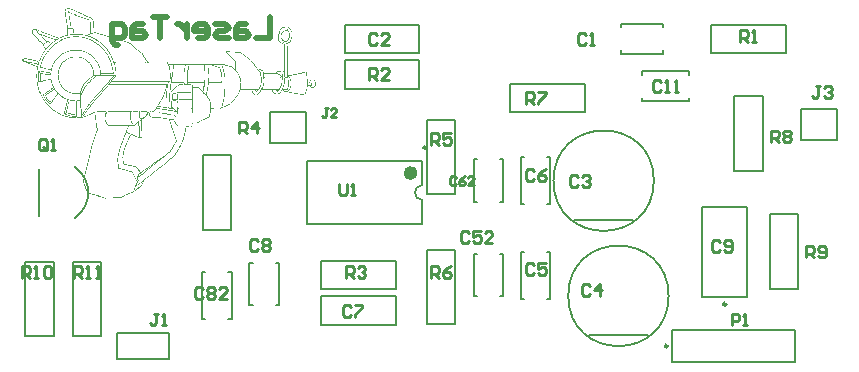
<source format=gbr>
G04*
G04 #@! TF.GenerationSoftware,Altium Limited,Altium Designer,23.5.1 (21)*
G04*
G04 Layer_Color=65535*
%FSLAX44Y44*%
%MOMM*%
G71*
G04*
G04 #@! TF.SameCoordinates,E96301ED-D8BF-4372-B2D1-DF9899262BC6*
G04*
G04*
G04 #@! TF.FilePolarity,Positive*
G04*
G01*
G75*
%ADD10C,0.2500*%
%ADD11C,0.6000*%
%ADD12C,0.2000*%
%ADD13C,0.1500*%
%ADD14C,0.2540*%
%ADD15C,0.5000*%
G36*
X75441Y315735D02*
X76323D01*
Y315441D01*
X77206D01*
Y315147D01*
X78088D01*
Y314853D01*
X78677D01*
Y314559D01*
X79265D01*
Y314265D01*
X80147D01*
Y313971D01*
X80735D01*
Y313676D01*
X81323D01*
Y313382D01*
X81912D01*
Y313088D01*
X82500D01*
Y312794D01*
X83382D01*
Y312500D01*
X83971D01*
Y312206D01*
X84559D01*
Y311912D01*
X85147D01*
Y311618D01*
X86029D01*
Y311324D01*
X86618D01*
Y311029D01*
X87206D01*
Y310735D01*
X87794D01*
Y310441D01*
X88382D01*
Y310147D01*
X88971D01*
Y309853D01*
X89853D01*
Y309559D01*
X90441D01*
Y309265D01*
X91029D01*
Y308971D01*
X91618D01*
Y308676D01*
X92500D01*
Y308382D01*
X93088D01*
Y308088D01*
X93677D01*
Y307794D01*
X93971D01*
Y307500D01*
X94559D01*
Y307206D01*
X94853D01*
Y306618D01*
X95147D01*
Y306029D01*
X95441D01*
Y304853D01*
X95735D01*
Y298971D01*
X95441D01*
Y295441D01*
X96029D01*
Y295735D01*
X97500D01*
Y295441D01*
X98382D01*
Y295147D01*
X99265D01*
Y294853D01*
X100441D01*
Y294559D01*
X101323D01*
Y294265D01*
X102206D01*
Y293971D01*
X103382D01*
Y293676D01*
X104265D01*
Y293382D01*
X105441D01*
Y293088D01*
X106323D01*
Y292794D01*
X107206D01*
Y292500D01*
X108382D01*
Y292206D01*
X109265D01*
Y291912D01*
X110147D01*
Y291618D01*
X111324D01*
Y291324D01*
X112206D01*
Y291029D01*
X113382D01*
Y290735D01*
X114265D01*
Y290441D01*
X115441D01*
Y290147D01*
X116323D01*
Y289853D01*
X117206D01*
Y289559D01*
X118382D01*
Y289265D01*
X119265D01*
Y288971D01*
X120441D01*
Y288676D01*
X121323D01*
Y288382D01*
X122206D01*
Y288088D01*
X123382D01*
Y287794D01*
X124265D01*
Y287500D01*
X125441D01*
Y287206D01*
X125735D01*
Y286912D01*
X126029D01*
Y286618D01*
X126323D01*
Y286324D01*
X126912D01*
Y286029D01*
X127206D01*
Y285735D01*
X127500D01*
Y285441D01*
X127794D01*
Y285147D01*
X128088D01*
Y284853D01*
X128677D01*
Y284559D01*
X128971D01*
Y284265D01*
X129265D01*
Y283971D01*
X129559D01*
Y283676D01*
X129853D01*
Y283382D01*
X130441D01*
Y283088D01*
X130735D01*
Y282794D01*
X131029D01*
Y282500D01*
X131323D01*
Y282206D01*
X131912D01*
Y281912D01*
X132206D01*
Y281618D01*
X132500D01*
Y281324D01*
X132794D01*
Y281029D01*
X133088D01*
Y280735D01*
X133677D01*
Y280441D01*
X133971D01*
Y280147D01*
X134265D01*
Y279853D01*
X134559D01*
Y279559D01*
X134853D01*
Y279265D01*
X135441D01*
Y278971D01*
X135735D01*
Y278676D01*
X136029D01*
Y278382D01*
X136324D01*
Y278088D01*
X136912D01*
Y277794D01*
X137206D01*
Y277206D01*
X137500D01*
Y276912D01*
X137794D01*
Y276324D01*
X138088D01*
Y275735D01*
X138382D01*
Y275441D01*
X138677D01*
Y274853D01*
X138971D01*
Y274559D01*
X139265D01*
Y273971D01*
X139559D01*
Y273676D01*
X139853D01*
Y273088D01*
X140147D01*
Y272794D01*
X140441D01*
Y272500D01*
X140735D01*
Y271912D01*
X141029D01*
Y271618D01*
X141323D01*
Y271029D01*
X141618D01*
Y270735D01*
X142500D01*
Y270441D01*
X157500D01*
Y270735D01*
X157794D01*
Y270441D01*
X158088D01*
Y270147D01*
X158382D01*
Y269559D01*
X158677D01*
Y268971D01*
X158971D01*
Y268676D01*
X159559D01*
Y268382D01*
X159853D01*
Y268676D01*
X161618D01*
Y268382D01*
X162206D01*
Y268676D01*
X162500D01*
Y268382D01*
X163088D01*
Y268676D01*
X163971D01*
Y268382D01*
X164265D01*
Y268676D01*
X171324D01*
Y268382D01*
X171912D01*
Y268676D01*
X172206D01*
Y268382D01*
X172500D01*
Y268676D01*
X172794D01*
Y268382D01*
X173971D01*
Y268676D01*
X174265D01*
Y268382D01*
X175147D01*
Y268676D01*
X175735D01*
Y268382D01*
X176029D01*
Y268676D01*
X176324D01*
Y268382D01*
X177500D01*
Y268676D01*
X187794D01*
Y268382D01*
X188088D01*
Y268676D01*
X188382D01*
Y268382D01*
X188971D01*
Y268676D01*
X189559D01*
Y268382D01*
X189853D01*
Y268676D01*
X190735D01*
Y268382D01*
X191029D01*
Y268676D01*
X191618D01*
Y268382D01*
X193382D01*
Y268676D01*
X193971D01*
Y268382D01*
X194265D01*
Y268676D01*
X194559D01*
Y268382D01*
X194853D01*
Y268676D01*
X195147D01*
Y268382D01*
X196029D01*
Y268676D01*
X196618D01*
Y268382D01*
X197794D01*
Y268676D01*
X198676D01*
Y268382D01*
X199559D01*
Y268676D01*
X202206D01*
Y268382D01*
X202794D01*
Y268676D01*
X205147D01*
Y268382D01*
X206618D01*
Y268088D01*
X207794D01*
Y267794D01*
X209265D01*
Y267500D01*
X210735D01*
Y267206D01*
X211912D01*
Y266912D01*
X212500D01*
Y266618D01*
X212794D01*
Y266324D01*
X213088D01*
Y266029D01*
X213382D01*
Y265735D01*
X213676D01*
Y265441D01*
X213971D01*
Y265147D01*
X214265D01*
Y264853D01*
X214559D01*
Y264559D01*
X214853D01*
Y264265D01*
X215147D01*
Y263971D01*
X215441D01*
Y270735D01*
X215147D01*
Y271029D01*
X214853D01*
Y271324D01*
X214559D01*
Y271618D01*
X214265D01*
Y271912D01*
X213971D01*
Y272206D01*
X213676D01*
Y272500D01*
X213382D01*
Y272794D01*
X213088D01*
Y273088D01*
X212794D01*
Y273382D01*
X212500D01*
Y273676D01*
X212206D01*
Y273971D01*
X211912D01*
Y274265D01*
X211618D01*
Y274559D01*
X211324D01*
Y274853D01*
X211029D01*
Y275147D01*
X210735D01*
Y275441D01*
X210441D01*
Y276029D01*
X210147D01*
Y276324D01*
X209853D01*
Y276618D01*
X209559D01*
Y276912D01*
X209265D01*
Y277206D01*
X208971D01*
Y277500D01*
X208676D01*
Y277794D01*
X208382D01*
Y278088D01*
X208088D01*
Y278382D01*
X207794D01*
Y278676D01*
X207500D01*
Y279559D01*
X211029D01*
Y279265D01*
X214853D01*
Y278971D01*
X218971D01*
Y278676D01*
X219265D01*
Y278971D01*
X219853D01*
Y278676D01*
X220441D01*
Y278382D01*
X220735D01*
Y278088D01*
X221324D01*
Y277794D01*
X221618D01*
Y277500D01*
X221912D01*
Y277206D01*
X222500D01*
Y276912D01*
X222794D01*
Y276618D01*
X223382D01*
Y276324D01*
X223676D01*
Y276029D01*
X223971D01*
Y275735D01*
X224559D01*
Y275441D01*
X224853D01*
Y275147D01*
X225441D01*
Y274853D01*
X225735D01*
Y274559D01*
X226029D01*
Y274265D01*
X226618D01*
Y273971D01*
X226912D01*
Y273676D01*
X227206D01*
Y273382D01*
X227794D01*
Y273088D01*
X228088D01*
Y272794D01*
X228382D01*
Y272206D01*
X228676D01*
Y272500D01*
X228971D01*
Y271912D01*
X229265D01*
Y271618D01*
X229559D01*
Y271029D01*
X229853D01*
Y270735D01*
X230147D01*
Y270441D01*
X230441D01*
Y269853D01*
X230735D01*
Y269559D01*
X231029D01*
Y269265D01*
X231324D01*
Y268971D01*
X231618D01*
Y268382D01*
X231912D01*
Y268088D01*
X232206D01*
Y267794D01*
X232500D01*
Y267206D01*
X232794D01*
Y266912D01*
X233088D01*
Y266618D01*
X233382D01*
Y266029D01*
X233676D01*
Y265735D01*
X233971D01*
Y265441D01*
X234265D01*
Y264853D01*
X234559D01*
Y264559D01*
X234853D01*
Y264265D01*
X235147D01*
Y263971D01*
X235441D01*
Y264265D01*
X235735D01*
Y264559D01*
X236912D01*
Y264265D01*
X237500D01*
Y263971D01*
X238088D01*
Y263676D01*
X238382D01*
Y263382D01*
X238676D01*
Y263088D01*
X238971D01*
Y262500D01*
X239265D01*
Y261912D01*
X239559D01*
Y261324D01*
X249853D01*
Y261618D01*
X250147D01*
Y261912D01*
X250441D01*
Y262206D01*
X251324D01*
Y262500D01*
X252500D01*
Y262794D01*
X254265D01*
Y263088D01*
X256029D01*
Y262794D01*
X256618D01*
Y262500D01*
X256912D01*
Y262206D01*
X257206D01*
Y282500D01*
X256912D01*
Y284559D01*
X257206D01*
Y285441D01*
X256324D01*
Y285735D01*
X255441D01*
Y286029D01*
X254853D01*
Y286324D01*
X254265D01*
Y286618D01*
X253676D01*
Y286912D01*
X253382D01*
Y287206D01*
X253088D01*
Y287500D01*
X252794D01*
Y287794D01*
X252500D01*
Y288088D01*
X252206D01*
Y288971D01*
X251912D01*
Y292500D01*
X252206D01*
Y294265D01*
X252500D01*
Y295441D01*
X252794D01*
Y296618D01*
X253088D01*
Y297206D01*
X253382D01*
Y298088D01*
X253676D01*
Y298382D01*
X253971D01*
Y298676D01*
X254265D01*
Y298971D01*
X254559D01*
Y299265D01*
X254853D01*
Y299559D01*
X255441D01*
Y299853D01*
X256324D01*
Y300147D01*
X257500D01*
Y300441D01*
X259853D01*
Y300735D01*
X260147D01*
Y300441D01*
X260441D01*
Y300147D01*
X260735D01*
Y299853D01*
X261029D01*
Y299559D01*
X261324D01*
Y299265D01*
X261618D01*
Y298971D01*
X261912D01*
Y298676D01*
X262206D01*
Y298088D01*
X262500D01*
Y297794D01*
X262794D01*
Y297500D01*
X263088D01*
Y296912D01*
X263382D01*
Y296324D01*
X263676D01*
Y295735D01*
X263971D01*
Y291912D01*
X263676D01*
Y290735D01*
X263382D01*
Y289559D01*
X263088D01*
Y288971D01*
X262794D01*
Y288382D01*
X262500D01*
Y287794D01*
X262206D01*
Y287500D01*
X261912D01*
Y287206D01*
X261618D01*
Y286912D01*
X261324D01*
Y286618D01*
X260735D01*
Y286324D01*
X260147D01*
Y286029D01*
X259559D01*
Y285735D01*
X259853D01*
Y285441D01*
X259559D01*
Y284853D01*
X259853D01*
Y284559D01*
X259559D01*
Y284265D01*
X259853D01*
Y283971D01*
X259559D01*
Y283676D01*
X259853D01*
Y270441D01*
X260147D01*
Y259265D01*
X261912D01*
Y259559D01*
X263382D01*
Y259853D01*
X264853D01*
Y260147D01*
X266029D01*
Y260441D01*
X267500D01*
Y260735D01*
X268971D01*
Y261029D01*
X270441D01*
Y261324D01*
X271912D01*
Y261618D01*
X273382D01*
Y261912D01*
X274853D01*
Y262206D01*
X275735D01*
Y261912D01*
X276029D01*
Y260147D01*
X276324D01*
Y258382D01*
X276618D01*
Y256324D01*
X276912D01*
Y253088D01*
X278088D01*
Y253676D01*
X278382D01*
Y253971D01*
X278676D01*
Y254559D01*
X278971D01*
Y254853D01*
X279265D01*
Y255147D01*
X279853D01*
Y255441D01*
X282206D01*
Y255147D01*
X282500D01*
Y254853D01*
X283088D01*
Y254559D01*
X283382D01*
Y253971D01*
X283676D01*
Y253382D01*
X283971D01*
Y250735D01*
X283676D01*
Y249853D01*
X283382D01*
Y249559D01*
X283088D01*
Y249265D01*
X282794D01*
Y248971D01*
X282206D01*
Y248676D01*
X281618D01*
Y248382D01*
X280441D01*
Y248676D01*
X279853D01*
Y248971D01*
X279265D01*
Y249265D01*
X278971D01*
Y249559D01*
X278676D01*
Y249853D01*
X278382D01*
Y250147D01*
X277794D01*
Y249853D01*
X277500D01*
Y250147D01*
X277206D01*
Y249853D01*
X276912D01*
Y249559D01*
X276618D01*
Y247500D01*
X276324D01*
Y246618D01*
X276029D01*
Y245735D01*
X275735D01*
Y244853D01*
X275441D01*
Y244265D01*
X275147D01*
Y243382D01*
X274853D01*
Y242794D01*
X274559D01*
Y242206D01*
X273088D01*
Y242500D01*
X271618D01*
Y242794D01*
X270147D01*
Y243088D01*
X268676D01*
Y243382D01*
X266912D01*
Y243676D01*
X265441D01*
Y243971D01*
X263971D01*
Y244265D01*
X262500D01*
Y244559D01*
X261029D01*
Y244853D01*
X259265D01*
Y245147D01*
X258088D01*
Y245441D01*
X257206D01*
Y245735D01*
X256618D01*
Y246029D01*
X256324D01*
Y246324D01*
X256029D01*
Y246618D01*
X255735D01*
Y246912D01*
X255441D01*
Y246618D01*
X255147D01*
Y246324D01*
X254853D01*
Y245735D01*
X254559D01*
Y245441D01*
X254265D01*
Y244853D01*
X253971D01*
Y244559D01*
X253676D01*
Y244265D01*
X253382D01*
Y243676D01*
X253088D01*
Y243382D01*
X252500D01*
Y243088D01*
X249559D01*
Y243382D01*
X248971D01*
Y243676D01*
X248382D01*
Y243971D01*
X248088D01*
Y244265D01*
X247794D01*
Y244559D01*
X247500D01*
Y244853D01*
X247206D01*
Y245441D01*
X246912D01*
Y246029D01*
X246618D01*
Y247206D01*
X238088D01*
Y246912D01*
X237794D01*
Y246324D01*
X237500D01*
Y246029D01*
X237206D01*
Y245441D01*
X236912D01*
Y245147D01*
X236618D01*
Y244853D01*
X236324D01*
Y244265D01*
X236029D01*
Y243971D01*
X235735D01*
Y243676D01*
X235441D01*
Y243382D01*
X235147D01*
Y243088D01*
X234853D01*
Y242794D01*
X234559D01*
Y242500D01*
X233971D01*
Y242206D01*
X231912D01*
Y242500D01*
X231618D01*
Y242794D01*
X231324D01*
Y243088D01*
X231029D01*
Y243382D01*
X230735D01*
Y243971D01*
X230441D01*
Y244559D01*
X230147D01*
Y245147D01*
X229853D01*
Y245735D01*
X229559D01*
Y246912D01*
X230147D01*
Y246029D01*
X230441D01*
Y245147D01*
X230735D01*
Y244559D01*
X231029D01*
Y244265D01*
X231324D01*
Y243676D01*
X231618D01*
Y243382D01*
X231912D01*
Y243088D01*
X232206D01*
Y242794D01*
X233971D01*
Y243088D01*
X234265D01*
Y243382D01*
X234853D01*
Y243971D01*
X235147D01*
Y244265D01*
X235441D01*
Y244559D01*
X235735D01*
Y244853D01*
X236029D01*
Y245441D01*
X236324D01*
Y245735D01*
X236618D01*
Y246029D01*
X236912D01*
Y246618D01*
X237206D01*
Y246912D01*
X237500D01*
Y247794D01*
X237794D01*
Y248088D01*
X238088D01*
Y248676D01*
X238382D01*
Y249265D01*
X238676D01*
Y249853D01*
X238971D01*
Y250735D01*
X239265D01*
Y252500D01*
X239559D01*
Y256029D01*
X239265D01*
Y259559D01*
X238971D01*
Y261618D01*
X238676D01*
Y262500D01*
X238382D01*
Y262794D01*
X238088D01*
Y263088D01*
X237794D01*
Y263382D01*
X237206D01*
Y263676D01*
X236618D01*
Y263971D01*
X236029D01*
Y263676D01*
X235441D01*
Y263382D01*
X235735D01*
Y263088D01*
X236029D01*
Y262500D01*
X236324D01*
Y262206D01*
X236618D01*
Y261912D01*
X237206D01*
Y260441D01*
X237500D01*
Y259265D01*
X237794D01*
Y257500D01*
X238088D01*
Y252500D01*
X237794D01*
Y251324D01*
X237500D01*
Y250147D01*
X237206D01*
Y249559D01*
X236912D01*
Y248676D01*
X236618D01*
Y248088D01*
X236324D01*
Y247500D01*
X236029D01*
Y247206D01*
X235735D01*
Y246912D01*
X235441D01*
Y246618D01*
X235147D01*
Y246324D01*
X234853D01*
Y246029D01*
X234559D01*
Y245735D01*
X234265D01*
Y245441D01*
X233971D01*
Y245147D01*
X233676D01*
Y244853D01*
X233382D01*
Y244559D01*
X233088D01*
Y244853D01*
X232794D01*
Y245147D01*
X233088D01*
Y245441D01*
X233382D01*
Y245735D01*
X232794D01*
Y246324D01*
X232500D01*
Y247206D01*
X219853D01*
Y246324D01*
X219559D01*
Y245441D01*
X219265D01*
Y244853D01*
X218971D01*
Y244265D01*
X218676D01*
Y243676D01*
X218382D01*
Y243088D01*
X218088D01*
Y242794D01*
X217794D01*
Y242206D01*
X217500D01*
Y241618D01*
X217206D01*
Y241324D01*
X216912D01*
Y241029D01*
X216618D01*
Y240441D01*
X216324D01*
Y240147D01*
X216029D01*
Y239853D01*
X215735D01*
Y239559D01*
X215441D01*
Y238971D01*
X215147D01*
Y238676D01*
X214853D01*
Y238382D01*
X214559D01*
Y238088D01*
X214265D01*
Y237500D01*
X213971D01*
Y237206D01*
X213676D01*
Y236912D01*
X213382D01*
Y236324D01*
X213088D01*
Y236029D01*
X212794D01*
Y235735D01*
X212500D01*
Y235441D01*
X212206D01*
Y234853D01*
X211912D01*
Y234559D01*
X211324D01*
Y234265D01*
X210735D01*
Y233971D01*
X209853D01*
Y233676D01*
X209265D01*
Y233382D01*
X208382D01*
Y233088D01*
X207794D01*
Y232794D01*
X206912D01*
Y232500D01*
X206324D01*
Y232206D01*
X205441D01*
Y231912D01*
X204853D01*
Y231618D01*
X204265D01*
Y231324D01*
X203382D01*
Y231029D01*
X202794D01*
Y231324D01*
X202206D01*
Y231029D01*
X201912D01*
Y231324D01*
X197206D01*
Y231029D01*
X196912D01*
Y231324D01*
X196618D01*
Y231029D01*
X196324D01*
Y231324D01*
X196029D01*
Y231029D01*
X195147D01*
Y228971D01*
X194853D01*
Y227500D01*
X194559D01*
Y226324D01*
X194265D01*
Y225147D01*
X193971D01*
Y223971D01*
X193676D01*
Y223382D01*
X192794D01*
Y223088D01*
X192206D01*
Y222794D01*
X191618D01*
Y222500D01*
X191029D01*
Y222206D01*
X190147D01*
Y221912D01*
X189559D01*
Y221618D01*
X188971D01*
Y221324D01*
X188382D01*
Y221029D01*
X187794D01*
Y220735D01*
X187206D01*
Y220441D01*
X186618D01*
Y220147D01*
X186029D01*
Y219853D01*
X185441D01*
Y219559D01*
X184853D01*
Y219265D01*
X184265D01*
Y218971D01*
X183382D01*
Y218676D01*
X179853D01*
Y218382D01*
X179265D01*
Y216029D01*
X178676D01*
Y215735D01*
X178382D01*
Y216029D01*
X176029D01*
Y215735D01*
X174265D01*
Y214559D01*
X173971D01*
Y213088D01*
X173676D01*
Y211618D01*
X173382D01*
Y210147D01*
X173088D01*
Y208971D01*
X172794D01*
Y207794D01*
X172500D01*
Y206912D01*
X172206D01*
Y205735D01*
X171912D01*
Y204853D01*
X171618D01*
Y204265D01*
X171324D01*
Y203382D01*
X171029D01*
Y202794D01*
X170735D01*
Y201912D01*
X170441D01*
Y201324D01*
X170147D01*
Y200735D01*
X169853D01*
Y199853D01*
X169559D01*
Y199265D01*
X169265D01*
Y198676D01*
X168971D01*
Y198088D01*
X168676D01*
Y197500D01*
X168382D01*
Y197206D01*
X168088D01*
Y196618D01*
X167794D01*
Y196029D01*
X167500D01*
Y195735D01*
X167206D01*
Y195147D01*
X166912D01*
Y194559D01*
X166618D01*
Y194265D01*
X166324D01*
Y193676D01*
X166029D01*
Y193382D01*
X165735D01*
Y192794D01*
X165441D01*
Y192500D01*
X165147D01*
Y191912D01*
X164853D01*
Y191618D01*
X164559D01*
Y191029D01*
X164265D01*
Y190735D01*
X163971D01*
Y190441D01*
X163676D01*
Y190147D01*
X163088D01*
Y189853D01*
X162794D01*
Y189559D01*
X162500D01*
Y189265D01*
X162206D01*
Y188971D01*
X161912D01*
Y188676D01*
X161324D01*
Y188382D01*
X161029D01*
Y188088D01*
X160735D01*
Y187794D01*
X160441D01*
Y187500D01*
X159853D01*
Y187206D01*
X159559D01*
Y186912D01*
X159265D01*
Y186618D01*
X158971D01*
Y186324D01*
X158677D01*
Y186029D01*
X158088D01*
Y185735D01*
X157794D01*
Y185441D01*
X157500D01*
Y185147D01*
X157206D01*
Y184853D01*
X156912D01*
Y184559D01*
X156323D01*
Y184265D01*
X156029D01*
Y183971D01*
X155735D01*
Y183676D01*
X155441D01*
Y183382D01*
X154853D01*
Y183088D01*
X154559D01*
Y182794D01*
X154265D01*
Y182500D01*
X153971D01*
Y182206D01*
X153382D01*
Y181912D01*
X153088D01*
Y181618D01*
X152794D01*
Y181324D01*
X152500D01*
Y181029D01*
X151912D01*
Y180735D01*
X151618D01*
Y180441D01*
X151323D01*
Y180147D01*
X151029D01*
Y179853D01*
X150441D01*
Y179559D01*
X150147D01*
Y179265D01*
X149853D01*
Y178971D01*
X149559D01*
Y178676D01*
X148971D01*
Y178382D01*
X148677D01*
Y178088D01*
X148382D01*
Y177794D01*
X147794D01*
Y177500D01*
X147500D01*
Y177206D01*
X147206D01*
Y176912D01*
X146912D01*
Y176618D01*
X146618D01*
Y176324D01*
X146029D01*
Y176029D01*
X145735D01*
Y175735D01*
X145441D01*
Y175441D01*
X144853D01*
Y175147D01*
X144559D01*
Y174853D01*
X144265D01*
Y174559D01*
X143971D01*
Y174265D01*
X143382D01*
Y173971D01*
X143088D01*
Y173676D01*
X142794D01*
Y173382D01*
X142500D01*
Y173088D01*
X141912D01*
Y172794D01*
X141618D01*
Y172500D01*
X141323D01*
Y172206D01*
X141029D01*
Y171912D01*
X140441D01*
Y171618D01*
X140147D01*
Y171324D01*
X139853D01*
Y171029D01*
X139559D01*
Y170735D01*
X138971D01*
Y170441D01*
X138677D01*
Y170147D01*
X138382D01*
Y169559D01*
X138088D01*
Y168971D01*
X137794D01*
Y168382D01*
X137500D01*
Y167794D01*
X137206D01*
Y167206D01*
X136912D01*
Y166618D01*
X136618D01*
Y165735D01*
X136324D01*
Y165147D01*
X136029D01*
Y164853D01*
X135735D01*
Y164559D01*
X135147D01*
Y164265D01*
X134853D01*
Y163971D01*
X134265D01*
Y163676D01*
X133971D01*
Y163382D01*
X133382D01*
Y163088D01*
X133088D01*
Y162794D01*
X132794D01*
Y162500D01*
X132206D01*
Y162206D01*
X131912D01*
Y161912D01*
X131618D01*
Y161618D01*
X131029D01*
Y161324D01*
X130735D01*
Y161029D01*
X130147D01*
Y160735D01*
X129559D01*
Y160441D01*
X129265D01*
Y160147D01*
X128677D01*
Y159853D01*
X127794D01*
Y159559D01*
X127206D01*
Y159265D01*
X126618D01*
Y158971D01*
X126029D01*
Y158677D01*
X125147D01*
Y158382D01*
X124559D01*
Y158088D01*
X123971D01*
Y157794D01*
X123382D01*
Y157500D01*
X122500D01*
Y157206D01*
X121912D01*
Y156912D01*
X121323D01*
Y156618D01*
X120441D01*
Y156323D01*
X119853D01*
Y156029D01*
X119559D01*
Y155735D01*
X117794D01*
Y155441D01*
X117500D01*
Y155735D01*
X116912D01*
Y155441D01*
X112500D01*
Y155147D01*
X112206D01*
Y155441D01*
X111912D01*
Y155147D01*
X107206D01*
Y154853D01*
X106618D01*
Y155147D01*
X106323D01*
Y154853D01*
X105735D01*
Y155147D01*
X104853D01*
Y155441D01*
X103971D01*
Y155735D01*
X102794D01*
Y156029D01*
X101912D01*
Y156323D01*
X100735D01*
Y156618D01*
X99559D01*
Y156912D01*
X98677D01*
Y157206D01*
X97794D01*
Y157500D01*
X96618D01*
Y157794D01*
X95441D01*
Y158088D01*
X94559D01*
Y158382D01*
X93382D01*
Y158677D01*
X92500D01*
Y158971D01*
X91323D01*
Y159265D01*
X90441D01*
Y159559D01*
X90147D01*
Y160441D01*
X89853D01*
Y161029D01*
X89559D01*
Y161912D01*
X89265D01*
Y162794D01*
X88971D01*
Y163382D01*
X88677D01*
Y164265D01*
X88382D01*
Y164853D01*
X88088D01*
Y165735D01*
X87794D01*
Y166324D01*
X87500D01*
Y167206D01*
X87206D01*
Y168088D01*
X86912D01*
Y168676D01*
X86618D01*
Y170735D01*
X86912D01*
Y171618D01*
X87206D01*
Y172794D01*
X87500D01*
Y173971D01*
X87794D01*
Y174853D01*
X88088D01*
Y176029D01*
X88382D01*
Y176912D01*
X88677D01*
Y178088D01*
X88971D01*
Y179265D01*
X89265D01*
Y180147D01*
X89559D01*
Y181324D01*
X89853D01*
Y182500D01*
X90147D01*
Y183676D01*
X90441D01*
Y184853D01*
X90735D01*
Y186029D01*
X91029D01*
Y187500D01*
X91323D01*
Y188676D01*
X91618D01*
Y190147D01*
X91912D01*
Y191618D01*
X92206D01*
Y193088D01*
X92500D01*
Y194265D01*
X92794D01*
Y195735D01*
X93088D01*
Y196912D01*
X93382D01*
Y198088D01*
X93677D01*
Y198971D01*
X93971D01*
Y200147D01*
X94265D01*
Y201029D01*
X94559D01*
Y201912D01*
X94853D01*
Y202794D01*
X95147D01*
Y203676D01*
X95441D01*
Y203971D01*
Y204559D01*
X95735D01*
Y205441D01*
X96029D01*
Y206324D01*
X96324D01*
Y207206D01*
X96618D01*
Y208088D01*
X96912D01*
Y208971D01*
X97206D01*
Y209853D01*
X97500D01*
Y210441D01*
X97794D01*
Y211324D01*
X98088D01*
Y212206D01*
X98382D01*
Y214853D01*
X98088D01*
Y216912D01*
X97794D01*
Y218971D01*
X97500D01*
Y221029D01*
X97206D01*
Y223088D01*
X96912D01*
Y225147D01*
X96618D01*
Y227206D01*
X95735D01*
Y226912D01*
X94853D01*
Y226618D01*
X94265D01*
Y226324D01*
X93382D01*
Y226029D01*
X92794D01*
Y225735D01*
X91912D01*
Y225441D01*
X91323D01*
Y225147D01*
X90441D01*
Y224853D01*
X89853D01*
Y224559D01*
X88971D01*
Y224265D01*
X88382D01*
Y223971D01*
X87794D01*
Y223676D01*
X86912D01*
Y223382D01*
X86324D01*
Y223088D01*
X82794D01*
Y222794D01*
X81323D01*
Y223088D01*
X80735D01*
Y222794D01*
X80441D01*
Y223088D01*
X80147D01*
Y222794D01*
X78971D01*
Y223088D01*
X76618D01*
Y223382D01*
X74853D01*
Y223676D01*
X73677D01*
Y223971D01*
X72500D01*
Y224265D01*
X71324D01*
Y224559D01*
X70441D01*
Y224853D01*
X69559D01*
Y225147D01*
X68971D01*
Y225441D01*
X68382D01*
Y225735D01*
X67500D01*
Y226029D01*
X66912D01*
Y226324D01*
X66323D01*
Y226618D01*
X65735D01*
Y226912D01*
X65441D01*
Y227206D01*
X64853D01*
Y227500D01*
X64265D01*
Y227794D01*
X63677D01*
Y228088D01*
X63382D01*
Y228382D01*
X62794D01*
Y228676D01*
X62500D01*
Y228971D01*
X62206D01*
Y229265D01*
X61618D01*
Y229559D01*
X61324D01*
Y229853D01*
X61029D01*
Y230147D01*
X60441D01*
Y230441D01*
X60147D01*
Y230735D01*
X59853D01*
Y231029D01*
X59559D01*
Y231324D01*
X59265D01*
Y231618D01*
X58971D01*
Y231912D01*
X58677D01*
Y232206D01*
X58382D01*
Y232500D01*
X58088D01*
Y232794D01*
X57794D01*
Y233088D01*
X57500D01*
Y233382D01*
X57206D01*
Y233676D01*
X56912D01*
Y233971D01*
X56618D01*
Y234265D01*
X56324D01*
Y234559D01*
X56029D01*
Y234853D01*
X55735D01*
Y235147D01*
X55441D01*
Y235735D01*
X55147D01*
Y236029D01*
X54853D01*
Y236324D01*
X54559D01*
Y236618D01*
X54265D01*
Y237206D01*
X53971D01*
Y237500D01*
X53677D01*
Y238088D01*
X53382D01*
Y238382D01*
X53088D01*
Y238971D01*
X52794D01*
Y239265D01*
X52500D01*
Y239853D01*
X52206D01*
Y240441D01*
X51912D01*
Y241029D01*
X51618D01*
Y241324D01*
X51323D01*
Y241912D01*
X51029D01*
Y242794D01*
X50735D01*
Y243382D01*
X50441D01*
Y243971D01*
X50147D01*
Y244559D01*
X49853D01*
Y245441D01*
X49559D01*
Y246324D01*
X49265D01*
Y247206D01*
X48971D01*
Y248088D01*
X48677D01*
Y249265D01*
X48382D01*
Y250441D01*
X48088D01*
Y251912D01*
X47794D01*
Y253676D01*
X47500D01*
Y257206D01*
X47206D01*
Y260147D01*
X47500D01*
Y263382D01*
X47794D01*
Y265441D01*
X48088D01*
Y266324D01*
X47206D01*
Y266618D01*
X46618D01*
Y266912D01*
X45735D01*
Y267206D01*
X44853D01*
Y267500D01*
X44265D01*
Y267794D01*
X43382D01*
Y268088D01*
X42794D01*
Y268382D01*
X41912D01*
Y268676D01*
X41323D01*
Y268971D01*
X40441D01*
Y269265D01*
X39853D01*
Y269559D01*
X38971D01*
Y269853D01*
X38088D01*
Y270147D01*
X37500D01*
Y270441D01*
X36618D01*
Y270735D01*
X36029D01*
Y271324D01*
X35735D01*
Y271618D01*
X35441D01*
Y272794D01*
X35735D01*
Y273088D01*
X36029D01*
Y273382D01*
X36323D01*
Y273676D01*
X39265D01*
Y273382D01*
X40735D01*
Y273088D01*
X41912D01*
Y272794D01*
X43088D01*
Y272500D01*
X44265D01*
Y272206D01*
X45441D01*
Y271912D01*
X46912D01*
Y271618D01*
X48088D01*
Y271324D01*
X48382D01*
Y271618D01*
X49559D01*
Y271912D01*
X49853D01*
Y272500D01*
X50147D01*
Y273382D01*
X50441D01*
Y273971D01*
X50735D01*
Y274559D01*
X51029D01*
Y275147D01*
X51323D01*
Y275735D01*
X51618D01*
Y276324D01*
X51912D01*
Y276912D01*
X52206D01*
Y277500D01*
X52500D01*
Y277794D01*
X52794D01*
Y278382D01*
X53088D01*
Y278676D01*
X53382D01*
Y279265D01*
X53677D01*
Y279559D01*
X53971D01*
Y280147D01*
X54265D01*
Y280441D01*
X54559D01*
Y281029D01*
X54853D01*
Y281324D01*
X55147D01*
Y281618D01*
X54853D01*
Y281912D01*
X54559D01*
Y282206D01*
X54265D01*
Y282500D01*
X53971D01*
Y282794D01*
X53677D01*
Y283382D01*
X53382D01*
Y283676D01*
X52794D01*
Y285147D01*
X52500D01*
Y285441D01*
X52206D01*
Y285735D01*
X51912D01*
Y286029D01*
X51618D01*
Y286324D01*
X51323D01*
Y286618D01*
X51029D01*
Y286912D01*
X50735D01*
Y287206D01*
X50441D01*
Y287500D01*
X50147D01*
Y287794D01*
X49853D01*
Y288088D01*
X49559D01*
Y288382D01*
X49265D01*
Y288676D01*
X48971D01*
Y288971D01*
X48677D01*
Y289265D01*
X48382D01*
Y289559D01*
X48088D01*
Y289853D01*
X47794D01*
Y290147D01*
X47500D01*
Y290441D01*
X47206D01*
Y291029D01*
X46912D01*
Y291324D01*
X46618D01*
Y291618D01*
X46324D01*
Y291912D01*
X45735D01*
Y292500D01*
X45441D01*
Y292794D01*
X45147D01*
Y293088D01*
X44853D01*
Y293382D01*
X44559D01*
Y293676D01*
X44265D01*
Y293971D01*
X43971D01*
Y294265D01*
X43677D01*
Y294559D01*
X43382D01*
Y296912D01*
X43677D01*
Y297206D01*
X43971D01*
Y297500D01*
X44265D01*
Y297794D01*
X44559D01*
Y298088D01*
X45147D01*
Y298382D01*
X46912D01*
Y298088D01*
X47500D01*
Y297794D01*
X48382D01*
Y297500D01*
X49265D01*
Y297206D01*
X49853D01*
Y296912D01*
X50735D01*
Y296618D01*
X51618D01*
Y296324D01*
X52206D01*
Y296029D01*
X53088D01*
Y295735D01*
X53677D01*
Y295441D01*
X54559D01*
Y295147D01*
X55441D01*
Y294853D01*
X56324D01*
Y294559D01*
X56912D01*
Y294265D01*
X57794D01*
Y293971D01*
X58677D01*
Y293676D01*
X59265D01*
Y293382D01*
X60147D01*
Y293088D01*
X60735D01*
Y292794D01*
X61618D01*
Y292500D01*
X62500D01*
Y292206D01*
X63088D01*
Y291912D01*
X63971D01*
Y291618D01*
X64853D01*
Y291324D01*
X65441D01*
Y291029D01*
X66323D01*
Y290735D01*
X66618D01*
Y291029D01*
X67206D01*
Y291324D01*
X67794D01*
Y291618D01*
X68382D01*
Y291912D01*
X69265D01*
Y292206D01*
X69853D01*
Y292500D01*
X70735D01*
Y292794D01*
X71618D01*
Y293088D01*
X72794D01*
Y293382D01*
X73382D01*
Y295147D01*
X73088D01*
Y298088D01*
X73382D01*
Y300147D01*
X73088D01*
Y301912D01*
X72794D01*
Y303676D01*
X72500D01*
Y305441D01*
X72206D01*
Y307206D01*
X71912D01*
Y308971D01*
X71618D01*
Y310735D01*
X71324D01*
Y312794D01*
X71029D01*
Y313971D01*
X71324D01*
Y314853D01*
X71618D01*
Y315147D01*
X71912D01*
Y315441D01*
X72206D01*
Y315735D01*
X72794D01*
Y316029D01*
X75441D01*
Y315735D01*
D02*
G37*
%LPC*%
G36*
X77794Y298676D02*
X77500D01*
Y298382D01*
X77206D01*
Y298676D01*
X75735D01*
Y298382D01*
X74559D01*
Y298088D01*
X73971D01*
Y297794D01*
X73677D01*
Y297206D01*
Y296912D01*
Y295147D01*
X73971D01*
Y293676D01*
X75441D01*
Y293971D01*
X77206D01*
Y294265D01*
X78677D01*
Y295441D01*
X78382D01*
Y297206D01*
X78088D01*
Y298382D01*
X77794D01*
Y298676D01*
D02*
G37*
G36*
X75441Y315441D02*
X73088D01*
Y315147D01*
X72500D01*
Y314853D01*
X72206D01*
Y314559D01*
X71912D01*
Y313971D01*
X71618D01*
Y312794D01*
X71912D01*
Y311324D01*
X72206D01*
Y308971D01*
X72500D01*
Y307206D01*
X72794D01*
Y305441D01*
X73088D01*
Y303676D01*
X73382D01*
Y301912D01*
X73677D01*
Y300147D01*
X73971D01*
Y298676D01*
X74265D01*
Y298971D01*
X76029D01*
Y299265D01*
X76323D01*
Y300735D01*
X76029D01*
Y302500D01*
X75735D01*
Y304265D01*
X75441D01*
Y306324D01*
X75147D01*
Y307794D01*
X74853D01*
Y309853D01*
X74559D01*
Y311618D01*
X74265D01*
Y313382D01*
X73971D01*
Y313676D01*
X74559D01*
Y313382D01*
X74853D01*
Y312500D01*
X75441D01*
Y312206D01*
X76323D01*
Y311912D01*
X77206D01*
Y311618D01*
X77794D01*
Y311324D01*
X78677D01*
Y311029D01*
X79559D01*
Y310735D01*
X80441D01*
Y310441D01*
X81029D01*
Y310147D01*
X81912D01*
Y309853D01*
X82794D01*
Y309559D01*
X83677D01*
Y309265D01*
X84559D01*
Y308971D01*
X85441D01*
Y308676D01*
X86324D01*
Y308382D01*
X86912D01*
Y308088D01*
X87794D01*
Y307794D01*
X88677D01*
Y307500D01*
X89559D01*
Y307206D01*
X90147D01*
Y306912D01*
X90735D01*
Y306618D01*
X91618D01*
Y306324D01*
X92206D01*
Y306029D01*
X92794D01*
Y303971D01*
X93088D01*
Y298088D01*
X93382D01*
Y294853D01*
X94265D01*
Y295147D01*
X94853D01*
Y299265D01*
X95147D01*
Y304853D01*
X94853D01*
Y306029D01*
X94559D01*
Y306618D01*
X94265D01*
Y306912D01*
X93971D01*
Y307206D01*
X93382D01*
Y307500D01*
X92794D01*
Y307794D01*
X92206D01*
Y308088D01*
X91618D01*
Y308382D01*
X91029D01*
Y308676D01*
X90147D01*
Y308971D01*
X89559D01*
Y309265D01*
X88971D01*
Y309559D01*
X88382D01*
Y309853D01*
X87794D01*
Y310147D01*
X87206D01*
Y310441D01*
X86324D01*
Y310735D01*
X85735D01*
Y311029D01*
X85147D01*
Y311324D01*
X84559D01*
Y311618D01*
X83677D01*
Y311912D01*
X83088D01*
Y312206D01*
X82500D01*
Y312500D01*
X81912D01*
Y312794D01*
X81323D01*
Y313088D01*
X80441D01*
Y313382D01*
X79853D01*
Y313676D01*
X79265D01*
Y313971D01*
X78677D01*
Y314265D01*
X77794D01*
Y314559D01*
X77206D01*
Y314853D01*
X76323D01*
Y315147D01*
X75441D01*
Y315441D01*
D02*
G37*
G36*
Y311912D02*
X74853D01*
Y311618D01*
X75147D01*
Y309853D01*
X75441D01*
Y308088D01*
X75735D01*
Y306324D01*
X76029D01*
Y304265D01*
X76323D01*
Y302500D01*
X76618D01*
Y300735D01*
X76912D01*
Y299265D01*
X77794D01*
Y298971D01*
X78382D01*
Y298676D01*
X78677D01*
Y297206D01*
X78971D01*
Y295441D01*
X79265D01*
Y294265D01*
X85147D01*
Y293971D01*
X86912D01*
Y293676D01*
X88382D01*
Y293382D01*
X90441D01*
Y293676D01*
X91029D01*
Y293971D01*
X91912D01*
Y294265D01*
X92794D01*
Y298088D01*
X92500D01*
Y303971D01*
X92206D01*
Y305735D01*
X91323D01*
Y306029D01*
X90735D01*
Y306324D01*
X89853D01*
Y306618D01*
X89265D01*
Y306912D01*
X88382D01*
Y307206D01*
X87794D01*
Y307500D01*
X86912D01*
Y307794D01*
X86029D01*
Y308088D01*
X85147D01*
Y308382D01*
X84559D01*
Y308676D01*
X83677D01*
Y308971D01*
X82794D01*
Y309265D01*
X81912D01*
Y309559D01*
X81029D01*
Y309853D01*
X80147D01*
Y310147D01*
X79265D01*
Y310441D01*
X78677D01*
Y310735D01*
X77794D01*
Y311029D01*
X76912D01*
Y311324D01*
X76323D01*
Y311618D01*
X75441D01*
Y311912D01*
D02*
G37*
G36*
X83088Y291618D02*
X78971D01*
Y291324D01*
X78677D01*
Y291618D01*
X78382D01*
Y291324D01*
X75735D01*
Y291029D01*
X73971D01*
Y290735D01*
X73088D01*
Y290441D01*
X72206D01*
Y290147D01*
X71324D01*
Y289853D01*
X70735D01*
Y289559D01*
X69853D01*
Y289265D01*
X69265D01*
Y288971D01*
X68677D01*
Y288676D01*
X68088D01*
Y288382D01*
X67794D01*
Y288088D01*
X67206D01*
Y287794D01*
X66618D01*
Y287500D01*
X66323D01*
Y287206D01*
X65735D01*
Y286912D01*
X65147D01*
Y286618D01*
X64853D01*
Y286324D01*
X64265D01*
Y286029D01*
X63971D01*
Y285735D01*
X63382D01*
Y285441D01*
X63088D01*
Y285147D01*
X62794D01*
Y284853D01*
X62206D01*
Y284559D01*
X61912D01*
Y284265D01*
X61618D01*
Y283971D01*
X61324D01*
Y283676D01*
X61029D01*
Y283382D01*
X60735D01*
Y283088D01*
X60441D01*
Y282794D01*
X60147D01*
Y282500D01*
X59853D01*
Y282206D01*
X59559D01*
Y281912D01*
X59265D01*
Y281618D01*
X58971D01*
Y281029D01*
X58677D01*
Y280735D01*
X58382D01*
Y280441D01*
X58088D01*
Y280147D01*
X57794D01*
Y279559D01*
X57500D01*
Y279265D01*
X57206D01*
Y278971D01*
X56912D01*
Y278676D01*
X56618D01*
Y278088D01*
X56324D01*
Y277794D01*
X56029D01*
Y277206D01*
X55735D01*
Y276912D01*
X55441D01*
Y276324D01*
X55147D01*
Y276029D01*
X54853D01*
Y275441D01*
X54559D01*
Y275147D01*
X54265D01*
Y274559D01*
X53971D01*
Y274265D01*
X53677D01*
Y273676D01*
X53382D01*
Y273088D01*
X53088D01*
Y272500D01*
X52794D01*
Y271912D01*
X52500D01*
Y271324D01*
X52206D01*
Y270441D01*
X51912D01*
Y269853D01*
X51618D01*
Y268676D01*
X51323D01*
Y267794D01*
X51029D01*
Y266324D01*
X51323D01*
Y266029D01*
X52500D01*
Y265735D01*
X53382D01*
Y265441D01*
X54559D01*
Y265147D01*
X55735D01*
Y264853D01*
X56912D01*
Y264559D01*
X58088D01*
Y264265D01*
X59265D01*
Y263971D01*
X59559D01*
Y264265D01*
X59853D01*
Y265441D01*
X60147D01*
Y266324D01*
X60441D01*
Y267206D01*
X60735D01*
Y267794D01*
X61029D01*
Y268382D01*
X61324D01*
Y268971D01*
X61618D01*
Y269559D01*
X61912D01*
Y270147D01*
X62206D01*
Y270441D01*
X62500D01*
Y271029D01*
X62794D01*
Y271618D01*
X63088D01*
Y271912D01*
X63382D01*
Y272206D01*
X63677D01*
Y272794D01*
X63971D01*
Y273088D01*
X64265D01*
Y273382D01*
X64559D01*
Y273676D01*
X64853D01*
Y273971D01*
X65147D01*
Y274265D01*
X65441D01*
Y274559D01*
X65735D01*
Y274853D01*
X66029D01*
Y275147D01*
X66323D01*
Y275441D01*
X66618D01*
Y275735D01*
X66912D01*
Y276029D01*
X67206D01*
Y276324D01*
X67794D01*
Y276618D01*
X68088D01*
Y276912D01*
X68382D01*
Y277206D01*
X68971D01*
Y277500D01*
X69265D01*
Y277794D01*
X69853D01*
Y278088D01*
X70441D01*
Y278382D01*
X71029D01*
Y278676D01*
X71618D01*
Y278971D01*
X72206D01*
Y279265D01*
X72794D01*
Y279559D01*
X73677D01*
Y279853D01*
X74853D01*
Y280147D01*
X75735D01*
Y280441D01*
X77206D01*
Y280735D01*
X83677D01*
Y280441D01*
X85441D01*
Y280147D01*
X86324D01*
Y279853D01*
X87500D01*
Y279559D01*
X88088D01*
Y279265D01*
X88971D01*
Y278971D01*
X89559D01*
Y278676D01*
X90147D01*
Y278382D01*
X90735D01*
Y278088D01*
X91323D01*
Y277794D01*
X91618D01*
Y277500D01*
X92206D01*
Y277206D01*
X92794D01*
Y276912D01*
X93088D01*
Y276618D01*
X93382D01*
Y276324D01*
X93677D01*
Y276029D01*
X94265D01*
Y275735D01*
X94559D01*
Y275441D01*
X94853D01*
Y275147D01*
X95147D01*
Y274853D01*
X95441D01*
Y274559D01*
X95735D01*
Y274265D01*
X96029D01*
Y273971D01*
X96324D01*
Y273676D01*
X96618D01*
Y273382D01*
X96912D01*
Y273088D01*
X97206D01*
Y272500D01*
X97500D01*
Y272206D01*
X97794D01*
Y271912D01*
X98088D01*
Y271324D01*
X98382D01*
Y271029D01*
X98677D01*
Y270441D01*
X98971D01*
Y269853D01*
X99265D01*
Y269559D01*
X99559D01*
Y268971D01*
X99853D01*
Y268382D01*
X100147D01*
Y267794D01*
X100441D01*
Y266912D01*
X100735D01*
Y266029D01*
X101029D01*
Y265147D01*
X101323D01*
Y263971D01*
X101618D01*
Y262500D01*
X101912D01*
Y261324D01*
X112206D01*
Y262206D01*
X111912D01*
Y263382D01*
X111618D01*
Y264559D01*
X111324D01*
Y265735D01*
X111029D01*
Y266912D01*
X110735D01*
Y268088D01*
X110441D01*
Y268971D01*
X110147D01*
Y270147D01*
X109853D01*
Y271029D01*
X109559D01*
Y271618D01*
X109265D01*
Y272500D01*
X108971D01*
Y273088D01*
X108677D01*
Y273676D01*
X108382D01*
Y274265D01*
X108088D01*
Y274853D01*
X107794D01*
Y275441D01*
X107500D01*
Y276029D01*
X107206D01*
Y276324D01*
X106912D01*
Y276912D01*
X106618D01*
Y277500D01*
X106323D01*
Y277794D01*
X106029D01*
Y278382D01*
X105735D01*
Y278676D01*
X105441D01*
Y279265D01*
X105147D01*
Y279559D01*
X104853D01*
Y279853D01*
X104559D01*
Y280147D01*
X104265D01*
Y280735D01*
X103971D01*
Y281029D01*
X103677D01*
Y281324D01*
X103382D01*
Y281618D01*
X103088D01*
Y281912D01*
X102794D01*
Y282206D01*
X102500D01*
Y282500D01*
X102206D01*
Y282794D01*
X101912D01*
Y283088D01*
X101323D01*
Y283382D01*
X101029D01*
Y283676D01*
X100735D01*
Y283971D01*
X100441D01*
Y284265D01*
X99853D01*
Y284559D01*
X99559D01*
Y284853D01*
X99265D01*
Y285147D01*
X98677D01*
Y285441D01*
X98382D01*
Y285735D01*
X98088D01*
Y286029D01*
X97500D01*
Y286324D01*
X97206D01*
Y286618D01*
X96912D01*
Y286912D01*
X96324D01*
Y287206D01*
X96029D01*
Y287500D01*
X95735D01*
Y287794D01*
X95147D01*
Y288088D01*
X94853D01*
Y288382D01*
X93971D01*
Y288676D01*
X93088D01*
Y288971D01*
X92206D01*
Y289265D01*
X91618D01*
Y289559D01*
X90735D01*
Y289853D01*
X89853D01*
Y290147D01*
X88971D01*
Y290441D01*
X88088D01*
Y290735D01*
X86912D01*
Y291029D01*
X85735D01*
Y291324D01*
X83088D01*
Y291618D01*
D02*
G37*
G36*
X47500Y297500D02*
X47206D01*
Y297206D01*
X47500D01*
Y296912D01*
X47794D01*
Y296618D01*
X48088D01*
Y296324D01*
X48382D01*
Y296029D01*
X48677D01*
Y295735D01*
X48971D01*
Y295441D01*
X49265D01*
Y295147D01*
X49559D01*
Y294853D01*
X49853D01*
Y294559D01*
X50147D01*
Y294265D01*
X51029D01*
Y293971D01*
X51618D01*
Y293676D01*
X52500D01*
Y293382D01*
X53382D01*
Y293088D01*
X54265D01*
Y292794D01*
X54853D01*
Y292500D01*
X55735D01*
Y292206D01*
X56618D01*
Y291912D01*
X57500D01*
Y291618D01*
X58088D01*
Y291324D01*
X58971D01*
Y291029D01*
X59853D01*
Y290735D01*
X60441D01*
Y290441D01*
X61324D01*
Y290147D01*
X62206D01*
Y289853D01*
X63088D01*
Y289559D01*
X63677D01*
Y289265D01*
X63971D01*
Y289559D01*
X64559D01*
Y289853D01*
X64853D01*
Y290147D01*
X65441D01*
Y290735D01*
X64559D01*
Y291029D01*
X63971D01*
Y291324D01*
X63088D01*
Y291618D01*
X62206D01*
Y291912D01*
X61618D01*
Y292206D01*
X60735D01*
Y292500D01*
X60147D01*
Y292794D01*
X59265D01*
Y293088D01*
X58382D01*
Y293382D01*
X57794D01*
Y293676D01*
X56912D01*
Y293971D01*
X56029D01*
Y294265D01*
X55441D01*
Y294559D01*
X54559D01*
Y294853D01*
X53677D01*
Y295147D01*
X52794D01*
Y295441D01*
X52206D01*
Y295735D01*
X51323D01*
Y296029D01*
X50735D01*
Y296324D01*
X49853D01*
Y296618D01*
X48971D01*
Y296912D01*
X48382D01*
Y297206D01*
X47500D01*
Y297500D01*
D02*
G37*
G36*
X51618Y293382D02*
X51323D01*
Y293088D01*
X51618D01*
Y292794D01*
X51912D01*
Y292206D01*
X52206D01*
Y291912D01*
X52500D01*
Y291618D01*
X52794D01*
Y291324D01*
X53088D01*
Y291029D01*
X53382D01*
Y290735D01*
X53677D01*
Y290441D01*
X53971D01*
Y290147D01*
X54265D01*
Y289853D01*
X54559D01*
Y289559D01*
X54853D01*
Y289265D01*
X55147D01*
Y288971D01*
X55441D01*
Y288676D01*
X55735D01*
Y288382D01*
X56029D01*
Y288088D01*
X56618D01*
Y288382D01*
X57500D01*
Y288088D01*
X57794D01*
Y287794D01*
X58088D01*
Y287500D01*
X58677D01*
Y287206D01*
X58971D01*
Y286912D01*
X59265D01*
Y286618D01*
X60441D01*
Y286912D01*
X60735D01*
Y287206D01*
X61029D01*
Y287500D01*
X61324D01*
Y287794D01*
X61912D01*
Y288088D01*
X62206D01*
Y288382D01*
X62500D01*
Y288676D01*
X63088D01*
Y288971D01*
X62794D01*
Y289265D01*
X62206D01*
Y289559D01*
X61324D01*
Y289853D01*
X60441D01*
Y290147D01*
X59559D01*
Y290441D01*
X58971D01*
Y290735D01*
X58088D01*
Y291029D01*
X57206D01*
Y291324D01*
X56324D01*
Y291618D01*
X55735D01*
Y291912D01*
X54853D01*
Y292206D01*
X53971D01*
Y292500D01*
X53382D01*
Y292794D01*
X52500D01*
Y293088D01*
X51618D01*
Y293382D01*
D02*
G37*
G36*
X260147Y299853D02*
X257500D01*
Y299559D01*
X256324D01*
Y299265D01*
X255441D01*
Y298971D01*
X254853D01*
Y298676D01*
X254559D01*
Y298382D01*
X254265D01*
Y297794D01*
X253971D01*
Y297206D01*
X253676D01*
Y296324D01*
X253382D01*
Y295441D01*
X253088D01*
Y294265D01*
X252794D01*
Y292500D01*
X252500D01*
Y288971D01*
X252794D01*
Y288382D01*
X253088D01*
Y287794D01*
X253676D01*
Y287500D01*
X253971D01*
Y287206D01*
X254265D01*
Y286912D01*
X254853D01*
Y286618D01*
X255735D01*
Y286324D01*
X256324D01*
Y286029D01*
X256912D01*
Y285735D01*
X257500D01*
Y286029D01*
X258382D01*
Y286324D01*
X259265D01*
Y286618D01*
X259853D01*
Y286912D01*
X260441D01*
Y287206D01*
X261029D01*
Y287500D01*
X261324D01*
Y287794D01*
X261618D01*
Y288088D01*
X261912D01*
Y288382D01*
X262206D01*
Y288971D01*
X262500D01*
Y289853D01*
X262794D01*
Y290735D01*
X263088D01*
Y291912D01*
X263382D01*
Y295735D01*
X263088D01*
Y296324D01*
X262794D01*
Y296912D01*
X262500D01*
Y297206D01*
X262206D01*
Y297500D01*
X261912D01*
Y298088D01*
X261618D01*
Y298382D01*
X261324D01*
Y298676D01*
X261029D01*
Y298971D01*
X260735D01*
Y299265D01*
X260441D01*
Y299559D01*
X260147D01*
Y299853D01*
D02*
G37*
G36*
X46029Y297794D02*
X45441D01*
Y297500D01*
X44853D01*
Y297206D01*
X44559D01*
Y296912D01*
X43971D01*
Y294853D01*
X44265D01*
Y294559D01*
X44559D01*
Y294265D01*
X44853D01*
Y293971D01*
X45147D01*
Y293676D01*
X45441D01*
Y293088D01*
X45735D01*
Y292794D01*
X46029D01*
Y292500D01*
X46324D01*
Y292206D01*
X46618D01*
Y291912D01*
X46912D01*
Y291618D01*
X47206D01*
Y291324D01*
X47500D01*
Y291029D01*
X47794D01*
Y290735D01*
X48088D01*
Y290441D01*
X48382D01*
Y290147D01*
X48677D01*
Y289853D01*
X48971D01*
Y289559D01*
X49265D01*
Y289265D01*
X49559D01*
Y288971D01*
X49853D01*
Y288676D01*
X50147D01*
Y288382D01*
X50441D01*
Y288088D01*
X50735D01*
Y287794D01*
X51029D01*
Y287500D01*
X51323D01*
Y287206D01*
X51618D01*
Y286912D01*
X51912D01*
Y286618D01*
X52206D01*
Y286324D01*
X52500D01*
Y286029D01*
X52794D01*
Y285735D01*
X53088D01*
Y285441D01*
X53382D01*
Y285735D01*
X53677D01*
Y286029D01*
X53971D01*
Y286324D01*
X54559D01*
Y286618D01*
X54853D01*
Y286912D01*
X55147D01*
Y287206D01*
X55441D01*
Y287500D01*
X55735D01*
Y287794D01*
X55441D01*
Y288088D01*
X55147D01*
Y288382D01*
X54853D01*
Y288676D01*
X54559D01*
Y288971D01*
X54265D01*
Y289265D01*
X53971D01*
Y289559D01*
X53677D01*
Y289853D01*
X53382D01*
Y290147D01*
X53088D01*
Y290441D01*
X52794D01*
Y290735D01*
X52500D01*
Y291029D01*
X52206D01*
Y291324D01*
X51912D01*
Y291912D01*
X51618D01*
Y292206D01*
X51323D01*
Y292500D01*
X51029D01*
Y292794D01*
X50735D01*
Y293088D01*
X50441D01*
Y293382D01*
X50147D01*
Y293676D01*
X49853D01*
Y293971D01*
X49559D01*
Y294265D01*
X49265D01*
Y294559D01*
X48971D01*
Y294853D01*
X48677D01*
Y295147D01*
X48382D01*
Y295441D01*
X48088D01*
Y295735D01*
X47794D01*
Y296029D01*
X47500D01*
Y296324D01*
X47206D01*
Y296618D01*
X46912D01*
Y296912D01*
X46618D01*
Y297206D01*
X46324D01*
Y297500D01*
X46029D01*
Y297794D01*
D02*
G37*
G36*
X57206Y287794D02*
X56912D01*
Y287500D01*
X56324D01*
Y287206D01*
X56029D01*
Y286912D01*
X55735D01*
Y286618D01*
X55441D01*
Y286324D01*
X54853D01*
Y286029D01*
X54559D01*
Y285735D01*
X54265D01*
Y285441D01*
X53971D01*
Y285147D01*
X53677D01*
Y284559D01*
X53382D01*
Y284265D01*
X53677D01*
Y283971D01*
X53971D01*
Y283382D01*
X54265D01*
Y283088D01*
X54559D01*
Y282794D01*
X54853D01*
Y282500D01*
X55147D01*
Y282206D01*
X55441D01*
Y281912D01*
X55735D01*
Y282500D01*
X56029D01*
Y282794D01*
X56324D01*
Y283088D01*
X56618D01*
Y283382D01*
X56912D01*
Y283676D01*
X57206D01*
Y283971D01*
X57500D01*
Y284265D01*
X57794D01*
Y284559D01*
X58088D01*
Y284853D01*
X58382D01*
Y285147D01*
X58677D01*
Y285441D01*
X58971D01*
Y285735D01*
X59265D01*
Y286324D01*
X58677D01*
Y286618D01*
X58382D01*
Y286912D01*
X58088D01*
Y287206D01*
X57500D01*
Y287500D01*
X57206D01*
Y287794D01*
D02*
G37*
G36*
X211324Y278971D02*
X211029D01*
Y278676D01*
X210735D01*
Y278971D01*
X208382D01*
Y278676D01*
X208676D01*
Y278088D01*
X208971D01*
Y277794D01*
X209265D01*
Y277500D01*
X209559D01*
Y277206D01*
X209853D01*
Y276912D01*
X210147D01*
Y276618D01*
X210441D01*
Y276324D01*
X210735D01*
Y276029D01*
X211029D01*
Y275735D01*
X211324D01*
Y275441D01*
X211618D01*
Y275147D01*
X211912D01*
Y274853D01*
X212206D01*
Y274559D01*
X212500D01*
Y274265D01*
X212794D01*
Y273971D01*
X213088D01*
Y273676D01*
X213382D01*
Y273382D01*
X213676D01*
Y273088D01*
X213971D01*
Y272794D01*
X214265D01*
Y272500D01*
X214559D01*
Y272206D01*
X214853D01*
Y271912D01*
X215147D01*
Y271618D01*
X215441D01*
Y271324D01*
X215735D01*
Y271029D01*
X216029D01*
Y263088D01*
X216324D01*
Y262794D01*
X216618D01*
Y262500D01*
X216912D01*
Y262206D01*
X217206D01*
Y261912D01*
X217500D01*
Y261618D01*
X217794D01*
Y261324D01*
X217500D01*
Y261029D01*
X218088D01*
Y260735D01*
X218382D01*
Y259853D01*
X218676D01*
Y259265D01*
X218971D01*
Y258676D01*
X219265D01*
Y258088D01*
X219559D01*
Y257500D01*
X219853D01*
Y256618D01*
X220147D01*
Y255735D01*
X220441D01*
Y249265D01*
X220147D01*
Y247794D01*
X235441D01*
Y248088D01*
X235735D01*
Y248382D01*
X236029D01*
Y248971D01*
X236324D01*
Y249559D01*
X236618D01*
Y250441D01*
X236912D01*
Y251324D01*
X237206D01*
Y252500D01*
X237500D01*
Y256618D01*
X237206D01*
Y256912D01*
X220441D01*
Y257500D01*
X220735D01*
Y257206D01*
X237206D01*
Y258971D01*
X236912D01*
Y260441D01*
X236618D01*
Y261324D01*
X236324D01*
Y261618D01*
X236029D01*
Y261912D01*
X235735D01*
Y262500D01*
X235441D01*
Y262794D01*
X235147D01*
Y263088D01*
X234853D01*
Y263676D01*
X234559D01*
Y263971D01*
X234265D01*
Y264265D01*
X233971D01*
Y264853D01*
X233676D01*
Y265147D01*
X233382D01*
Y265441D01*
X233088D01*
Y266029D01*
X232794D01*
Y266324D01*
X232500D01*
Y266618D01*
X232206D01*
Y267206D01*
X231912D01*
Y267500D01*
X231618D01*
Y267794D01*
X231324D01*
Y268382D01*
X231029D01*
Y268676D01*
X230735D01*
Y268971D01*
X230441D01*
Y269559D01*
X230147D01*
Y269853D01*
X229853D01*
Y270147D01*
X229559D01*
Y270735D01*
X229265D01*
Y271029D01*
X228971D01*
Y271324D01*
X228676D01*
Y271912D01*
X228382D01*
Y272206D01*
X228088D01*
Y272500D01*
X227500D01*
Y272794D01*
X227206D01*
Y273088D01*
X226912D01*
Y273382D01*
X226324D01*
Y273676D01*
X226029D01*
Y273971D01*
X225441D01*
Y274265D01*
X225147D01*
Y274559D01*
X224853D01*
Y274853D01*
X224265D01*
Y275147D01*
X223971D01*
Y275441D01*
X223382D01*
Y275735D01*
X223088D01*
Y276029D01*
X222794D01*
Y276324D01*
X222206D01*
Y276618D01*
X221912D01*
Y276912D01*
X221618D01*
Y277206D01*
X221029D01*
Y277500D01*
X220735D01*
Y277794D01*
X220147D01*
Y278088D01*
X219853D01*
Y278382D01*
X219559D01*
Y278088D01*
X218971D01*
Y278382D01*
X215147D01*
Y278676D01*
X211324D01*
Y278971D01*
D02*
G37*
G36*
X97206Y295147D02*
X96029D01*
Y294853D01*
X95441D01*
Y294559D01*
X94559D01*
Y294265D01*
X93677D01*
Y293971D01*
X92794D01*
Y293676D01*
X91912D01*
Y293382D01*
X91323D01*
Y293088D01*
X90735D01*
Y292794D01*
X91618D01*
Y292500D01*
X92500D01*
Y292206D01*
X93088D01*
Y291912D01*
X93971D01*
Y291618D01*
X94559D01*
Y291324D01*
X95147D01*
Y291029D01*
X95735D01*
Y290735D01*
X96324D01*
Y290441D01*
X96912D01*
Y290147D01*
X97500D01*
Y289853D01*
X97794D01*
Y289559D01*
X98382D01*
Y289265D01*
X98677D01*
Y288971D01*
X99265D01*
Y288676D01*
X99559D01*
Y288382D01*
X100147D01*
Y288088D01*
X100441D01*
Y287794D01*
X100735D01*
Y287500D01*
X101323D01*
Y287206D01*
X101618D01*
Y286912D01*
X101912D01*
Y286618D01*
X102206D01*
Y286324D01*
X102794D01*
Y286029D01*
X103088D01*
Y285735D01*
X103382D01*
Y285441D01*
X103677D01*
Y285147D01*
X103971D01*
Y284853D01*
X104265D01*
Y284559D01*
X104559D01*
Y284265D01*
X104853D01*
Y283971D01*
X105147D01*
Y283676D01*
X105441D01*
Y283382D01*
X105735D01*
Y283088D01*
X106029D01*
Y282794D01*
X106323D01*
Y282206D01*
X106618D01*
Y281912D01*
X106912D01*
Y281618D01*
X107206D01*
Y281324D01*
X107500D01*
Y280735D01*
X107794D01*
Y280441D01*
X108088D01*
Y280147D01*
X108382D01*
Y279559D01*
X108677D01*
Y279265D01*
X108971D01*
Y278676D01*
X109265D01*
Y278382D01*
X109559D01*
Y277794D01*
X109853D01*
Y277206D01*
X110147D01*
Y276618D01*
X110441D01*
Y276324D01*
X110735D01*
Y275735D01*
X111029D01*
Y275147D01*
X111324D01*
Y274559D01*
X111618D01*
Y273971D01*
X111912D01*
Y273088D01*
X112206D01*
Y272500D01*
X112500D01*
Y271618D01*
X112794D01*
Y271029D01*
X113088D01*
Y270441D01*
X113382D01*
Y270735D01*
X113677D01*
Y270441D01*
X114559D01*
Y270735D01*
X114853D01*
Y270441D01*
X138971D01*
Y270735D01*
X139265D01*
Y270441D01*
X139559D01*
Y270735D01*
X140147D01*
Y270441D01*
X140441D01*
Y270735D01*
X141029D01*
Y271029D01*
X140735D01*
Y271324D01*
X140441D01*
Y271618D01*
X140147D01*
Y272206D01*
X139853D01*
Y272500D01*
X139559D01*
Y273088D01*
X139265D01*
Y273382D01*
X138971D01*
Y273971D01*
X138677D01*
Y274265D01*
X138382D01*
Y274853D01*
X138088D01*
Y275147D01*
X137794D01*
Y275735D01*
X137500D01*
Y276029D01*
X137206D01*
Y276618D01*
X136912D01*
Y277206D01*
X136618D01*
Y277500D01*
X136324D01*
Y277794D01*
X135735D01*
Y278088D01*
X135441D01*
Y278382D01*
X135147D01*
Y278676D01*
X134853D01*
Y278971D01*
X134559D01*
Y279265D01*
X133971D01*
Y279559D01*
X133677D01*
Y279853D01*
X133382D01*
Y280147D01*
X133088D01*
Y280441D01*
X132794D01*
Y280735D01*
X132206D01*
Y281029D01*
X131912D01*
Y281324D01*
X131618D01*
Y281618D01*
X131323D01*
Y281912D01*
X130735D01*
Y282206D01*
X130441D01*
Y282500D01*
X130147D01*
Y282794D01*
X129853D01*
Y283088D01*
X129559D01*
Y283382D01*
X128971D01*
Y283676D01*
X128677D01*
Y283971D01*
X128382D01*
Y284265D01*
X128088D01*
Y284559D01*
X127794D01*
Y284853D01*
X127206D01*
Y285147D01*
X126912D01*
Y285441D01*
X126618D01*
Y285735D01*
X126323D01*
Y286029D01*
X125735D01*
Y286324D01*
X125441D01*
Y286618D01*
X125147D01*
Y286912D01*
X124265D01*
Y287206D01*
X123088D01*
Y287500D01*
X122206D01*
Y287794D01*
X121323D01*
Y288088D01*
X120147D01*
Y288382D01*
X119265D01*
Y288676D01*
X118088D01*
Y288971D01*
X117206D01*
Y289265D01*
X116323D01*
Y289559D01*
X115147D01*
Y289853D01*
X114265D01*
Y290147D01*
X113088D01*
Y290441D01*
X112206D01*
Y290735D01*
X111324D01*
Y291029D01*
X110147D01*
Y291324D01*
X109265D01*
Y291618D01*
X108382D01*
Y291912D01*
X107206D01*
Y292206D01*
X106323D01*
Y292500D01*
X105147D01*
Y292794D01*
X104265D01*
Y293088D01*
X103382D01*
Y293382D01*
X102206D01*
Y293676D01*
X101323D01*
Y293971D01*
X100147D01*
Y294265D01*
X99265D01*
Y294559D01*
X98382D01*
Y294853D01*
X97206D01*
Y295147D01*
D02*
G37*
G36*
X157500Y270147D02*
X142794D01*
Y269853D01*
X142500D01*
Y270147D01*
X142206D01*
Y269853D01*
X140735D01*
Y270147D01*
X140441D01*
Y269853D01*
X139559D01*
Y270147D01*
X138677D01*
Y269853D01*
X138382D01*
Y270147D01*
X114853D01*
Y269853D01*
X114559D01*
Y270147D01*
X114265D01*
Y269853D01*
X113971D01*
Y270147D01*
X113382D01*
Y268971D01*
X113677D01*
Y267794D01*
X113971D01*
Y266618D01*
X114265D01*
Y265147D01*
X114559D01*
Y263088D01*
X114853D01*
Y258382D01*
X114559D01*
Y258088D01*
X114265D01*
Y257794D01*
X113971D01*
Y257206D01*
X113677D01*
Y256912D01*
X113382D01*
Y256618D01*
X113088D01*
Y256324D01*
X112794D01*
Y256029D01*
X112500D01*
Y255735D01*
X112206D01*
Y255147D01*
X111912D01*
Y254853D01*
X111618D01*
Y254559D01*
X111324D01*
Y254265D01*
X159853D01*
Y254559D01*
X160147D01*
Y256324D01*
X160441D01*
Y261029D01*
X160147D01*
Y263676D01*
X159853D01*
Y265147D01*
X159559D01*
Y266324D01*
X159265D01*
Y267206D01*
X158971D01*
Y267794D01*
X158677D01*
Y268382D01*
X158382D01*
Y268971D01*
X158088D01*
Y269559D01*
X157794D01*
Y269853D01*
X157500D01*
Y270147D01*
D02*
G37*
G36*
X40441D02*
X39853D01*
Y269853D01*
X40441D01*
Y270147D01*
D02*
G37*
G36*
X39265Y273088D02*
X36618D01*
Y272794D01*
X36323D01*
Y272500D01*
X36029D01*
Y271912D01*
X36323D01*
Y271618D01*
X36912D01*
Y271324D01*
X38088D01*
Y271029D01*
X38971D01*
Y270735D01*
X40441D01*
Y270441D01*
X41912D01*
Y270147D01*
X43382D01*
Y269853D01*
X45147D01*
Y269559D01*
X46618D01*
Y269265D01*
X47206D01*
Y269559D01*
X47500D01*
Y270147D01*
X47794D01*
Y271029D01*
X46618D01*
Y271324D01*
X45441D01*
Y271618D01*
X44265D01*
Y271912D01*
X43088D01*
Y272206D01*
X41618D01*
Y272500D01*
X40441D01*
Y272794D01*
X39265D01*
Y273088D01*
D02*
G37*
G36*
X49265Y271029D02*
X48677D01*
Y270441D01*
X48382D01*
Y270147D01*
X48088D01*
Y269559D01*
X47794D01*
Y268676D01*
X48382D01*
Y268382D01*
X48677D01*
Y268676D01*
Y269265D01*
X48971D01*
Y270147D01*
X49265D01*
Y271029D01*
D02*
G37*
G36*
X203382Y268088D02*
X203088D01*
Y267794D01*
X202794D01*
Y268088D01*
X202500D01*
Y267794D01*
X202206D01*
Y268088D01*
X199559D01*
Y267794D01*
X199265D01*
Y268088D01*
X197500D01*
Y267500D01*
X198382D01*
Y267206D01*
X199265D01*
Y266912D01*
X200147D01*
Y266618D01*
X201029D01*
Y266324D01*
X201912D01*
Y266029D01*
X202794D01*
Y265735D01*
X203088D01*
Y264559D01*
X203382D01*
Y263382D01*
X203676D01*
Y262206D01*
X203971D01*
Y260441D01*
X204265D01*
Y258382D01*
Y258088D01*
Y257794D01*
X204559D01*
Y254559D01*
X204265D01*
Y252794D01*
X193088D01*
Y250735D01*
X192794D01*
Y248971D01*
X192500D01*
Y247500D01*
X192206D01*
Y246029D01*
X191912D01*
Y244559D01*
X191618D01*
Y243971D01*
X191324D01*
Y242794D01*
X191029D01*
Y242206D01*
X191324D01*
Y241912D01*
X191618D01*
Y241618D01*
X191912D01*
Y241324D01*
X192206D01*
Y241029D01*
X192500D01*
Y240735D01*
X192794D01*
Y240441D01*
X193088D01*
Y240147D01*
X193382D01*
Y239853D01*
X193676D01*
Y239265D01*
X193971D01*
Y238971D01*
X194265D01*
Y238088D01*
X194559D01*
Y236618D01*
X194853D01*
Y234853D01*
X195147D01*
Y231912D01*
X195735D01*
Y231618D01*
X196618D01*
Y231912D01*
X202206D01*
Y231618D01*
X202500D01*
Y231912D01*
X203088D01*
Y231618D01*
X203382D01*
Y231912D01*
X203676D01*
Y232500D01*
X203971D01*
Y233382D01*
X204265D01*
Y234265D01*
X204559D01*
Y235441D01*
X204853D01*
Y236618D01*
X205147D01*
Y237794D01*
X205441D01*
Y239265D01*
X205735D01*
Y241029D01*
X206029D01*
Y243971D01*
X206324D01*
Y247500D01*
X206618D01*
Y257794D01*
X206324D01*
Y259559D01*
X206029D01*
Y260735D01*
X205735D01*
Y261912D01*
X205441D01*
Y263088D01*
X205147D01*
Y264265D01*
X204853D01*
Y265147D01*
X204559D01*
Y266029D01*
X204265D01*
Y266912D01*
X203971D01*
Y267794D01*
X203382D01*
Y268088D01*
D02*
G37*
G36*
X197206D02*
X196912D01*
Y267794D01*
X197206D01*
Y268088D01*
D02*
G37*
G36*
X194853D02*
X194559D01*
Y267794D01*
X194265D01*
Y268088D01*
X193971D01*
Y267794D01*
X193676D01*
Y268088D01*
X193382D01*
Y267794D01*
X193088D01*
Y268088D01*
X192794D01*
Y265735D01*
X193088D01*
Y263676D01*
X193382D01*
Y260735D01*
X193676D01*
Y256618D01*
X193382D01*
Y253382D01*
X203676D01*
Y254559D01*
X203971D01*
Y258088D01*
X203676D01*
Y260441D01*
X203382D01*
Y261912D01*
X203088D01*
Y263382D01*
X202794D01*
Y264559D01*
X202500D01*
Y265441D01*
X201912D01*
Y265735D01*
X201029D01*
Y266029D01*
X200147D01*
Y266324D01*
X199265D01*
Y266618D01*
X198382D01*
Y266912D01*
X197500D01*
Y267206D01*
X196618D01*
Y267500D01*
X195735D01*
Y267794D01*
X194853D01*
Y268088D01*
D02*
G37*
G36*
X191618D02*
X191029D01*
Y267794D01*
X190441D01*
Y268088D01*
X190147D01*
Y267794D01*
X189559D01*
Y266618D01*
X189853D01*
Y263088D01*
X190147D01*
Y255147D01*
X189853D01*
Y252206D01*
X189559D01*
Y249559D01*
X189265D01*
Y248088D01*
X188971D01*
Y246324D01*
X188676D01*
Y246029D01*
Y245735D01*
Y244853D01*
X188971D01*
Y244559D01*
X189265D01*
Y244265D01*
X189559D01*
Y243971D01*
X189853D01*
Y243676D01*
X190147D01*
Y243382D01*
X190441D01*
Y243088D01*
X190735D01*
Y244265D01*
X191029D01*
Y245147D01*
X191324D01*
Y246029D01*
X191618D01*
Y247500D01*
X191912D01*
Y248971D01*
X192206D01*
Y250735D01*
X192500D01*
Y253088D01*
X192794D01*
Y256618D01*
X193088D01*
Y260735D01*
X192794D01*
Y263382D01*
X192500D01*
Y265735D01*
X192206D01*
Y267794D01*
X191618D01*
Y268088D01*
D02*
G37*
G36*
X188676D02*
X188382D01*
Y267794D01*
X188088D01*
Y268088D01*
X178382D01*
Y267794D01*
X177794D01*
Y268088D01*
X177500D01*
Y267794D01*
X177206D01*
Y268088D01*
X176618D01*
Y266912D01*
X176324D01*
Y265147D01*
X176029D01*
Y263382D01*
X175735D01*
Y260441D01*
X175441D01*
Y254265D01*
X175735D01*
Y253382D01*
X180147D01*
Y253676D01*
X180735D01*
Y253382D01*
X188088D01*
Y253676D01*
X188676D01*
Y253382D01*
X188971D01*
Y253676D01*
X189265D01*
Y255441D01*
X189559D01*
Y263088D01*
X189265D01*
Y266324D01*
X188971D01*
Y267794D01*
X188676D01*
Y268088D01*
D02*
G37*
G36*
X175735D02*
X175147D01*
Y267794D01*
X174853D01*
Y268088D01*
X174265D01*
Y267794D01*
X173971D01*
Y268088D01*
X173676D01*
Y267206D01*
X173382D01*
Y265735D01*
X173088D01*
Y263971D01*
X172794D01*
Y261618D01*
X172500D01*
Y252500D01*
X172794D01*
Y251618D01*
X175147D01*
Y254559D01*
X174853D01*
Y260147D01*
X175147D01*
Y263382D01*
X175441D01*
Y265147D01*
X175735D01*
Y266912D01*
X176029D01*
Y267794D01*
X175735D01*
Y268088D01*
D02*
G37*
G36*
X172794D02*
X172206D01*
Y267794D01*
X171912D01*
Y268088D01*
X171618D01*
Y267794D01*
X171324D01*
Y268088D01*
X163971D01*
Y267794D01*
X163676D01*
Y266029D01*
X163382D01*
Y264265D01*
X163088D01*
Y261912D01*
X162794D01*
Y259853D01*
X162500D01*
Y257794D01*
X162206D01*
Y255735D01*
X161912D01*
Y253676D01*
X161618D01*
Y253382D01*
X171912D01*
Y261618D01*
X172206D01*
Y263971D01*
X172500D01*
Y265735D01*
X172794D01*
Y267206D01*
X173088D01*
Y267794D01*
X172794D01*
Y268088D01*
D02*
G37*
G36*
X163088D02*
X162794D01*
Y267794D01*
X162500D01*
Y268088D01*
X161618D01*
Y267794D01*
X160735D01*
Y267500D01*
X160441D01*
Y263971D01*
X160735D01*
Y261029D01*
X161029D01*
Y256324D01*
X160735D01*
Y254265D01*
X160441D01*
Y253971D01*
X160147D01*
Y253382D01*
X159853D01*
Y253088D01*
X159559D01*
Y252794D01*
X159265D01*
Y252500D01*
X158971D01*
Y252206D01*
X158677D01*
Y250441D01*
X158382D01*
Y248382D01*
X158088D01*
Y246029D01*
X157794D01*
Y243382D01*
X157500D01*
Y239853D01*
X157206D01*
Y236029D01*
Y235735D01*
Y233676D01*
X156912D01*
Y233382D01*
X157206D01*
Y232794D01*
X156912D01*
Y232500D01*
X157206D01*
Y232206D01*
X157794D01*
Y231912D01*
X158971D01*
Y232206D01*
X159265D01*
Y236618D01*
X159559D01*
Y241029D01*
X159853D01*
Y244265D01*
X160147D01*
Y246912D01*
X160441D01*
Y249265D01*
X160735D01*
Y251618D01*
X161029D01*
Y253971D01*
X161324D01*
Y256029D01*
X161618D01*
Y257794D01*
X161912D01*
Y260147D01*
X162206D01*
Y261912D01*
X162500D01*
Y263971D01*
X162794D01*
Y266029D01*
X163088D01*
Y268088D01*
D02*
G37*
G36*
X160147Y267794D02*
X159559D01*
Y267206D01*
X159853D01*
Y267500D01*
X160147D01*
Y267794D01*
D02*
G37*
G36*
X41912Y269853D02*
X40735D01*
Y269559D01*
X41323D01*
Y269265D01*
X42206D01*
Y268971D01*
X42794D01*
Y268676D01*
X43677D01*
Y268382D01*
X44265D01*
Y268088D01*
X45147D01*
Y267794D01*
X45735D01*
Y267500D01*
X46618D01*
Y267206D01*
X47206D01*
Y266912D01*
X48382D01*
Y268088D01*
X47794D01*
Y268382D01*
X47206D01*
Y268676D01*
X46618D01*
Y268971D01*
X44853D01*
Y269265D01*
X43382D01*
Y269559D01*
X41912D01*
Y269853D01*
D02*
G37*
G36*
X50735Y262500D02*
X50147D01*
Y261912D01*
X50441D01*
Y261324D01*
X50735D01*
Y261029D01*
X52794D01*
Y260735D01*
X54853D01*
Y260441D01*
X56912D01*
Y260147D01*
X59265D01*
Y260735D01*
X58382D01*
Y261029D01*
X56912D01*
Y261324D01*
X55441D01*
Y261618D01*
X53677D01*
Y261912D01*
X52206D01*
Y262206D01*
X50735D01*
Y262500D01*
D02*
G37*
G36*
X85147Y293676D02*
X77206D01*
Y293382D01*
X75441D01*
Y293088D01*
X73971D01*
Y292794D01*
X72794D01*
Y292500D01*
X71912D01*
Y292206D01*
X70735D01*
Y291912D01*
X70147D01*
Y291618D01*
X69265D01*
Y291324D01*
X68677D01*
Y291029D01*
X67794D01*
Y290735D01*
X67206D01*
Y290441D01*
X66618D01*
Y290147D01*
X66323D01*
Y289853D01*
X65735D01*
Y289559D01*
X65147D01*
Y289265D01*
X64559D01*
Y288971D01*
X63971D01*
Y288676D01*
X63677D01*
Y288382D01*
X63088D01*
Y288088D01*
X62794D01*
Y287794D01*
X62500D01*
Y287500D01*
X61912D01*
Y287206D01*
X61618D01*
Y286912D01*
X61324D01*
Y286618D01*
X60735D01*
Y286324D01*
X60441D01*
Y286029D01*
X60147D01*
Y285735D01*
X59853D01*
Y285441D01*
X59559D01*
Y285147D01*
X59265D01*
Y284853D01*
X58971D01*
Y284559D01*
X58677D01*
Y284265D01*
X58382D01*
Y283971D01*
X58088D01*
Y283676D01*
X57794D01*
Y283382D01*
X57500D01*
Y283088D01*
X57206D01*
Y282794D01*
X56912D01*
Y282500D01*
X56618D01*
Y282206D01*
X56324D01*
Y281912D01*
X56029D01*
Y281324D01*
X55735D01*
Y281029D01*
X55441D01*
Y280735D01*
X55147D01*
Y280441D01*
X54853D01*
Y279853D01*
X54559D01*
Y279559D01*
X54265D01*
Y278971D01*
X53971D01*
Y278676D01*
X53677D01*
Y278088D01*
X53382D01*
Y277794D01*
X53088D01*
Y277206D01*
X52794D01*
Y276618D01*
X52500D01*
Y276029D01*
X52206D01*
Y275735D01*
X51912D01*
Y275147D01*
X51618D01*
Y274559D01*
X51323D01*
Y273971D01*
X51029D01*
Y273088D01*
X50735D01*
Y272500D01*
X50441D01*
Y271618D01*
X50147D01*
Y271029D01*
X49853D01*
Y270147D01*
X49559D01*
Y268971D01*
X49265D01*
Y268088D01*
X48971D01*
Y266912D01*
X48677D01*
Y265147D01*
X48382D01*
Y263382D01*
X48088D01*
Y260147D01*
X47794D01*
Y257206D01*
X48088D01*
Y253971D01*
X48382D01*
Y251912D01*
X48677D01*
Y250441D01*
X48971D01*
Y249265D01*
X49265D01*
Y248088D01*
X49559D01*
Y247206D01*
X49853D01*
Y246324D01*
X50147D01*
Y245735D01*
X50441D01*
Y244853D01*
X50735D01*
Y243971D01*
X51029D01*
Y243382D01*
X51323D01*
Y242794D01*
X51618D01*
Y242206D01*
X51912D01*
Y241618D01*
X52206D01*
Y241029D01*
X52500D01*
Y240441D01*
X52794D01*
Y240147D01*
X53088D01*
Y239559D01*
X53382D01*
Y238971D01*
X53677D01*
Y238676D01*
X53971D01*
Y238088D01*
X54265D01*
Y237794D01*
X54559D01*
Y237206D01*
X54853D01*
Y236912D01*
X55147D01*
Y236618D01*
X55441D01*
Y236029D01*
X55735D01*
Y235735D01*
X56029D01*
Y235441D01*
X56324D01*
Y235147D01*
X56618D01*
Y234853D01*
X56912D01*
Y234559D01*
X57206D01*
Y233971D01*
X57500D01*
Y233676D01*
X57794D01*
Y233382D01*
X58088D01*
Y233088D01*
X58382D01*
Y232794D01*
X58677D01*
Y232500D01*
X58971D01*
Y232206D01*
X59265D01*
Y231912D01*
X59853D01*
Y231618D01*
X60147D01*
Y231324D01*
X60441D01*
Y231029D01*
X60735D01*
Y230735D01*
X61029D01*
Y230441D01*
X61618D01*
Y230147D01*
X61912D01*
Y229853D01*
X62206D01*
Y229559D01*
X62794D01*
Y229265D01*
X63088D01*
Y228971D01*
X63382D01*
Y228676D01*
X63971D01*
Y228382D01*
X64559D01*
Y228088D01*
X64853D01*
Y227794D01*
X65441D01*
Y227500D01*
X66029D01*
Y227206D01*
X66618D01*
Y226912D01*
X67206D01*
Y226618D01*
X67794D01*
Y226324D01*
X68382D01*
Y226029D01*
X68971D01*
Y225735D01*
X69853D01*
Y225441D01*
X70735D01*
Y225147D01*
X71618D01*
Y224853D01*
X72500D01*
Y224559D01*
X73677D01*
Y224265D01*
X74853D01*
Y223971D01*
X76618D01*
Y223676D01*
X79853D01*
Y223382D01*
X80147D01*
Y223676D01*
X80441D01*
Y223382D01*
X80735D01*
Y223676D01*
X81029D01*
Y223382D01*
X81323D01*
Y223676D01*
X85441D01*
Y224265D01*
X85147D01*
Y228088D01*
X84853D01*
Y231324D01*
X84559D01*
Y234559D01*
X84265D01*
Y237500D01*
X81912D01*
Y237206D01*
X81618D01*
Y237500D01*
X81323D01*
Y236912D01*
X81029D01*
Y236324D01*
X81323D01*
Y228971D01*
X81618D01*
Y224265D01*
X81029D01*
Y223971D01*
X80735D01*
Y224265D01*
X78382D01*
Y224559D01*
X78088D01*
Y224265D01*
X77794D01*
Y224559D01*
X76029D01*
Y224853D01*
X74559D01*
Y225147D01*
X73677D01*
Y225441D01*
X72794D01*
Y225735D01*
X71912D01*
Y226029D01*
X71324D01*
Y226324D01*
X70441D01*
Y227794D01*
X70735D01*
Y228971D01*
X71029D01*
Y230147D01*
X71324D01*
Y231029D01*
X71618D01*
Y232206D01*
X71912D01*
Y233382D01*
X72206D01*
Y234265D01*
X72500D01*
Y235441D01*
X72794D01*
Y236324D01*
X73088D01*
Y237500D01*
X73382D01*
Y238676D01*
X72794D01*
Y238971D01*
X71912D01*
Y239265D01*
X71324D01*
Y239559D01*
X70735D01*
Y239853D01*
X70147D01*
Y240147D01*
X69853D01*
Y240441D01*
X69265D01*
Y240735D01*
X68677D01*
Y241029D01*
X68382D01*
Y241324D01*
X68088D01*
Y241618D01*
X67500D01*
Y241912D01*
X67206D01*
Y242206D01*
X66912D01*
Y242500D01*
X66618D01*
Y242794D01*
X66323D01*
Y243088D01*
X65735D01*
Y243382D01*
X65147D01*
Y242794D01*
X64853D01*
Y242500D01*
X64559D01*
Y241912D01*
X64265D01*
Y241618D01*
X63971D01*
Y241324D01*
X63677D01*
Y240735D01*
X63382D01*
Y240441D01*
X63088D01*
Y239853D01*
X62794D01*
Y239559D01*
X62500D01*
Y239265D01*
X62206D01*
Y238676D01*
X61912D01*
Y238382D01*
X61618D01*
Y237794D01*
X61324D01*
Y237500D01*
X61029D01*
Y236912D01*
X60735D01*
Y236618D01*
X60441D01*
Y236029D01*
X60147D01*
Y235735D01*
X59853D01*
Y235441D01*
X59559D01*
Y234853D01*
X59265D01*
Y234559D01*
X58971D01*
Y234265D01*
X58677D01*
Y234559D01*
X58382D01*
Y234853D01*
X58088D01*
Y235147D01*
X57794D01*
Y235441D01*
X57500D01*
Y235735D01*
X57206D01*
Y236029D01*
X56912D01*
Y236324D01*
X56618D01*
Y236618D01*
X56324D01*
Y236912D01*
X56029D01*
Y237206D01*
X55735D01*
Y237794D01*
X55441D01*
Y238088D01*
X55147D01*
Y238382D01*
X54853D01*
Y238676D01*
X54559D01*
Y239265D01*
X54265D01*
Y239853D01*
X53971D01*
Y240441D01*
X53677D01*
Y241029D01*
X53382D01*
Y241618D01*
X53088D01*
Y242500D01*
X52794D01*
Y243088D01*
X53382D01*
Y243382D01*
X53677D01*
Y243676D01*
X54265D01*
Y243971D01*
X54559D01*
Y244265D01*
X54853D01*
Y244559D01*
X55441D01*
Y244853D01*
X55735D01*
Y245147D01*
X56324D01*
Y245441D01*
X56618D01*
Y245735D01*
X57206D01*
Y246029D01*
X57500D01*
Y246324D01*
X57794D01*
Y246618D01*
X58382D01*
Y246912D01*
X58677D01*
Y247206D01*
X59265D01*
Y247500D01*
X59559D01*
Y247794D01*
X59853D01*
Y248088D01*
X60441D01*
Y248382D01*
X60735D01*
Y248676D01*
X61324D01*
Y248971D01*
X61618D01*
Y249265D01*
X61324D01*
Y249853D01*
X61029D01*
Y250441D01*
X60735D01*
Y251029D01*
X60441D01*
Y251912D01*
X60147D01*
Y252794D01*
X59853D01*
Y253971D01*
X59559D01*
Y255441D01*
X58382D01*
Y255147D01*
X56912D01*
Y254853D01*
X55441D01*
Y254559D01*
X53971D01*
Y254265D01*
X52500D01*
Y253971D01*
X51029D01*
Y253676D01*
X48971D01*
Y253971D01*
X48677D01*
Y261618D01*
X48971D01*
Y263088D01*
X50735D01*
Y262794D01*
X52206D01*
Y262500D01*
X53677D01*
Y262206D01*
X55441D01*
Y261912D01*
X56912D01*
Y261618D01*
X58382D01*
Y261324D01*
X59265D01*
Y262794D01*
X59559D01*
Y263382D01*
X58971D01*
Y263676D01*
X58088D01*
Y263971D01*
X56912D01*
Y264265D01*
X55735D01*
Y264559D01*
X54559D01*
Y264853D01*
X53382D01*
Y265147D01*
X52500D01*
Y265441D01*
X51029D01*
Y265735D01*
X50147D01*
Y266618D01*
X50441D01*
Y267794D01*
X50735D01*
Y268971D01*
X51029D01*
Y269853D01*
X51323D01*
Y270735D01*
X51618D01*
Y271618D01*
X51912D01*
Y272206D01*
X52206D01*
Y272794D01*
X52500D01*
Y273382D01*
X52794D01*
Y273971D01*
X53088D01*
Y274559D01*
X53382D01*
Y274853D01*
X53677D01*
Y275147D01*
X53971D01*
Y275735D01*
X54265D01*
Y276029D01*
X54559D01*
Y276618D01*
X54853D01*
Y276912D01*
X55147D01*
Y277500D01*
X55441D01*
Y277794D01*
X55735D01*
Y278382D01*
X56029D01*
Y278676D01*
X56324D01*
Y278971D01*
X56618D01*
Y279559D01*
X56912D01*
Y279853D01*
X57206D01*
Y280147D01*
X57500D01*
Y280735D01*
X57794D01*
Y281029D01*
X58088D01*
Y281324D01*
X58382D01*
Y281618D01*
X58677D01*
Y282206D01*
X58971D01*
Y282500D01*
X59265D01*
Y282794D01*
X59559D01*
Y283088D01*
X59853D01*
Y283382D01*
X60147D01*
Y283676D01*
X60441D01*
Y283971D01*
X60735D01*
Y284265D01*
X61029D01*
Y284559D01*
X61324D01*
Y284853D01*
X61618D01*
Y285147D01*
X62206D01*
Y285441D01*
X62500D01*
Y285735D01*
X62794D01*
Y286029D01*
X63382D01*
Y286324D01*
X63677D01*
Y286618D01*
X64265D01*
Y286912D01*
X64559D01*
Y287206D01*
X65147D01*
Y287500D01*
X65441D01*
Y287794D01*
X66029D01*
Y288088D01*
X66618D01*
Y288382D01*
X67206D01*
Y288676D01*
X67500D01*
Y288971D01*
X68088D01*
Y289265D01*
X68382D01*
Y289559D01*
X68971D01*
Y289853D01*
X69853D01*
Y290147D01*
X70441D01*
Y290441D01*
X71324D01*
Y290735D01*
X71912D01*
Y291029D01*
X73088D01*
Y291324D01*
X73971D01*
Y291618D01*
X75735D01*
Y291912D01*
X78382D01*
Y292206D01*
X83088D01*
Y291912D01*
X85735D01*
Y291618D01*
X86912D01*
Y291324D01*
X88088D01*
Y291029D01*
X88971D01*
Y290735D01*
X89853D01*
Y290441D01*
X90735D01*
Y290147D01*
X91618D01*
Y289853D01*
X92500D01*
Y289559D01*
X93382D01*
Y289265D01*
X93971D01*
Y288971D01*
X94853D01*
Y288676D01*
X95441D01*
Y288382D01*
X95735D01*
Y288088D01*
X96029D01*
Y287794D01*
X96618D01*
Y287500D01*
X96912D01*
Y287206D01*
X97500D01*
Y286912D01*
X97794D01*
Y286618D01*
X98088D01*
Y286324D01*
X98677D01*
Y286029D01*
X98971D01*
Y285735D01*
X99265D01*
Y285441D01*
X99853D01*
Y285147D01*
X100147D01*
Y284853D01*
X100441D01*
Y284559D01*
X101029D01*
Y284265D01*
X101323D01*
Y283971D01*
X101618D01*
Y283676D01*
X101912D01*
Y283382D01*
X102206D01*
Y283088D01*
X102794D01*
Y282794D01*
X103088D01*
Y282500D01*
X103382D01*
Y282206D01*
X103677D01*
Y281912D01*
X103971D01*
Y281618D01*
X104265D01*
Y281029D01*
X104559D01*
Y280735D01*
X104853D01*
Y280441D01*
X105147D01*
Y280147D01*
X105441D01*
Y279853D01*
X105735D01*
Y279265D01*
X106029D01*
Y278971D01*
X106323D01*
Y278382D01*
X106618D01*
Y278088D01*
X106912D01*
Y277500D01*
X107206D01*
Y277206D01*
X107500D01*
Y276618D01*
X107794D01*
Y276029D01*
X108088D01*
Y275441D01*
X108382D01*
Y274853D01*
X108677D01*
Y274265D01*
X108971D01*
Y273676D01*
X109265D01*
Y273088D01*
X109559D01*
Y272500D01*
X109853D01*
Y271912D01*
X110147D01*
Y271029D01*
X110441D01*
Y270147D01*
X110735D01*
Y269265D01*
X111029D01*
Y268088D01*
X111324D01*
Y266912D01*
X111618D01*
Y266029D01*
X111912D01*
Y264853D01*
X112206D01*
Y263382D01*
X112500D01*
Y262206D01*
X112794D01*
Y260735D01*
X101912D01*
Y259265D01*
X114265D01*
Y263088D01*
X113971D01*
Y265147D01*
X113677D01*
Y266618D01*
X113382D01*
Y267794D01*
X113088D01*
Y268971D01*
X112794D01*
Y269853D01*
X112500D01*
Y270735D01*
X112206D01*
Y271618D01*
X111912D01*
Y272206D01*
X111618D01*
Y273088D01*
X111324D01*
Y273676D01*
X111029D01*
Y274265D01*
X110735D01*
Y274853D01*
X110441D01*
Y275441D01*
X110147D01*
Y276029D01*
X109853D01*
Y276618D01*
X109559D01*
Y277206D01*
X109265D01*
Y277500D01*
X108971D01*
Y278088D01*
X108677D01*
Y278676D01*
X108382D01*
Y278971D01*
X108088D01*
Y279265D01*
X107794D01*
Y279853D01*
X107500D01*
Y280147D01*
X107206D01*
Y280735D01*
X106912D01*
Y281029D01*
X106618D01*
Y281324D01*
X106323D01*
Y281912D01*
X106029D01*
Y282206D01*
X105735D01*
Y282500D01*
X105441D01*
Y282794D01*
X105147D01*
Y283088D01*
X104853D01*
Y283382D01*
X104559D01*
Y283676D01*
X104265D01*
Y283971D01*
X103971D01*
Y284265D01*
X103677D01*
Y284559D01*
X103382D01*
Y284853D01*
X103088D01*
Y285147D01*
X102794D01*
Y285441D01*
X102500D01*
Y285735D01*
X102206D01*
Y286029D01*
X101912D01*
Y286324D01*
X101323D01*
Y286618D01*
X101029D01*
Y286912D01*
X100735D01*
Y287206D01*
X100147D01*
Y287500D01*
X99853D01*
Y287794D01*
X99559D01*
Y288088D01*
X98971D01*
Y288382D01*
X98677D01*
Y288676D01*
X98088D01*
Y288971D01*
X97794D01*
Y289265D01*
X97206D01*
Y289559D01*
X96618D01*
Y289853D01*
X96029D01*
Y290147D01*
X95441D01*
Y290441D01*
X94853D01*
Y290735D01*
X94265D01*
Y291029D01*
X93677D01*
Y291324D01*
X93088D01*
Y291618D01*
X92206D01*
Y291912D01*
X91323D01*
Y292206D01*
X90441D01*
Y292500D01*
X89559D01*
Y292794D01*
X88382D01*
Y293088D01*
X86912D01*
Y293382D01*
X85147D01*
Y293676D01*
D02*
G37*
G36*
X83677Y280147D02*
X77206D01*
Y279853D01*
X75735D01*
Y279559D01*
X74853D01*
Y279265D01*
X73677D01*
Y278971D01*
X73088D01*
Y278676D01*
X72206D01*
Y278382D01*
X71618D01*
Y278088D01*
X71029D01*
Y277794D01*
X70441D01*
Y277500D01*
X70147D01*
Y277206D01*
X69559D01*
Y276912D01*
X69265D01*
Y276618D01*
X68677D01*
Y276324D01*
X68382D01*
Y276029D01*
X67794D01*
Y275735D01*
X67500D01*
Y275441D01*
X67206D01*
Y275147D01*
X66912D01*
Y274853D01*
X66618D01*
Y274559D01*
X66323D01*
Y274265D01*
X65735D01*
Y273971D01*
X65441D01*
Y273382D01*
X65147D01*
Y273088D01*
X64853D01*
Y272794D01*
X64559D01*
Y272500D01*
X64265D01*
Y272206D01*
X63971D01*
Y271618D01*
X63677D01*
Y271324D01*
X63382D01*
Y271029D01*
X63088D01*
Y270441D01*
X62794D01*
Y269853D01*
X62500D01*
Y269559D01*
X62206D01*
Y268971D01*
X61912D01*
Y268382D01*
X61618D01*
Y267500D01*
X61324D01*
Y266912D01*
X61029D01*
Y266029D01*
X60735D01*
Y265147D01*
X60441D01*
Y264265D01*
X60147D01*
Y262794D01*
X59853D01*
Y260441D01*
X59559D01*
Y260147D01*
X59853D01*
Y259853D01*
X59559D01*
Y259559D01*
X59853D01*
Y259265D01*
X59559D01*
Y258676D01*
X59853D01*
Y258088D01*
X59559D01*
Y257794D01*
X59853D01*
Y255441D01*
X60147D01*
Y253971D01*
X60441D01*
Y252794D01*
X60735D01*
Y251912D01*
X61029D01*
Y251324D01*
X61324D01*
Y250735D01*
Y250441D01*
X61618D01*
Y249853D01*
X61912D01*
Y249265D01*
X62206D01*
Y248676D01*
X62500D01*
Y248382D01*
X62794D01*
Y247794D01*
X63088D01*
Y247206D01*
X63382D01*
Y246912D01*
X63677D01*
Y246324D01*
X63971D01*
Y246029D01*
X64265D01*
Y245735D01*
X64559D01*
Y245441D01*
X64853D01*
Y245147D01*
X65147D01*
Y244559D01*
X65441D01*
Y244265D01*
X65735D01*
Y243971D01*
X66029D01*
Y243676D01*
X66323D01*
Y243382D01*
X66618D01*
Y243088D01*
X66912D01*
Y242794D01*
X67500D01*
Y242500D01*
X67794D01*
Y242206D01*
X68088D01*
Y241912D01*
X68677D01*
Y241618D01*
X68971D01*
Y241324D01*
X69559D01*
Y241029D01*
X69853D01*
Y240735D01*
X70441D01*
Y240441D01*
X71029D01*
Y240147D01*
X71618D01*
Y239853D01*
X72206D01*
Y239559D01*
X72794D01*
Y239265D01*
X73677D01*
Y238971D01*
X74559D01*
Y238676D01*
X75441D01*
Y238382D01*
X76912D01*
Y238088D01*
X78971D01*
Y237794D01*
X79265D01*
Y238088D01*
X79853D01*
Y237794D01*
X81323D01*
Y238088D01*
X81618D01*
Y237794D01*
X81912D01*
Y238088D01*
X84265D01*
Y243971D01*
X83971D01*
Y243676D01*
X77500D01*
Y243971D01*
X76323D01*
Y244265D01*
X75441D01*
Y244559D01*
X74853D01*
Y244853D01*
X74265D01*
Y245147D01*
X73677D01*
Y245441D01*
X73088D01*
Y245735D01*
X72500D01*
Y246029D01*
X72206D01*
Y246324D01*
X71618D01*
Y246618D01*
X71324D01*
Y246912D01*
X71029D01*
Y247206D01*
X70735D01*
Y247500D01*
X70441D01*
Y247794D01*
X70147D01*
Y248088D01*
X69853D01*
Y248382D01*
X69559D01*
Y248676D01*
X69265D01*
Y248971D01*
X68971D01*
Y249265D01*
X68677D01*
Y249559D01*
X68382D01*
Y250147D01*
X68088D01*
Y250441D01*
X67794D01*
Y251029D01*
X67500D01*
Y251324D01*
X67206D01*
Y251912D01*
X66912D01*
Y252500D01*
X66618D01*
Y253088D01*
X66323D01*
Y253971D01*
X66029D01*
Y254853D01*
X65735D01*
Y256324D01*
X65441D01*
Y259265D01*
X65147D01*
Y259559D01*
X65441D01*
Y262500D01*
X65735D01*
Y263676D01*
X66029D01*
Y264559D01*
X66323D01*
Y265441D01*
X66618D01*
Y266029D01*
X66912D01*
Y266912D01*
X67206D01*
Y267206D01*
X67500D01*
Y267794D01*
X67794D01*
Y268382D01*
X68088D01*
Y268676D01*
X68382D01*
Y269265D01*
X68677D01*
Y269559D01*
X68971D01*
Y269853D01*
X69265D01*
Y270147D01*
X69559D01*
Y270441D01*
X69853D01*
Y270735D01*
X70147D01*
Y271029D01*
X70441D01*
Y271324D01*
X70735D01*
Y271618D01*
X71029D01*
Y271912D01*
X71324D01*
Y272206D01*
X71912D01*
Y272500D01*
X72206D01*
Y272794D01*
X72794D01*
Y273088D01*
X73088D01*
Y273382D01*
X73677D01*
Y273676D01*
X74265D01*
Y273971D01*
X75147D01*
Y274265D01*
X75735D01*
Y274559D01*
X76618D01*
Y274853D01*
X78088D01*
Y275147D01*
X83382D01*
Y274853D01*
X84559D01*
Y274559D01*
X85735D01*
Y274265D01*
X86324D01*
Y273971D01*
X86912D01*
Y273676D01*
X87500D01*
Y273382D01*
X88088D01*
Y273088D01*
X88677D01*
Y272794D01*
X89265D01*
Y272500D01*
X89559D01*
Y272206D01*
X89853D01*
Y271912D01*
X90441D01*
Y271618D01*
X90735D01*
Y271324D01*
X91029D01*
Y271029D01*
X91323D01*
Y270735D01*
X91618D01*
Y270441D01*
X91912D01*
Y270147D01*
X92206D01*
Y269853D01*
X92500D01*
Y269559D01*
X92794D01*
Y268971D01*
X93088D01*
Y268676D01*
X93382D01*
Y268088D01*
X93677D01*
Y267794D01*
X93971D01*
Y267206D01*
X94265D01*
Y266618D01*
X94559D01*
Y266029D01*
X94853D01*
Y265441D01*
X95147D01*
Y264559D01*
X95441D01*
Y263382D01*
X95735D01*
Y262206D01*
X96029D01*
Y259559D01*
X96324D01*
Y259265D01*
X101323D01*
Y262500D01*
X101029D01*
Y263971D01*
X100735D01*
Y265147D01*
X100441D01*
Y266029D01*
X100147D01*
Y266912D01*
X99853D01*
Y267500D01*
X99559D01*
Y268088D01*
X99265D01*
Y268676D01*
X98971D01*
Y269265D01*
X98677D01*
Y269853D01*
X98382D01*
Y270441D01*
X98088D01*
Y270735D01*
X97794D01*
Y271324D01*
X97500D01*
Y271618D01*
X97206D01*
Y271912D01*
X96912D01*
Y272500D01*
X96618D01*
Y272794D01*
X96324D01*
Y273088D01*
X96029D01*
Y273382D01*
X95735D01*
Y273676D01*
X95441D01*
Y273971D01*
X95147D01*
Y274265D01*
X94853D01*
Y274559D01*
X94559D01*
Y274853D01*
X94265D01*
Y275147D01*
X93971D01*
Y275441D01*
X93677D01*
Y275735D01*
X93088D01*
Y276029D01*
X92794D01*
Y276324D01*
X92500D01*
Y276618D01*
X91912D01*
Y276912D01*
X91618D01*
Y277206D01*
X91029D01*
Y277500D01*
X90735D01*
Y277794D01*
X90147D01*
Y278088D01*
X89559D01*
Y278382D01*
X88971D01*
Y278676D01*
X88088D01*
Y278971D01*
X87206D01*
Y279265D01*
X86324D01*
Y279559D01*
X85147D01*
Y279853D01*
X83677D01*
Y280147D01*
D02*
G37*
G36*
X255147Y260147D02*
X253382D01*
Y259559D01*
X253676D01*
Y259265D01*
X254265D01*
Y258971D01*
X254559D01*
Y258676D01*
X254853D01*
Y258382D01*
X255147D01*
Y258088D01*
X255441D01*
Y259559D01*
X255147D01*
Y260147D01*
D02*
G37*
G36*
X259265Y285735D02*
X258382D01*
Y285441D01*
X257794D01*
Y285147D01*
X257500D01*
Y284853D01*
X257794D01*
Y284265D01*
X257500D01*
Y283088D01*
X257794D01*
Y258382D01*
X258088D01*
Y258088D01*
X257794D01*
Y257500D01*
X258382D01*
Y257206D01*
X258971D01*
Y257500D01*
X259559D01*
Y269265D01*
Y269559D01*
Y270441D01*
X259265D01*
Y283676D01*
X258971D01*
Y284265D01*
X259265D01*
Y284853D01*
X258971D01*
Y285147D01*
X259265D01*
Y285735D01*
D02*
G37*
G36*
X251618Y260735D02*
X239559D01*
Y259559D01*
X239853D01*
Y257500D01*
X240441D01*
Y257206D01*
X241324D01*
Y257500D01*
X241912D01*
Y257206D01*
X253676D01*
Y257500D01*
X254265D01*
Y257206D01*
X254853D01*
Y257794D01*
X254559D01*
Y258088D01*
X254265D01*
Y258382D01*
X253971D01*
Y258676D01*
X253676D01*
Y258971D01*
X253382D01*
Y259265D01*
X252794D01*
Y259559D01*
X252500D01*
Y259853D01*
X252206D01*
Y260147D01*
X251912D01*
Y260441D01*
X251618D01*
Y260735D01*
D02*
G37*
G36*
X259559Y256912D02*
X259265D01*
Y256618D01*
X258676D01*
Y256912D01*
X258382D01*
Y256618D01*
X257794D01*
Y253676D01*
X257500D01*
Y252206D01*
X257206D01*
Y251029D01*
X256912D01*
Y249853D01*
X256618D01*
Y248971D01*
X256324D01*
Y248382D01*
X256029D01*
Y247794D01*
X259559D01*
Y248382D01*
X259853D01*
Y249559D01*
X260147D01*
Y250735D01*
X260441D01*
Y253971D01*
X260147D01*
Y255441D01*
X259853D01*
Y256618D01*
X259559D01*
Y256912D01*
D02*
G37*
G36*
X254853D02*
X254559D01*
Y256618D01*
X254265D01*
Y256912D01*
X253971D01*
Y256618D01*
X253676D01*
Y256912D01*
X241029D01*
Y256618D01*
X240735D01*
Y256912D01*
X240147D01*
Y256618D01*
X239853D01*
Y256029D01*
X240147D01*
Y253088D01*
Y252794D01*
Y252500D01*
X239853D01*
Y250735D01*
X239559D01*
Y249853D01*
X239265D01*
Y249265D01*
X238971D01*
Y248382D01*
X238676D01*
Y247794D01*
X252794D01*
Y248088D01*
X253088D01*
Y248676D01*
X253382D01*
Y249265D01*
X253676D01*
Y249853D01*
X253971D01*
Y250441D01*
X254265D01*
Y251618D01*
X254559D01*
Y253088D01*
X254853D01*
Y254853D01*
X255147D01*
Y256618D01*
X254853D01*
Y256912D01*
D02*
G37*
G36*
X52794Y260441D02*
X50735D01*
Y254265D01*
X51029D01*
Y254559D01*
X52500D01*
Y254853D01*
X53971D01*
Y255147D01*
X55441D01*
Y255441D01*
X56912D01*
Y255735D01*
X58382D01*
Y256029D01*
X59265D01*
Y257794D01*
X58971D01*
Y258088D01*
X59265D01*
Y259265D01*
X58677D01*
Y259559D01*
X56618D01*
Y259853D01*
X54853D01*
Y260147D01*
X52794D01*
Y260441D01*
D02*
G37*
G36*
X49853Y261912D02*
X49559D01*
Y261618D01*
X49265D01*
Y258382D01*
Y258088D01*
Y254265D01*
X50147D01*
Y261324D01*
X49853D01*
Y261912D01*
D02*
G37*
G36*
X188971Y253088D02*
X188382D01*
Y252794D01*
X187794D01*
Y253088D01*
X180735D01*
Y252794D01*
X180441D01*
Y253088D01*
X180147D01*
Y252794D01*
X175735D01*
Y251618D01*
X178382D01*
Y251324D01*
X178676D01*
Y251618D01*
X178971D01*
Y251324D01*
X179559D01*
Y249265D01*
X180735D01*
Y248971D01*
X183088D01*
Y249265D01*
X183382D01*
Y248971D01*
X183971D01*
Y249265D01*
X184559D01*
Y248971D01*
X185147D01*
Y248382D01*
X185735D01*
Y247794D01*
X186029D01*
Y247500D01*
X186324D01*
Y247206D01*
X186618D01*
Y246912D01*
X186912D01*
Y246618D01*
X187206D01*
Y246324D01*
X187500D01*
Y246029D01*
X187794D01*
Y245735D01*
X188088D01*
Y246618D01*
X188382D01*
Y248088D01*
X188676D01*
Y249853D01*
X188971D01*
Y251912D01*
X189265D01*
Y252794D01*
X188971D01*
Y253088D01*
D02*
G37*
G36*
X159265Y253676D02*
X110735D01*
Y253382D01*
X110441D01*
Y253088D01*
X110147D01*
Y252794D01*
X109853D01*
Y252500D01*
X109559D01*
Y251912D01*
X157500D01*
Y252206D01*
X158382D01*
Y252794D01*
X158677D01*
Y253088D01*
X158971D01*
Y253382D01*
X159265D01*
Y253676D01*
D02*
G37*
G36*
X171912Y252794D02*
X161618D01*
Y251324D01*
X161324D01*
Y249265D01*
X161029D01*
Y247206D01*
X160735D01*
Y244265D01*
X160441D01*
Y241029D01*
X160147D01*
Y236912D01*
X159853D01*
Y232794D01*
X161029D01*
Y233382D01*
X161324D01*
Y237500D01*
X161618D01*
Y237794D01*
X162500D01*
Y238088D01*
X163676D01*
Y238382D01*
X163971D01*
Y238676D01*
X162206D01*
Y238971D01*
X161912D01*
Y240441D01*
X162206D01*
Y243676D01*
X162794D01*
Y243971D01*
X164265D01*
Y244265D01*
X165441D01*
Y244559D01*
X166618D01*
Y244853D01*
X161618D01*
Y245147D01*
X161324D01*
Y245441D01*
X161029D01*
Y245735D01*
X161324D01*
Y246029D01*
X161618D01*
Y246324D01*
X161912D01*
Y246618D01*
X162206D01*
Y246912D01*
X162794D01*
Y247206D01*
X163088D01*
Y247500D01*
X163382D01*
Y247794D01*
X163676D01*
Y248088D01*
X163971D01*
Y248382D01*
X164559D01*
Y248676D01*
X164853D01*
Y248971D01*
X165147D01*
Y249265D01*
X165441D01*
Y249559D01*
X165735D01*
Y249853D01*
X166029D01*
Y250147D01*
X166324D01*
Y250441D01*
X166912D01*
Y250735D01*
X167206D01*
Y251029D01*
X167500D01*
Y251324D01*
X168382D01*
Y251618D01*
X168676D01*
Y251324D01*
X168971D01*
Y251618D01*
X171618D01*
Y251324D01*
X171912D01*
Y251618D01*
X172206D01*
Y252500D01*
X171912D01*
Y252794D01*
D02*
G37*
G36*
X178971Y251029D02*
X178382D01*
Y250735D01*
X176029D01*
Y251029D01*
X175735D01*
Y250735D01*
X175441D01*
Y251029D01*
X174853D01*
Y250735D01*
X174265D01*
Y251029D01*
X173971D01*
Y250735D01*
X172206D01*
Y251029D01*
X171912D01*
Y250735D01*
X171618D01*
Y251029D01*
X171324D01*
Y250735D01*
X168971D01*
Y251029D01*
X168676D01*
Y250735D01*
X168382D01*
Y251029D01*
X168088D01*
Y250735D01*
X167794D01*
Y250441D01*
X167500D01*
Y250147D01*
X166912D01*
Y249853D01*
X166618D01*
Y249559D01*
X166324D01*
Y249265D01*
X166029D01*
Y248971D01*
X165735D01*
Y248676D01*
X165441D01*
Y248382D01*
X164853D01*
Y248088D01*
X164559D01*
Y247794D01*
X164265D01*
Y247500D01*
X163971D01*
Y247206D01*
X163676D01*
Y246912D01*
X163382D01*
Y246618D01*
X162794D01*
Y246324D01*
X162500D01*
Y246029D01*
X162206D01*
Y245735D01*
X161912D01*
Y245441D01*
X169265D01*
Y245147D01*
X178088D01*
Y245441D01*
X178676D01*
Y244853D01*
X178382D01*
Y244559D01*
X168382D01*
Y244853D01*
X168088D01*
Y244559D01*
X167794D01*
Y244265D01*
X167500D01*
Y243676D01*
X167206D01*
Y238971D01*
X167500D01*
Y238676D01*
X168088D01*
Y238971D01*
X168676D01*
Y238676D01*
X168971D01*
Y238971D01*
X178971D01*
Y251029D01*
D02*
G37*
G36*
X280147Y252500D02*
X276912D01*
Y250735D01*
X277206D01*
Y250441D01*
X277500D01*
Y250735D01*
X278971D01*
Y250441D01*
X279265D01*
Y250735D01*
X280147D01*
Y252500D01*
D02*
G37*
G36*
X281912Y254853D02*
X280147D01*
Y254559D01*
X279559D01*
Y254265D01*
X279265D01*
Y253971D01*
X278971D01*
Y253382D01*
X278676D01*
Y253088D01*
X280147D01*
Y252794D01*
X280441D01*
Y252500D01*
X280735D01*
Y250147D01*
X280441D01*
Y249853D01*
X279559D01*
Y249559D01*
X279853D01*
Y249265D01*
X280735D01*
Y248971D01*
X281324D01*
Y249265D01*
X282206D01*
Y249559D01*
X282500D01*
Y249853D01*
X282794D01*
Y250147D01*
X283088D01*
Y250735D01*
X283382D01*
Y253382D01*
X283088D01*
Y253971D01*
X282794D01*
Y254265D01*
X282500D01*
Y254559D01*
X281912D01*
Y254853D01*
D02*
G37*
G36*
X184265Y248676D02*
X183676D01*
Y248382D01*
X183382D01*
Y248676D01*
X183088D01*
Y248382D01*
X180441D01*
Y248676D01*
X180147D01*
Y248382D01*
X179853D01*
Y248676D01*
X179559D01*
Y226912D01*
X179265D01*
Y220735D01*
Y220441D01*
Y219265D01*
X179559D01*
Y218971D01*
X179853D01*
Y219265D01*
X183382D01*
Y219559D01*
X183971D01*
Y219853D01*
X184559D01*
Y220147D01*
X185147D01*
Y220441D01*
X185735D01*
Y220735D01*
X186324D01*
Y221029D01*
X186912D01*
Y221324D01*
X187794D01*
Y221618D01*
X188382D01*
Y221912D01*
X188971D01*
Y222206D01*
X189559D01*
Y222500D01*
X190147D01*
Y222794D01*
X190735D01*
Y223088D01*
X191324D01*
Y223382D01*
X191912D01*
Y223676D01*
X192500D01*
Y223971D01*
X193382D01*
Y225147D01*
X193676D01*
Y226324D01*
X193971D01*
Y227500D01*
X194265D01*
Y229265D01*
X194559D01*
Y234559D01*
X194265D01*
Y236324D01*
X193971D01*
Y237794D01*
X193676D01*
Y238971D01*
X193382D01*
Y239265D01*
X193088D01*
Y239559D01*
X192794D01*
Y239853D01*
X192500D01*
Y240147D01*
X192206D01*
Y240441D01*
X191912D01*
Y240735D01*
X191618D01*
Y241029D01*
X191324D01*
Y241324D01*
X191029D01*
Y241618D01*
X190735D01*
Y241912D01*
X190441D01*
Y242206D01*
X190147D01*
Y242500D01*
X189853D01*
Y242794D01*
X189559D01*
Y243382D01*
X189265D01*
Y243676D01*
X188676D01*
Y243971D01*
X188382D01*
Y244265D01*
X188088D01*
Y244853D01*
X187794D01*
Y245147D01*
X187500D01*
Y245441D01*
X187206D01*
Y245735D01*
X186912D01*
Y246029D01*
X186618D01*
Y246324D01*
X186324D01*
Y246618D01*
X186029D01*
Y247206D01*
X185735D01*
Y247500D01*
X185441D01*
Y247794D01*
X185147D01*
Y248088D01*
X184853D01*
Y248382D01*
X184265D01*
Y248676D01*
D02*
G37*
G36*
X252206Y247206D02*
X250147D01*
Y246912D01*
X250441D01*
Y246618D01*
X251912D01*
Y246912D01*
X252206D01*
Y247206D01*
D02*
G37*
G36*
X234853D02*
X233088D01*
Y246324D01*
X233676D01*
Y246029D01*
X233971D01*
Y246324D01*
X234265D01*
Y246618D01*
X234559D01*
Y246912D01*
X234853D01*
Y247206D01*
D02*
G37*
G36*
X260441Y258088D02*
X260147D01*
Y256912D01*
X260441D01*
Y255441D01*
X260735D01*
Y253971D01*
X261029D01*
Y250735D01*
X260735D01*
Y249265D01*
X260441D01*
Y248088D01*
X260147D01*
Y247206D01*
X256324D01*
Y246912D01*
X256618D01*
Y246618D01*
X256912D01*
Y246324D01*
X257500D01*
Y246029D01*
X258382D01*
Y245735D01*
X258971D01*
Y246029D01*
X259853D01*
Y246324D01*
X260441D01*
Y246618D01*
X260735D01*
Y246912D01*
X261029D01*
Y247206D01*
X261324D01*
Y247794D01*
X261618D01*
Y248382D01*
X261912D01*
Y248971D01*
X262206D01*
Y250147D01*
X262500D01*
Y254559D01*
X262206D01*
Y255735D01*
X261912D01*
Y256324D01*
X261618D01*
Y256912D01*
X261324D01*
Y257206D01*
X261029D01*
Y257794D01*
X260441D01*
Y258088D01*
D02*
G37*
G36*
X256029Y262500D02*
X254265D01*
Y262206D01*
X252500D01*
Y261912D01*
X251324D01*
Y261618D01*
X250735D01*
Y261324D01*
X251912D01*
Y261029D01*
X252206D01*
Y260735D01*
X252500D01*
Y260441D01*
X252794D01*
Y260735D01*
X255441D01*
Y260441D01*
X255735D01*
Y259559D01*
X256029D01*
Y256912D01*
X255735D01*
Y254853D01*
X255441D01*
Y253088D01*
X255147D01*
Y251618D01*
X254853D01*
Y250441D01*
X254559D01*
Y249559D01*
X254265D01*
Y248971D01*
X253971D01*
Y248382D01*
X253676D01*
Y248088D01*
X253382D01*
Y247500D01*
X253088D01*
Y247206D01*
X252794D01*
Y246618D01*
X252500D01*
Y246324D01*
X252206D01*
Y246029D01*
X251912D01*
Y245441D01*
X251618D01*
Y245147D01*
X251029D01*
Y244853D01*
X250147D01*
Y245441D01*
X250735D01*
Y245735D01*
X251324D01*
Y246029D01*
X250147D01*
Y246324D01*
X249853D01*
Y246618D01*
X249559D01*
Y246912D01*
X249265D01*
Y247206D01*
X247206D01*
Y246324D01*
X247500D01*
Y245441D01*
X247794D01*
Y244853D01*
X248088D01*
Y244559D01*
X248676D01*
Y244265D01*
X248971D01*
Y243971D01*
X249853D01*
Y243676D01*
X252206D01*
Y243971D01*
X252794D01*
Y244265D01*
X253088D01*
Y244853D01*
X253382D01*
Y245147D01*
X253676D01*
Y245441D01*
X253971D01*
Y246029D01*
X254265D01*
Y246324D01*
X254559D01*
Y246912D01*
X254853D01*
Y247500D01*
X255147D01*
Y247794D01*
X255441D01*
Y248382D01*
X255735D01*
Y249265D01*
X256029D01*
Y250147D01*
X256324D01*
Y251029D01*
X256618D01*
Y252206D01*
X256912D01*
Y253676D01*
X257206D01*
Y257206D01*
X257500D01*
Y257794D01*
X257206D01*
Y260441D01*
X256912D01*
Y261324D01*
X256618D01*
Y262206D01*
X256029D01*
Y262500D01*
D02*
G37*
G36*
X83382Y274559D02*
X78088D01*
Y274265D01*
X76912D01*
Y273971D01*
X75735D01*
Y273676D01*
X75147D01*
Y273382D01*
X74559D01*
Y273088D01*
X73971D01*
Y272794D01*
X73382D01*
Y272500D01*
X72794D01*
Y272206D01*
X72500D01*
Y271912D01*
X71912D01*
Y271618D01*
X71618D01*
Y271324D01*
X71324D01*
Y271029D01*
X71029D01*
Y270735D01*
X70735D01*
Y270441D01*
X70441D01*
Y270147D01*
X70147D01*
Y269853D01*
X69853D01*
Y269559D01*
X69559D01*
Y269265D01*
X69265D01*
Y268971D01*
X68971D01*
Y268382D01*
X68677D01*
Y268088D01*
X68382D01*
Y267794D01*
X68088D01*
Y267206D01*
X67794D01*
Y266618D01*
X67500D01*
Y266029D01*
X67206D01*
Y265441D01*
X66912D01*
Y264559D01*
X66618D01*
Y263676D01*
X66323D01*
Y262500D01*
X66029D01*
Y260147D01*
X65735D01*
Y259265D01*
X66029D01*
Y256324D01*
X66323D01*
Y254853D01*
X66618D01*
Y254265D01*
X66912D01*
Y253382D01*
X67206D01*
Y252794D01*
X67500D01*
Y252206D01*
X67794D01*
Y251618D01*
X68088D01*
Y251029D01*
X68382D01*
Y250735D01*
X68677D01*
Y250147D01*
X68971D01*
Y249853D01*
X69265D01*
Y249559D01*
X69559D01*
Y249265D01*
X69853D01*
Y248676D01*
X70147D01*
Y248382D01*
X70441D01*
Y248088D01*
X70735D01*
Y247794D01*
X71029D01*
Y247500D01*
X71618D01*
Y247206D01*
X71912D01*
Y246912D01*
X72206D01*
Y246618D01*
X72794D01*
Y246324D01*
X73088D01*
Y246029D01*
X73677D01*
Y245735D01*
X74265D01*
Y245441D01*
X74853D01*
Y245147D01*
X75735D01*
Y244853D01*
X76618D01*
Y244559D01*
X77794D01*
Y244265D01*
X79265D01*
Y243971D01*
X81912D01*
Y244265D01*
X83971D01*
Y244559D01*
X84265D01*
Y245441D01*
X84559D01*
Y246324D01*
X84853D01*
Y247206D01*
X85147D01*
Y248088D01*
X85441D01*
Y248971D01*
X85735D01*
Y249559D01*
X86029D01*
Y250147D01*
X86324D01*
Y250441D01*
X86618D01*
Y251029D01*
X86912D01*
Y251618D01*
X87206D01*
Y251912D01*
X87500D01*
Y252206D01*
X87794D01*
Y252794D01*
X88088D01*
Y253088D01*
X88382D01*
Y253382D01*
X88677D01*
Y253676D01*
X88971D01*
Y253971D01*
X89265D01*
Y254265D01*
X89559D01*
Y254559D01*
X89853D01*
Y254853D01*
X90147D01*
Y255147D01*
X90441D01*
Y255441D01*
X90735D01*
Y255735D01*
X91029D01*
Y256029D01*
X91618D01*
Y256324D01*
X91912D01*
Y256618D01*
X92206D01*
Y256912D01*
X92794D01*
Y257206D01*
X93088D01*
Y257500D01*
X93382D01*
Y257794D01*
X93971D01*
Y258088D01*
X94265D01*
Y258382D01*
X94853D01*
Y258676D01*
X95147D01*
Y258971D01*
X95441D01*
Y262206D01*
X95147D01*
Y263382D01*
X94853D01*
Y264559D01*
X94559D01*
Y265147D01*
X94265D01*
Y266029D01*
X93971D01*
Y266618D01*
X93677D01*
Y267206D01*
X93382D01*
Y267500D01*
X93088D01*
Y268088D01*
X92794D01*
Y268382D01*
X92500D01*
Y268676D01*
X92206D01*
Y269265D01*
X91912D01*
Y269559D01*
X91618D01*
Y269853D01*
X91323D01*
Y270147D01*
X91029D01*
Y270441D01*
X90735D01*
Y270735D01*
X90441D01*
Y271029D01*
X90147D01*
Y271324D01*
X89853D01*
Y271618D01*
X89265D01*
Y271912D01*
X88971D01*
Y272206D01*
X88382D01*
Y272500D01*
X88088D01*
Y272794D01*
X87500D01*
Y273088D01*
X86912D01*
Y273382D01*
X86324D01*
Y273676D01*
X85441D01*
Y273971D01*
X84559D01*
Y274265D01*
X83382D01*
Y274559D01*
D02*
G37*
G36*
X97206Y258676D02*
X95441D01*
Y258382D01*
X95147D01*
Y258088D01*
X94853D01*
Y257794D01*
X94559D01*
Y257500D01*
X93971D01*
Y257206D01*
X93677D01*
Y256912D01*
X93382D01*
Y256618D01*
X92794D01*
Y256324D01*
X92500D01*
Y256029D01*
X92206D01*
Y255735D01*
X91618D01*
Y255441D01*
X91323D01*
Y255147D01*
X91029D01*
Y254853D01*
X90735D01*
Y254559D01*
X90441D01*
Y254265D01*
X90147D01*
Y253971D01*
X89853D01*
Y253676D01*
X89559D01*
Y253382D01*
X89265D01*
Y253088D01*
X88971D01*
Y252794D01*
X88677D01*
Y252500D01*
X88382D01*
Y252206D01*
X88088D01*
Y251618D01*
X87794D01*
Y251324D01*
X87500D01*
Y250735D01*
X87206D01*
Y250441D01*
X86912D01*
Y249853D01*
X86618D01*
Y249265D01*
X86324D01*
Y248676D01*
X86029D01*
Y248088D01*
X85735D01*
Y247206D01*
X85441D01*
Y246324D01*
X85147D01*
Y245441D01*
X84853D01*
Y243382D01*
X85147D01*
Y243971D01*
X85441D01*
Y244559D01*
X85735D01*
Y245147D01*
X86029D01*
Y245735D01*
X86324D01*
Y246324D01*
X86618D01*
Y246912D01*
X86912D01*
Y247500D01*
X87206D01*
Y248088D01*
X87500D01*
Y248676D01*
X87794D01*
Y248971D01*
X88088D01*
Y249559D01*
X88382D01*
Y249853D01*
X88677D01*
Y250441D01*
X88971D01*
Y250735D01*
X89265D01*
Y251029D01*
X89559D01*
Y251324D01*
X89853D01*
Y251912D01*
X90147D01*
Y252206D01*
X90441D01*
Y252500D01*
X90735D01*
Y252794D01*
X91029D01*
Y253088D01*
X91323D01*
Y253382D01*
X91618D01*
Y253676D01*
X91912D01*
Y253971D01*
X92206D01*
Y254265D01*
X92500D01*
Y254559D01*
X92794D01*
Y254853D01*
X93088D01*
Y255147D01*
X93382D01*
Y255441D01*
X93677D01*
Y255735D01*
X93971D01*
Y256029D01*
X94265D01*
Y256324D01*
X94853D01*
Y256618D01*
X95147D01*
Y256912D01*
X95441D01*
Y257206D01*
X95735D01*
Y257500D01*
X96029D01*
Y257794D01*
X96324D01*
Y258088D01*
X96912D01*
Y258382D01*
X97206D01*
Y258676D01*
D02*
G37*
G36*
X275441Y261618D02*
X274853D01*
Y261324D01*
X273382D01*
Y261029D01*
X271912D01*
Y260735D01*
X270441D01*
Y260441D01*
X268971D01*
Y260147D01*
X267794D01*
Y259853D01*
X266324D01*
Y259559D01*
X264853D01*
Y259265D01*
X263382D01*
Y258971D01*
X261912D01*
Y258676D01*
X260735D01*
Y258382D01*
X261029D01*
Y258088D01*
X261324D01*
Y257794D01*
X261618D01*
Y257500D01*
X261912D01*
Y256912D01*
X262206D01*
Y256324D01*
X262500D01*
Y255735D01*
X262794D01*
Y254559D01*
X263088D01*
Y249853D01*
X262794D01*
Y248971D01*
X262500D01*
Y248088D01*
X262206D01*
Y247500D01*
X261912D01*
Y247206D01*
X261618D01*
Y246618D01*
X261324D01*
Y246324D01*
X261029D01*
Y246029D01*
X260441D01*
Y245735D01*
X260147D01*
Y245441D01*
X261029D01*
Y245147D01*
X262500D01*
Y244853D01*
X263971D01*
Y244559D01*
X265441D01*
Y244265D01*
X267206D01*
Y243971D01*
X268676D01*
Y243676D01*
X270147D01*
Y243382D01*
X271618D01*
Y243088D01*
X273382D01*
Y242794D01*
X274265D01*
Y243676D01*
X274559D01*
Y244265D01*
X274853D01*
Y244853D01*
X275147D01*
Y245735D01*
X275441D01*
Y246618D01*
X275735D01*
Y247794D01*
X276029D01*
Y249559D01*
X276324D01*
Y256324D01*
X276029D01*
Y258382D01*
X275735D01*
Y260147D01*
X275441D01*
Y261029D01*
Y261324D01*
Y261618D01*
D02*
G37*
G36*
X61912Y248382D02*
X61324D01*
Y248088D01*
X61029D01*
Y247794D01*
X60735D01*
Y247500D01*
X60147D01*
Y247206D01*
X59853D01*
Y246912D01*
X59265D01*
Y246618D01*
X58971D01*
Y246324D01*
X58382D01*
Y246029D01*
X58088D01*
Y245735D01*
X57794D01*
Y245441D01*
X57206D01*
Y245147D01*
X56912D01*
Y244853D01*
X56324D01*
Y244559D01*
X56029D01*
Y244265D01*
X55441D01*
Y243971D01*
X55147D01*
Y243676D01*
X54853D01*
Y243382D01*
X54265D01*
Y243088D01*
X53971D01*
Y242794D01*
X54265D01*
Y242500D01*
X54853D01*
Y242794D01*
X55441D01*
Y243088D01*
X55735D01*
Y243382D01*
X56324D01*
Y243676D01*
X56618D01*
Y243971D01*
X56912D01*
Y244265D01*
X57500D01*
Y244559D01*
X57794D01*
Y244853D01*
X58088D01*
Y245147D01*
X58677D01*
Y245441D01*
X58971D01*
Y245735D01*
X59559D01*
Y246029D01*
X59853D01*
Y246324D01*
X60147D01*
Y246618D01*
X60735D01*
Y246912D01*
X61029D01*
Y247206D01*
X61618D01*
Y247500D01*
X61912D01*
Y247794D01*
X62206D01*
Y248088D01*
X61912D01*
Y248382D01*
D02*
G37*
G36*
X166912Y243971D02*
X165441D01*
Y243676D01*
X164265D01*
Y243382D01*
X163088D01*
Y243088D01*
X162794D01*
Y241618D01*
Y241324D01*
Y240147D01*
X162500D01*
Y239265D01*
X164265D01*
Y238971D01*
X166618D01*
Y243676D01*
X166912D01*
Y243971D01*
D02*
G37*
G36*
X62794Y247206D02*
X62206D01*
Y246912D01*
X61618D01*
Y246618D01*
X61324D01*
Y246324D01*
X60735D01*
Y246029D01*
X60441D01*
Y245735D01*
X60147D01*
Y245441D01*
X59559D01*
Y245147D01*
X59265D01*
Y244853D01*
X58677D01*
Y244559D01*
X58382D01*
Y244265D01*
X58088D01*
Y243971D01*
X57500D01*
Y243676D01*
X57206D01*
Y243382D01*
X56912D01*
Y243088D01*
X56324D01*
Y242794D01*
X56029D01*
Y242500D01*
X55441D01*
Y241618D01*
X55735D01*
Y241324D01*
Y240735D01*
X56029D01*
Y240147D01*
X56324D01*
Y239559D01*
X56618D01*
Y239265D01*
X56912D01*
Y238971D01*
X57206D01*
Y238676D01*
X57500D01*
Y238382D01*
X57794D01*
Y238088D01*
X58088D01*
Y237794D01*
X58382D01*
Y237500D01*
X58677D01*
Y237206D01*
X59265D01*
Y236912D01*
X59559D01*
Y236618D01*
X59853D01*
Y236912D01*
X60147D01*
Y237206D01*
X60441D01*
Y237500D01*
X60735D01*
Y238088D01*
X61029D01*
Y238382D01*
X61324D01*
Y238971D01*
X61618D01*
Y239265D01*
X61912D01*
Y239853D01*
X62206D01*
Y240147D01*
X62500D01*
Y240441D01*
X62794D01*
Y241029D01*
X63088D01*
Y241324D01*
X63382D01*
Y241912D01*
X63677D01*
Y242206D01*
X63971D01*
Y242500D01*
X64265D01*
Y243088D01*
X64559D01*
Y243382D01*
X64853D01*
Y244559D01*
X64559D01*
Y244853D01*
X64265D01*
Y245147D01*
X63971D01*
Y245441D01*
X63677D01*
Y245735D01*
X63382D01*
Y246324D01*
X63088D01*
Y246618D01*
X62794D01*
Y247206D01*
D02*
G37*
G36*
X54265Y242206D02*
X53677D01*
Y241912D01*
X53971D01*
Y241029D01*
X54265D01*
Y240441D01*
X54559D01*
Y239853D01*
X54853D01*
Y239559D01*
X55147D01*
Y238971D01*
X55441D01*
Y238676D01*
X55735D01*
Y238382D01*
X56029D01*
Y237794D01*
X56324D01*
Y237500D01*
X56618D01*
Y237206D01*
X56912D01*
Y236912D01*
X57206D01*
Y236618D01*
X57500D01*
Y236324D01*
X57794D01*
Y236029D01*
X58088D01*
Y235735D01*
X58382D01*
Y235441D01*
X58677D01*
Y235147D01*
X58971D01*
Y235441D01*
X59265D01*
Y236324D01*
X58971D01*
Y236618D01*
X58677D01*
Y236912D01*
X58088D01*
Y237206D01*
X57794D01*
Y237500D01*
X57500D01*
Y237794D01*
X57206D01*
Y238088D01*
X56912D01*
Y238382D01*
X56618D01*
Y238676D01*
X56324D01*
Y238971D01*
X56029D01*
Y239559D01*
X55735D01*
Y240147D01*
X55441D01*
Y240735D01*
X55147D01*
Y241324D01*
X54853D01*
Y241912D01*
X54265D01*
Y242206D01*
D02*
G37*
G36*
X205147Y268088D02*
X204559D01*
Y267206D01*
X204853D01*
Y266029D01*
X205147D01*
Y265147D01*
X205441D01*
Y264265D01*
X205735D01*
Y263382D01*
X206029D01*
Y262206D01*
X206324D01*
Y261029D01*
X206618D01*
Y259559D01*
X206912D01*
Y257794D01*
X207206D01*
Y247500D01*
X206912D01*
Y243676D01*
X206618D01*
Y241029D01*
X206324D01*
Y239265D01*
X206029D01*
Y237794D01*
X205735D01*
Y236324D01*
X205441D01*
Y235441D01*
X205147D01*
Y234265D01*
X204853D01*
Y233382D01*
X204559D01*
Y232500D01*
X205441D01*
Y232794D01*
X206029D01*
Y233088D01*
X206912D01*
Y233382D01*
X207500D01*
Y233676D01*
X208382D01*
Y233971D01*
X208971D01*
Y234265D01*
X209853D01*
Y234559D01*
X210441D01*
Y234853D01*
X211324D01*
Y235147D01*
X211618D01*
Y235441D01*
X211912D01*
Y236029D01*
X212206D01*
Y236324D01*
X212500D01*
Y236618D01*
X212794D01*
Y236912D01*
X213088D01*
Y237500D01*
X213382D01*
Y237794D01*
X213676D01*
Y238088D01*
X213971D01*
Y238382D01*
X214265D01*
Y238971D01*
X214559D01*
Y239265D01*
X214853D01*
Y239559D01*
X215147D01*
Y240147D01*
X215441D01*
Y240441D01*
X215735D01*
Y240735D01*
X216029D01*
Y241029D01*
X216324D01*
Y241618D01*
X216618D01*
Y241912D01*
X216912D01*
Y242500D01*
X217206D01*
Y242794D01*
X217500D01*
Y243382D01*
X217794D01*
Y243676D01*
X218088D01*
Y244265D01*
X218382D01*
Y244853D01*
X218676D01*
Y245735D01*
X218971D01*
Y246618D01*
X219265D01*
Y247500D01*
X219559D01*
Y249265D01*
X219853D01*
Y253088D01*
X220147D01*
Y253676D01*
X219853D01*
Y255735D01*
X219559D01*
Y256618D01*
X219265D01*
Y257206D01*
X218971D01*
Y258088D01*
X218676D01*
Y258676D01*
X218382D01*
Y259265D01*
X218088D01*
Y259853D01*
X217794D01*
Y260441D01*
X217500D01*
Y261029D01*
X217206D01*
Y261324D01*
X216912D01*
Y261618D01*
X216618D01*
Y261912D01*
X216324D01*
Y262206D01*
X216029D01*
Y262500D01*
X215735D01*
Y262794D01*
X215441D01*
Y263088D01*
X215147D01*
Y263382D01*
X214853D01*
Y263676D01*
X214559D01*
Y263971D01*
X214265D01*
Y264265D01*
X213971D01*
Y264559D01*
X213676D01*
Y264853D01*
X213382D01*
Y265147D01*
X213088D01*
Y265441D01*
X212794D01*
Y265735D01*
X212500D01*
Y266029D01*
X212206D01*
Y266324D01*
X211912D01*
Y266618D01*
X210441D01*
Y266912D01*
X209265D01*
Y267206D01*
X207794D01*
Y267500D01*
X206618D01*
Y267794D01*
X205147D01*
Y268088D01*
D02*
G37*
G36*
X157794Y249853D02*
X157500D01*
Y249559D01*
Y249265D01*
Y248676D01*
X157206D01*
Y247794D01*
X156912D01*
Y246912D01*
X156618D01*
Y245735D01*
X156323D01*
Y244853D01*
X156029D01*
Y243971D01*
X155735D01*
Y243088D01*
X155441D01*
Y242500D01*
X155147D01*
Y241618D01*
X154853D01*
Y240735D01*
X154559D01*
Y240147D01*
X154265D01*
Y239559D01*
X153971D01*
Y238971D01*
X153677D01*
Y238676D01*
X153382D01*
Y238088D01*
X153088D01*
Y237500D01*
X152794D01*
Y237206D01*
X152500D01*
Y236618D01*
X152206D01*
Y236029D01*
X151912D01*
Y235735D01*
X151618D01*
Y235147D01*
X151323D01*
Y234853D01*
X151029D01*
Y234265D01*
X150735D01*
Y233971D01*
X150441D01*
Y233382D01*
X151029D01*
Y233088D01*
X152794D01*
Y232794D01*
X154265D01*
Y232500D01*
X156029D01*
Y232206D01*
X156323D01*
Y232794D01*
X156618D01*
Y239853D01*
X156912D01*
Y243382D01*
X157206D01*
Y246324D01*
X157500D01*
Y248382D01*
X157794D01*
Y249853D01*
D02*
G37*
G36*
X204559Y232500D02*
X204265D01*
Y232206D01*
X204559D01*
Y232500D01*
D02*
G37*
G36*
X178382Y238382D02*
X168088D01*
Y238088D01*
X167500D01*
Y237794D01*
X167206D01*
Y237206D01*
X166912D01*
Y236029D01*
X166618D01*
Y232500D01*
X166912D01*
Y231912D01*
X167206D01*
Y231618D01*
X167500D01*
Y231912D01*
X167794D01*
Y231618D01*
X168382D01*
Y231912D01*
X178382D01*
Y231618D01*
X178676D01*
Y231912D01*
X178971D01*
Y238088D01*
X178382D01*
Y238382D01*
D02*
G37*
G36*
X161618Y232206D02*
X159853D01*
Y231912D01*
X159559D01*
Y231618D01*
X161029D01*
Y231324D01*
X162500D01*
Y231618D01*
X161912D01*
Y231912D01*
X161618D01*
Y232206D01*
D02*
G37*
G36*
X178382Y231324D02*
X168971D01*
Y231029D01*
X168676D01*
Y231324D01*
X168382D01*
Y231029D01*
X166912D01*
Y226324D01*
X166618D01*
Y217794D01*
X166324D01*
Y217500D01*
X166618D01*
Y216912D01*
X166912D01*
Y216618D01*
X168382D01*
Y216324D01*
X168676D01*
Y216618D01*
X168971D01*
Y216324D01*
X173676D01*
Y216618D01*
X173971D01*
Y216324D01*
X174265D01*
Y216618D01*
X176029D01*
Y216324D01*
X178676D01*
Y220441D01*
Y220735D01*
Y227206D01*
X178971D01*
Y231029D01*
X178382D01*
Y231324D01*
D02*
G37*
G36*
X166912Y238088D02*
X165441D01*
Y237794D01*
X163676D01*
Y237500D01*
X162794D01*
Y237206D01*
X161912D01*
Y233382D01*
X161618D01*
Y233088D01*
X161912D01*
Y232500D01*
X162206D01*
Y232206D01*
X162500D01*
Y231912D01*
X162794D01*
Y231618D01*
X163382D01*
Y231324D01*
X163676D01*
Y231029D01*
X164265D01*
Y230735D01*
X164559D01*
Y230441D01*
X164853D01*
Y230147D01*
X165147D01*
Y229853D01*
X165441D01*
Y229559D01*
X165735D01*
Y229265D01*
X166324D01*
Y232206D01*
X166029D01*
Y236324D01*
X166324D01*
Y237206D01*
X166618D01*
Y237794D01*
X166912D01*
Y238088D01*
D02*
G37*
G36*
X151029Y232794D02*
X149853D01*
Y232500D01*
X149559D01*
Y231912D01*
X149265D01*
Y231618D01*
X150735D01*
Y231324D01*
X152206D01*
Y231029D01*
X153971D01*
Y230735D01*
X155735D01*
Y230441D01*
X157500D01*
Y230147D01*
X158971D01*
Y229853D01*
X160735D01*
Y229559D01*
X162500D01*
Y229265D01*
X164853D01*
Y229559D01*
X164559D01*
Y229853D01*
X164265D01*
Y230147D01*
X163676D01*
Y230441D01*
X162500D01*
Y230735D01*
X160735D01*
Y231029D01*
X159265D01*
Y231324D01*
X157794D01*
Y231618D01*
X156029D01*
Y231912D01*
X154265D01*
Y232206D01*
X152794D01*
Y232500D01*
X151029D01*
Y232794D01*
D02*
G37*
G36*
X157500Y251324D02*
X108677D01*
Y251029D01*
X108382D01*
Y250735D01*
X108088D01*
Y250441D01*
X107794D01*
Y249853D01*
X107500D01*
Y249559D01*
X107206D01*
Y249265D01*
X106912D01*
Y248971D01*
X106618D01*
Y248676D01*
X106323D01*
Y248088D01*
X106029D01*
Y247794D01*
X105735D01*
Y247500D01*
X105441D01*
Y247206D01*
X105147D01*
Y246912D01*
X104853D01*
Y246618D01*
X104559D01*
Y246029D01*
X104265D01*
Y245735D01*
X103971D01*
Y245441D01*
X103677D01*
Y245147D01*
X103382D01*
Y244853D01*
X103088D01*
Y244559D01*
X102794D01*
Y243971D01*
X102500D01*
Y243676D01*
X102206D01*
Y243382D01*
X101912D01*
Y243088D01*
X101618D01*
Y242794D01*
X101323D01*
Y242500D01*
X101029D01*
Y242206D01*
X100735D01*
Y241912D01*
X100441D01*
Y241618D01*
X100147D01*
Y241029D01*
X99853D01*
Y240735D01*
X99559D01*
Y240441D01*
X99265D01*
Y240147D01*
X98971D01*
Y239853D01*
X98677D01*
Y239559D01*
X98382D01*
Y239265D01*
X98088D01*
Y238971D01*
X97794D01*
Y238382D01*
X97500D01*
Y238088D01*
X97206D01*
Y237794D01*
X96912D01*
Y237500D01*
X96618D01*
Y237206D01*
X96324D01*
Y236912D01*
X96029D01*
Y236324D01*
X95735D01*
Y236029D01*
X95441D01*
Y235735D01*
X95147D01*
Y235441D01*
X94853D01*
Y234853D01*
X94559D01*
Y234559D01*
X94265D01*
Y234265D01*
X93971D01*
Y233971D01*
X93677D01*
Y233382D01*
X93382D01*
Y233088D01*
X93088D01*
Y232794D01*
X92794D01*
Y232206D01*
X92500D01*
Y231912D01*
X92206D01*
Y231618D01*
X91912D01*
Y231029D01*
X91618D01*
Y230735D01*
X91323D01*
Y230147D01*
X91029D01*
Y229853D01*
X90735D01*
Y229559D01*
X90441D01*
Y228971D01*
X90147D01*
Y228676D01*
X89853D01*
Y228088D01*
X89559D01*
Y227794D01*
X89265D01*
Y227500D01*
X88971D01*
Y226912D01*
X88677D01*
Y226618D01*
X88382D01*
Y226029D01*
X88088D01*
Y225735D01*
X87794D01*
Y225147D01*
X87500D01*
Y224853D01*
X87206D01*
Y224559D01*
X86912D01*
Y224265D01*
X87500D01*
Y224559D01*
X88382D01*
Y224853D01*
X88971D01*
Y225147D01*
X89853D01*
Y225441D01*
X90441D01*
Y225735D01*
X91029D01*
Y226029D01*
X91912D01*
Y226324D01*
X92500D01*
Y226618D01*
X93382D01*
Y226912D01*
X93971D01*
Y227206D01*
X94853D01*
Y227500D01*
X95441D01*
Y227794D01*
X96324D01*
Y228088D01*
X96912D01*
Y228382D01*
X97500D01*
Y228676D01*
X97794D01*
Y228382D01*
X98382D01*
Y228676D01*
X105441D01*
Y228382D01*
X105735D01*
Y228676D01*
X106323D01*
Y228382D01*
X106618D01*
Y228676D01*
X107206D01*
Y228382D01*
X107500D01*
Y228676D01*
X126912D01*
Y228382D01*
X127206D01*
Y228676D01*
X127794D01*
Y228382D01*
X128971D01*
Y228676D01*
X133677D01*
Y228382D01*
X133971D01*
Y228676D01*
X134853D01*
Y228382D01*
X135441D01*
Y228676D01*
X135735D01*
Y228382D01*
X136029D01*
Y228676D01*
X141029D01*
Y228382D01*
X141618D01*
Y228676D01*
X141912D01*
Y228382D01*
X142500D01*
Y228676D01*
X142794D01*
Y228382D01*
X143088D01*
Y228676D01*
X143382D01*
Y228382D01*
X143677D01*
Y228676D01*
X143971D01*
Y228382D01*
X144265D01*
Y228676D01*
X144559D01*
Y228382D01*
X145147D01*
Y228676D01*
X146618D01*
Y228971D01*
X146912D01*
Y229559D01*
X147206D01*
Y229853D01*
X147500D01*
Y230441D01*
X147794D01*
Y230735D01*
X148088D01*
Y231324D01*
X148382D01*
Y231618D01*
X148677D01*
Y232206D01*
X148971D01*
Y232500D01*
X149265D01*
Y233088D01*
X149559D01*
Y233382D01*
X149853D01*
Y233971D01*
X150147D01*
Y234559D01*
X150441D01*
Y234853D01*
X150735D01*
Y235441D01*
X151029D01*
Y235735D01*
X151323D01*
Y236324D01*
X151618D01*
Y236912D01*
X151912D01*
Y237206D01*
X152206D01*
Y237794D01*
X152500D01*
Y238382D01*
X152794D01*
Y238676D01*
X153088D01*
Y239265D01*
X153382D01*
Y239853D01*
X153677D01*
Y240441D01*
X153971D01*
Y241029D01*
X154265D01*
Y241618D01*
X154559D01*
Y242500D01*
X154853D01*
Y243088D01*
X155147D01*
Y243971D01*
X155441D01*
Y245147D01*
X155735D01*
Y246029D01*
X156029D01*
Y246912D01*
X156323D01*
Y247794D01*
X156618D01*
Y248971D01*
X156912D01*
Y249853D01*
X157206D01*
Y251029D01*
X157500D01*
Y251324D01*
D02*
G37*
G36*
X149265Y231618D02*
X148971D01*
Y231029D01*
X148677D01*
Y230735D01*
X148382D01*
Y230147D01*
X148088D01*
Y229853D01*
X147794D01*
Y229265D01*
X147500D01*
Y228971D01*
X147206D01*
Y228382D01*
X146912D01*
Y228088D01*
X146029D01*
Y227794D01*
X145735D01*
Y228088D01*
X145147D01*
Y227794D01*
X144265D01*
Y228088D01*
X143971D01*
Y227794D01*
X143677D01*
Y227206D01*
X143382D01*
Y224853D01*
X143677D01*
Y224559D01*
X144265D01*
Y224265D01*
X144853D01*
Y223971D01*
X145441D01*
Y223676D01*
X147794D01*
Y223971D01*
X151029D01*
Y223676D01*
X152794D01*
Y223382D01*
X154265D01*
Y223088D01*
X156029D01*
Y222794D01*
X157794D01*
Y222500D01*
X159559D01*
Y222206D01*
X161324D01*
Y221912D01*
X163382D01*
Y221618D01*
X163676D01*
Y221324D01*
X163971D01*
Y220735D01*
X164265D01*
Y220441D01*
X164559D01*
Y219853D01*
X164853D01*
Y219559D01*
X165147D01*
Y218971D01*
X165441D01*
Y218676D01*
X165735D01*
Y218382D01*
X166029D01*
Y223676D01*
X165441D01*
Y223971D01*
X165147D01*
Y224265D01*
X164853D01*
Y224559D01*
X164559D01*
Y224853D01*
X164265D01*
Y225147D01*
X163971D01*
Y225441D01*
X161324D01*
Y225735D01*
X159559D01*
Y226029D01*
X157500D01*
Y226324D01*
X155441D01*
Y226618D01*
X153677D01*
Y226912D01*
X151618D01*
Y227206D01*
X151323D01*
Y227794D01*
X151618D01*
Y227500D01*
X153677D01*
Y227206D01*
X155735D01*
Y226912D01*
X157500D01*
Y226618D01*
X159559D01*
Y226324D01*
X161618D01*
Y226029D01*
X163676D01*
Y225735D01*
X164559D01*
Y225441D01*
X164853D01*
Y225147D01*
X165147D01*
Y224853D01*
X165441D01*
Y224559D01*
X165735D01*
Y224265D01*
X166029D01*
Y226324D01*
X166324D01*
Y226618D01*
X166029D01*
Y226912D01*
X166324D01*
Y228676D01*
X166029D01*
Y228382D01*
X164853D01*
Y228676D01*
X164559D01*
Y228382D01*
X163971D01*
Y228676D01*
X162206D01*
Y228971D01*
X160735D01*
Y229265D01*
X158971D01*
Y229559D01*
X157206D01*
Y229853D01*
X155735D01*
Y230147D01*
X153971D01*
Y230441D01*
X152206D01*
Y230735D01*
X150735D01*
Y231029D01*
X149265D01*
Y231618D01*
D02*
G37*
G36*
X133971Y228088D02*
X128971D01*
Y227794D01*
X128088D01*
Y228088D01*
X127500D01*
Y227794D01*
X127206D01*
Y225441D01*
X126912D01*
Y223088D01*
X127206D01*
Y221618D01*
X127500D01*
Y220441D01*
X127794D01*
Y219853D01*
X128088D01*
Y219265D01*
X128382D01*
Y218676D01*
X128677D01*
Y218382D01*
X128971D01*
Y218088D01*
X129265D01*
Y217500D01*
X129559D01*
Y217206D01*
X130147D01*
Y217500D01*
X130735D01*
Y217794D01*
X131029D01*
Y218088D01*
X131323D01*
Y218382D01*
X131618D01*
Y218676D01*
X132206D01*
Y218971D01*
X132500D01*
Y219265D01*
X132794D01*
Y219559D01*
X133088D01*
Y219853D01*
X133382D01*
Y220147D01*
X133677D01*
Y220441D01*
X134265D01*
Y220735D01*
X134559D01*
Y221029D01*
X134853D01*
Y221324D01*
X135441D01*
Y221618D01*
X135735D01*
Y221912D01*
X136029D01*
Y222206D01*
X136618D01*
Y222500D01*
X135735D01*
Y222206D01*
X135441D01*
Y222500D01*
X134559D01*
Y222794D01*
X134265D01*
Y223382D01*
X133971D01*
Y228088D01*
D02*
G37*
G36*
X126618D02*
X107794D01*
Y227794D01*
X107206D01*
Y228088D01*
X106912D01*
Y227500D01*
X106618D01*
Y226618D01*
X106323D01*
Y225735D01*
X106029D01*
Y224265D01*
X105735D01*
Y221324D01*
X106029D01*
Y220441D01*
X106323D01*
Y219853D01*
X106618D01*
Y219265D01*
X106912D01*
Y218676D01*
X107206D01*
Y218088D01*
X107500D01*
Y217500D01*
X107794D01*
Y217206D01*
X110147D01*
Y216912D01*
X115147D01*
Y217206D01*
X115441D01*
Y216912D01*
X115735D01*
Y217206D01*
X116029D01*
Y216912D01*
X116618D01*
Y217206D01*
X116912D01*
Y216912D01*
X124853D01*
Y217206D01*
X125441D01*
Y216912D01*
X125735D01*
Y217206D01*
X126323D01*
Y216912D01*
X126618D01*
Y217206D01*
X126912D01*
Y216912D01*
X127206D01*
Y217206D01*
X127500D01*
Y216912D01*
X127794D01*
Y217206D01*
X128382D01*
Y216912D01*
X128677D01*
Y217206D01*
X128971D01*
Y217500D01*
X128677D01*
Y217794D01*
X128382D01*
Y218088D01*
X128088D01*
Y218676D01*
X127794D01*
Y219265D01*
X127500D01*
Y219853D01*
X127206D01*
Y220441D01*
X126912D01*
Y221324D01*
X126618D01*
Y223088D01*
X126323D01*
Y225147D01*
X126618D01*
Y228088D01*
D02*
G37*
G36*
X112500Y258676D02*
X98088D01*
Y258382D01*
X97794D01*
Y258088D01*
X97500D01*
Y257794D01*
X96912D01*
Y257500D01*
X96618D01*
Y257206D01*
X96324D01*
Y256912D01*
X96029D01*
Y256618D01*
X95735D01*
Y256324D01*
X95147D01*
Y256029D01*
X94853D01*
Y255735D01*
X94559D01*
Y255441D01*
X94265D01*
Y255147D01*
X93971D01*
Y254853D01*
X93677D01*
Y254559D01*
X93382D01*
Y254265D01*
X93088D01*
Y253971D01*
X92794D01*
Y253676D01*
X92206D01*
Y253088D01*
X91912D01*
Y252794D01*
X91618D01*
Y252500D01*
X91323D01*
Y252206D01*
X91029D01*
Y251912D01*
X90735D01*
Y251618D01*
X90441D01*
Y251324D01*
X90147D01*
Y250735D01*
X89853D01*
Y250441D01*
X89559D01*
Y250147D01*
X89265D01*
Y249559D01*
X88971D01*
Y249265D01*
X88677D01*
Y248676D01*
X88382D01*
Y248382D01*
X88088D01*
Y247794D01*
X87794D01*
Y247500D01*
X87500D01*
Y246912D01*
X87206D01*
Y246324D01*
X86912D01*
Y245735D01*
X86618D01*
Y245147D01*
X86324D01*
Y244559D01*
X86029D01*
Y243676D01*
X85735D01*
Y243088D01*
X85441D01*
Y242500D01*
X85147D01*
Y241912D01*
X84853D01*
Y234559D01*
X85147D01*
Y231029D01*
X85441D01*
Y227794D01*
X85735D01*
Y226029D01*
X86029D01*
Y226324D01*
X86324D01*
Y226912D01*
X86618D01*
Y227206D01*
X86912D01*
Y227794D01*
X87206D01*
Y228382D01*
X87500D01*
Y228676D01*
X87794D01*
Y229265D01*
X88088D01*
Y229559D01*
X88382D01*
Y230147D01*
X88677D01*
Y230441D01*
X88971D01*
Y231029D01*
X89265D01*
Y231324D01*
X89559D01*
Y231912D01*
X89853D01*
Y232206D01*
X90147D01*
Y232794D01*
X90441D01*
Y233088D01*
X90735D01*
Y233676D01*
X91029D01*
Y233971D01*
X91323D01*
Y234559D01*
X91618D01*
Y234853D01*
X91912D01*
Y235147D01*
X92206D01*
Y235735D01*
X92500D01*
Y236029D01*
X92794D01*
Y236324D01*
X93088D01*
Y236912D01*
X93382D01*
Y237206D01*
X93677D01*
Y237500D01*
X93971D01*
Y237794D01*
X94265D01*
Y238382D01*
X94559D01*
Y238676D01*
X94853D01*
Y238971D01*
X95147D01*
Y239265D01*
X95441D01*
Y239559D01*
X95735D01*
Y239853D01*
X96029D01*
Y240441D01*
X96324D01*
Y240735D01*
X96618D01*
Y241029D01*
X96912D01*
Y241324D01*
X97206D01*
Y241618D01*
X97500D01*
Y241912D01*
X97794D01*
Y242206D01*
X98088D01*
Y242794D01*
X98382D01*
Y243088D01*
X98677D01*
Y243382D01*
X98971D01*
Y243676D01*
X99265D01*
Y243971D01*
X99559D01*
Y244265D01*
X99853D01*
Y244559D01*
X100147D01*
Y244853D01*
X100441D01*
Y245147D01*
X100735D01*
Y245735D01*
X101029D01*
Y246029D01*
X101323D01*
Y246324D01*
X101618D01*
Y246618D01*
X101912D01*
Y246912D01*
X102206D01*
Y247206D01*
X102500D01*
Y247500D01*
X102794D01*
Y247794D01*
X103088D01*
Y248088D01*
X103382D01*
Y248676D01*
X103677D01*
Y248971D01*
X103971D01*
Y249265D01*
X104265D01*
Y249559D01*
X104559D01*
Y249853D01*
X104853D01*
Y250147D01*
X105147D01*
Y250441D01*
X105441D01*
Y250735D01*
X105735D01*
Y251324D01*
X106029D01*
Y251618D01*
X106323D01*
Y251912D01*
X106618D01*
Y252206D01*
X106912D01*
Y252500D01*
X107206D01*
Y252794D01*
X107500D01*
Y253088D01*
X107794D01*
Y253382D01*
X108088D01*
Y253676D01*
X108382D01*
Y253971D01*
X108677D01*
Y254559D01*
X108971D01*
Y254853D01*
X109265D01*
Y255147D01*
X109559D01*
Y255441D01*
X109853D01*
Y255735D01*
X110147D01*
Y256029D01*
X110441D01*
Y256324D01*
X110735D01*
Y256618D01*
X111029D01*
Y256912D01*
X111324D01*
Y257206D01*
X111618D01*
Y257500D01*
X111912D01*
Y258088D01*
X112206D01*
Y258382D01*
X112500D01*
Y258676D01*
D02*
G37*
G36*
X74265Y238382D02*
X73971D01*
Y237500D01*
X73677D01*
Y236324D01*
X73382D01*
Y235147D01*
X73088D01*
Y234265D01*
X72794D01*
Y233088D01*
X72500D01*
Y232206D01*
X72206D01*
Y231029D01*
X71912D01*
Y229853D01*
X71618D01*
Y228971D01*
X71324D01*
Y228088D01*
X71029D01*
Y226912D01*
X71324D01*
Y227206D01*
X71618D01*
Y227500D01*
X71912D01*
Y227794D01*
X72206D01*
Y228971D01*
X72500D01*
Y230147D01*
X72794D01*
Y231324D01*
X73088D01*
Y232500D01*
X73382D01*
Y233382D01*
X73677D01*
Y234559D01*
X73971D01*
Y235735D01*
X74265D01*
Y236912D01*
X74559D01*
Y237794D01*
X75147D01*
Y236618D01*
X74853D01*
Y235735D01*
X74559D01*
Y234559D01*
X74265D01*
Y233382D01*
X73971D01*
Y232206D01*
X73677D01*
Y231029D01*
X73382D01*
Y229853D01*
X73088D01*
Y228971D01*
X72794D01*
Y227794D01*
X73382D01*
Y227500D01*
X74265D01*
Y227206D01*
X75441D01*
Y226912D01*
X76912D01*
Y226618D01*
X78088D01*
Y226324D01*
X79559D01*
Y226029D01*
X81029D01*
Y228971D01*
X80735D01*
Y236324D01*
X80441D01*
Y237500D01*
X80147D01*
Y237206D01*
X79853D01*
Y237500D01*
X79265D01*
Y237206D01*
X78971D01*
Y237500D01*
X76618D01*
Y237794D01*
X75441D01*
Y238088D01*
X74265D01*
Y238382D01*
D02*
G37*
G36*
X73382Y227206D02*
X72500D01*
Y226912D01*
X71912D01*
Y226324D01*
X72794D01*
Y226029D01*
X73677D01*
Y225735D01*
X74559D01*
Y225441D01*
X76029D01*
Y225147D01*
X77794D01*
Y224853D01*
X78088D01*
Y225147D01*
X78382D01*
Y224853D01*
X80441D01*
Y224559D01*
X81029D01*
Y225147D01*
X80735D01*
Y225441D01*
X79559D01*
Y225735D01*
X78088D01*
Y226029D01*
X76912D01*
Y226324D01*
X75441D01*
Y226618D01*
X74265D01*
Y226912D01*
X73382D01*
Y227206D01*
D02*
G37*
G36*
X113971Y258676D02*
X113382D01*
Y258382D01*
X113088D01*
Y258088D01*
X112794D01*
Y257794D01*
X112500D01*
Y257500D01*
X112206D01*
Y257206D01*
X111912D01*
Y256912D01*
X111618D01*
Y256324D01*
X111324D01*
Y256029D01*
X111029D01*
Y255735D01*
X110735D01*
Y255441D01*
X110441D01*
Y255147D01*
X110147D01*
Y254853D01*
X109853D01*
Y254559D01*
X109559D01*
Y254265D01*
X109265D01*
Y253971D01*
X108971D01*
Y253676D01*
X108677D01*
Y253088D01*
X108382D01*
Y252794D01*
X108088D01*
Y252500D01*
X107794D01*
Y252206D01*
X107500D01*
Y251912D01*
X107206D01*
Y251618D01*
X106912D01*
Y251324D01*
X106618D01*
Y251029D01*
X106323D01*
Y250735D01*
X106029D01*
Y250441D01*
X105735D01*
Y249853D01*
X105441D01*
Y249559D01*
X105147D01*
Y249265D01*
X104853D01*
Y248971D01*
X104559D01*
Y248676D01*
X104265D01*
Y248382D01*
X103971D01*
Y248088D01*
X103677D01*
Y247794D01*
X103382D01*
Y247206D01*
X103088D01*
Y246912D01*
X102794D01*
Y246618D01*
X102500D01*
Y246324D01*
X102206D01*
Y246029D01*
X101912D01*
Y245735D01*
X101618D01*
Y245441D01*
X101323D01*
Y245147D01*
X101029D01*
Y244853D01*
X100735D01*
Y244265D01*
X100441D01*
Y243971D01*
X100147D01*
Y243676D01*
X99853D01*
Y243382D01*
X99559D01*
Y243088D01*
X99265D01*
Y242794D01*
X98971D01*
Y242500D01*
X98677D01*
Y242206D01*
X98382D01*
Y241912D01*
X98088D01*
Y241324D01*
X97794D01*
Y241029D01*
X97500D01*
Y240735D01*
X97206D01*
Y240441D01*
X96912D01*
Y240147D01*
X96618D01*
Y239853D01*
X96324D01*
Y239559D01*
X96029D01*
Y238971D01*
X95735D01*
Y238676D01*
X95441D01*
Y238382D01*
X95147D01*
Y238088D01*
X94853D01*
Y237794D01*
X94559D01*
Y237206D01*
X94265D01*
Y236912D01*
X93971D01*
Y236618D01*
X93677D01*
Y236324D01*
X93382D01*
Y235735D01*
X93088D01*
Y235441D01*
X92794D01*
Y235147D01*
X92500D01*
Y234559D01*
X92206D01*
Y234265D01*
X91912D01*
Y233971D01*
X91618D01*
Y233382D01*
X91323D01*
Y233088D01*
X91029D01*
Y232500D01*
X90735D01*
Y232206D01*
X90441D01*
Y231618D01*
X90147D01*
Y231324D01*
X89853D01*
Y230735D01*
X89559D01*
Y230441D01*
X89265D01*
Y229853D01*
X88971D01*
Y229559D01*
X88677D01*
Y228971D01*
X88382D01*
Y228676D01*
X88088D01*
Y228088D01*
X87794D01*
Y227794D01*
X87500D01*
Y227206D01*
X87206D01*
Y226618D01*
X86912D01*
Y226324D01*
X86618D01*
Y225735D01*
X86324D01*
Y225441D01*
X86029D01*
Y224853D01*
X85735D01*
Y224559D01*
X86029D01*
Y224265D01*
X86324D01*
Y224559D01*
X86618D01*
Y225147D01*
X86912D01*
Y225441D01*
X87206D01*
Y226029D01*
X87500D01*
Y226324D01*
X87794D01*
Y226618D01*
X88088D01*
Y227206D01*
X88382D01*
Y227500D01*
X88677D01*
Y228088D01*
X88971D01*
Y228382D01*
X89265D01*
Y228676D01*
X89559D01*
Y229265D01*
X89853D01*
Y229559D01*
X90147D01*
Y230147D01*
X90441D01*
Y230441D01*
X90735D01*
Y230735D01*
X91029D01*
Y231324D01*
X91323D01*
Y231618D01*
X91618D01*
Y232206D01*
X91912D01*
Y232500D01*
X92206D01*
Y232794D01*
X92500D01*
Y233382D01*
X92794D01*
Y233676D01*
X93088D01*
Y233971D01*
X93382D01*
Y234559D01*
X93677D01*
Y234853D01*
X93971D01*
Y235147D01*
X94265D01*
Y235441D01*
X94559D01*
Y236029D01*
X94853D01*
Y236324D01*
X95147D01*
Y236618D01*
X95441D01*
Y236912D01*
X95735D01*
Y237206D01*
X96029D01*
Y237794D01*
X96324D01*
Y238088D01*
X96618D01*
Y238382D01*
X96912D01*
Y238676D01*
X97206D01*
Y238971D01*
X97500D01*
Y239265D01*
X97794D01*
Y239853D01*
X98088D01*
Y240147D01*
X98382D01*
Y240441D01*
X98677D01*
Y240735D01*
X98971D01*
Y241029D01*
X99265D01*
Y241324D01*
X99559D01*
Y241618D01*
X99853D01*
Y241912D01*
X100147D01*
Y242500D01*
X100441D01*
Y242794D01*
X100735D01*
Y243088D01*
X101029D01*
Y243382D01*
X101323D01*
Y243676D01*
X101618D01*
Y243971D01*
X101912D01*
Y244265D01*
X102206D01*
Y244559D01*
X102500D01*
Y245147D01*
X102794D01*
Y245441D01*
X103088D01*
Y245735D01*
X103382D01*
Y246029D01*
X103677D01*
Y246324D01*
X103971D01*
Y246618D01*
X104265D01*
Y246912D01*
X104559D01*
Y247500D01*
X104853D01*
Y247794D01*
X105147D01*
Y248088D01*
X105441D01*
Y248382D01*
X105735D01*
Y248676D01*
X106029D01*
Y248971D01*
X106323D01*
Y249559D01*
X106618D01*
Y249853D01*
X106912D01*
Y250147D01*
X107206D01*
Y250441D01*
X107500D01*
Y250735D01*
X107794D01*
Y251324D01*
X108088D01*
Y251618D01*
X108382D01*
Y251912D01*
X108677D01*
Y252206D01*
X108971D01*
Y252794D01*
X109265D01*
Y253088D01*
X109559D01*
Y253382D01*
X109853D01*
Y253676D01*
X110147D01*
Y253971D01*
X110441D01*
Y254265D01*
X110735D01*
Y254853D01*
X111029D01*
Y255147D01*
X111324D01*
Y255441D01*
X111618D01*
Y255735D01*
X111912D01*
Y256029D01*
X112206D01*
Y256618D01*
X112500D01*
Y256912D01*
X112794D01*
Y257206D01*
X113088D01*
Y257500D01*
X113382D01*
Y257794D01*
X113677D01*
Y258382D01*
X113971D01*
Y258676D01*
D02*
G37*
G36*
X140735Y228088D02*
X135735D01*
Y227794D01*
X134559D01*
Y223382D01*
X134853D01*
Y223088D01*
X135147D01*
Y222794D01*
X136029D01*
Y223088D01*
X137206D01*
Y223382D01*
X137794D01*
Y223676D01*
X138382D01*
Y223971D01*
X138971D01*
Y224265D01*
X139265D01*
Y224559D01*
X139559D01*
Y224853D01*
X139853D01*
Y225441D01*
X140147D01*
Y225735D01*
X140441D01*
Y226324D01*
X140735D01*
Y226618D01*
X141029D01*
Y227206D01*
X141323D01*
Y227500D01*
X141029D01*
Y227794D01*
X140735D01*
Y228088D01*
D02*
G37*
G36*
X133677Y219265D02*
X133382D01*
Y218971D01*
X133088D01*
Y218676D01*
X132794D01*
Y218382D01*
X132206D01*
Y218088D01*
X131912D01*
Y217794D01*
X131618D01*
Y217500D01*
X131029D01*
Y217206D01*
X130735D01*
Y216912D01*
X130441D01*
Y216618D01*
X130147D01*
Y216324D01*
X129265D01*
Y216618D01*
X128971D01*
Y216324D01*
X128677D01*
Y216618D01*
X127500D01*
Y216324D01*
X127206D01*
Y216618D01*
X126912D01*
Y216324D01*
X126323D01*
Y216618D01*
X125735D01*
Y216029D01*
X125441D01*
Y215441D01*
X125147D01*
Y214853D01*
X124853D01*
Y214265D01*
X124559D01*
Y213382D01*
X124265D01*
Y212794D01*
X123971D01*
Y211912D01*
X123677D01*
Y211324D01*
X123971D01*
Y211029D01*
X124559D01*
Y210735D01*
X125147D01*
Y210441D01*
X125735D01*
Y210147D01*
X126618D01*
Y209853D01*
X127206D01*
Y209559D01*
X127794D01*
Y209265D01*
X128677D01*
Y208971D01*
X129265D01*
Y208676D01*
X129853D01*
Y208382D01*
X130735D01*
Y208088D01*
X131323D01*
Y207794D01*
X131912D01*
Y207500D01*
X132500D01*
Y207206D01*
X133382D01*
Y206912D01*
X133971D01*
Y206618D01*
X134265D01*
Y211029D01*
X133971D01*
Y216618D01*
X133677D01*
Y219265D01*
D02*
G37*
G36*
X135735Y221029D02*
X135441D01*
Y220735D01*
X135147D01*
Y220441D01*
X134853D01*
Y220147D01*
X134265D01*
Y216618D01*
X134559D01*
Y211029D01*
X134853D01*
Y206912D01*
X136324D01*
Y212500D01*
X136029D01*
Y218088D01*
X135735D01*
Y221029D01*
D02*
G37*
G36*
X142500Y228088D02*
X142206D01*
Y227500D01*
X141912D01*
Y226912D01*
X141618D01*
Y226324D01*
X141323D01*
Y226029D01*
X141029D01*
Y225441D01*
X140735D01*
Y225147D01*
X140441D01*
Y224853D01*
X140147D01*
Y224265D01*
X139853D01*
Y223971D01*
X139559D01*
Y223676D01*
X138971D01*
Y223382D01*
X138677D01*
Y223088D01*
X138382D01*
Y222794D01*
X138088D01*
Y222500D01*
X137500D01*
Y222206D01*
X137206D01*
Y221912D01*
X136618D01*
Y221618D01*
X136324D01*
Y218382D01*
X136618D01*
Y212500D01*
X136912D01*
Y208676D01*
Y208382D01*
Y206618D01*
X136324D01*
Y206324D01*
X135147D01*
Y206029D01*
X133971D01*
Y206324D01*
X133088D01*
Y206618D01*
X132500D01*
Y206912D01*
X131912D01*
Y207206D01*
X131029D01*
Y207500D01*
X130441D01*
Y207794D01*
X129853D01*
Y208088D01*
X128971D01*
Y208382D01*
X128382D01*
Y208676D01*
X127794D01*
Y208971D01*
X127206D01*
Y208382D01*
X126912D01*
Y207794D01*
X126618D01*
Y207206D01*
X126323D01*
Y206324D01*
X126029D01*
Y205735D01*
X125735D01*
Y205147D01*
X125441D01*
Y204559D01*
X125147D01*
Y203971D01*
X124853D01*
Y203382D01*
X124559D01*
Y202794D01*
X124265D01*
Y201912D01*
X123971D01*
Y201324D01*
X123677D01*
Y200441D01*
X123382D01*
Y199853D01*
X123088D01*
Y199265D01*
X122794D01*
Y198382D01*
X122500D01*
Y197500D01*
X122206D01*
Y196618D01*
X121912D01*
Y195735D01*
X121618D01*
Y194853D01*
X121323D01*
Y193676D01*
X121029D01*
Y191912D01*
X120735D01*
Y190441D01*
X120441D01*
Y189265D01*
X120735D01*
Y186912D01*
X121029D01*
Y184559D01*
X121323D01*
Y184265D01*
X122500D01*
Y183971D01*
X123677D01*
Y183676D01*
X125147D01*
Y183382D01*
X126323D01*
Y183088D01*
X127794D01*
Y182794D01*
X128971D01*
Y182500D01*
X130147D01*
Y182206D01*
X131618D01*
Y181912D01*
X132206D01*
Y181618D01*
X132500D01*
Y181029D01*
X132794D01*
Y180735D01*
X133088D01*
Y180441D01*
X133382D01*
Y179853D01*
X133677D01*
Y179559D01*
X133971D01*
Y178971D01*
X134265D01*
Y178676D01*
X134559D01*
Y178088D01*
X134853D01*
Y177794D01*
X135147D01*
Y177500D01*
X135441D01*
Y176912D01*
X135735D01*
Y177206D01*
X136029D01*
Y177500D01*
X136618D01*
Y177794D01*
X136912D01*
Y178088D01*
X137206D01*
Y178382D01*
X137794D01*
Y178676D01*
X138088D01*
Y178971D01*
X138677D01*
Y179265D01*
X138971D01*
Y179559D01*
X139265D01*
Y179853D01*
X139853D01*
Y180147D01*
X140147D01*
Y180441D01*
X140735D01*
Y180735D01*
X141029D01*
Y181029D01*
X141323D01*
Y181324D01*
X141912D01*
Y181618D01*
X142206D01*
Y181912D01*
X142794D01*
Y182206D01*
X143088D01*
Y182500D01*
X143382D01*
Y182794D01*
X143971D01*
Y183088D01*
X144265D01*
Y183382D01*
X144559D01*
Y183676D01*
X145147D01*
Y183971D01*
X145441D01*
Y184265D01*
X146029D01*
Y184559D01*
X146323D01*
Y184853D01*
X146618D01*
Y185147D01*
X147206D01*
Y185441D01*
X147500D01*
Y185735D01*
X148088D01*
Y186029D01*
X148382D01*
Y186324D01*
X148677D01*
Y186618D01*
X149265D01*
Y186912D01*
X149559D01*
Y187206D01*
X150147D01*
Y187500D01*
X150441D01*
Y187794D01*
X150735D01*
Y188088D01*
X151323D01*
Y188382D01*
X151618D01*
Y188676D01*
X151912D01*
Y188971D01*
X152500D01*
Y189265D01*
X152794D01*
Y189559D01*
X153382D01*
Y189853D01*
X153677D01*
Y190147D01*
X153971D01*
Y190441D01*
X154559D01*
Y190735D01*
X154853D01*
Y191029D01*
X155441D01*
Y191324D01*
X155735D01*
Y191618D01*
X156029D01*
Y191912D01*
X156618D01*
Y192206D01*
X156912D01*
Y192500D01*
X157500D01*
Y192794D01*
X157794D01*
Y193088D01*
X158088D01*
Y193382D01*
X158677D01*
Y193676D01*
X158971D01*
Y193971D01*
X159265D01*
Y194265D01*
X159853D01*
Y194559D01*
X160147D01*
Y194853D01*
X160441D01*
Y195147D01*
X160735D01*
Y195735D01*
X161029D01*
Y196324D01*
X161324D01*
Y196912D01*
X161618D01*
Y197206D01*
X161912D01*
Y197794D01*
X162206D01*
Y198382D01*
X162500D01*
Y198971D01*
X162794D01*
Y199265D01*
X163088D01*
Y199853D01*
X163382D01*
Y200441D01*
X163676D01*
Y200735D01*
X163971D01*
Y201324D01*
X164265D01*
Y201912D01*
X164559D01*
Y202500D01*
X164853D01*
Y202794D01*
X165147D01*
Y203382D01*
X165441D01*
Y204265D01*
X165147D01*
Y205147D01*
X164853D01*
Y206029D01*
X164559D01*
Y206912D01*
X164265D01*
Y207794D01*
X163971D01*
Y208382D01*
X163676D01*
Y209265D01*
X163382D01*
Y210147D01*
X163088D01*
Y211029D01*
X162794D01*
Y211912D01*
X162500D01*
Y212794D01*
X162206D01*
Y213971D01*
X161912D01*
Y214853D01*
X161618D01*
Y215735D01*
X161324D01*
Y216618D01*
X161029D01*
Y217794D01*
X160735D01*
Y218676D01*
X160441D01*
Y219559D01*
X160147D01*
Y220735D01*
X159853D01*
Y221618D01*
X159559D01*
Y221912D01*
X157794D01*
Y222206D01*
X156029D01*
Y222500D01*
X154265D01*
Y222794D01*
X152794D01*
Y223088D01*
X151029D01*
Y223382D01*
X148088D01*
Y223088D01*
X145441D01*
Y223382D01*
X144853D01*
Y223676D01*
X144265D01*
Y223971D01*
X143382D01*
Y224265D01*
X143088D01*
Y224853D01*
X142794D01*
Y227206D01*
X143088D01*
Y227794D01*
X142500D01*
Y228088D01*
D02*
G37*
G36*
X149559Y186324D02*
X149265D01*
Y186029D01*
X148971D01*
Y185735D01*
X149265D01*
X149559Y186029D01*
Y186324D01*
D02*
G37*
G36*
X148971Y185735D02*
X148677D01*
Y185441D01*
X148971D01*
Y185735D01*
D02*
G37*
G36*
X148382Y185441D02*
X148088D01*
Y185147D01*
X148382D01*
Y185441D01*
D02*
G37*
G36*
X148088Y185147D02*
X147794D01*
Y184853D01*
X148088D01*
Y185147D01*
D02*
G37*
G36*
X147794Y184853D02*
X147206D01*
Y184559D01*
X147794D01*
Y184853D01*
D02*
G37*
G36*
X147206Y184559D02*
X146912D01*
Y184265D01*
X147206D01*
Y184559D01*
D02*
G37*
G36*
X146912Y184265D02*
X146618D01*
Y183971D01*
X146912D01*
Y184265D01*
D02*
G37*
G36*
X146618Y183971D02*
X146029D01*
Y183676D01*
X145735D01*
Y183382D01*
X146323D01*
Y183676D01*
X146618D01*
Y183971D01*
D02*
G37*
G36*
X145735Y183382D02*
X145147D01*
Y183088D01*
X144853D01*
Y182794D01*
X144559D01*
Y182500D01*
X143971D01*
Y182206D01*
X143677D01*
Y181912D01*
X143088D01*
Y181618D01*
X142794D01*
Y181324D01*
X142500D01*
Y181029D01*
X141912D01*
Y180735D01*
X141618D01*
Y180441D01*
X141323D01*
Y180147D01*
X140735D01*
Y179853D01*
X140441D01*
Y179559D01*
X140147D01*
Y179265D01*
X139559D01*
Y178971D01*
X139265D01*
Y178676D01*
X138677D01*
Y178382D01*
X138382D01*
Y178088D01*
X137794D01*
Y177794D01*
X137500D01*
Y177500D01*
X137206D01*
Y177206D01*
X136618D01*
Y176912D01*
X136324D01*
Y176618D01*
X136029D01*
Y176324D01*
X135735D01*
Y176029D01*
X135147D01*
Y175735D01*
X134559D01*
Y175441D01*
X134265D01*
Y174853D01*
X133971D01*
Y174265D01*
X133677D01*
Y173676D01*
X134265D01*
Y173971D01*
X134559D01*
Y174265D01*
X134853D01*
Y174559D01*
X135441D01*
Y174853D01*
X135735D01*
Y175147D01*
X136029D01*
Y175441D01*
X136324D01*
Y175735D01*
X136618D01*
Y176029D01*
X137206D01*
Y176324D01*
X137500D01*
Y176618D01*
X137794D01*
Y176912D01*
X138088D01*
Y177206D01*
X138677D01*
Y177500D01*
X138971D01*
Y177794D01*
X139265D01*
Y178088D01*
X139559D01*
Y178382D01*
X139853D01*
Y178676D01*
X140441D01*
Y178971D01*
X140735D01*
Y179265D01*
X141029D01*
Y179559D01*
X141323D01*
Y179853D01*
X141912D01*
Y180147D01*
X142206D01*
Y180441D01*
X142500D01*
Y180735D01*
X143088D01*
Y181029D01*
X143382D01*
Y181324D01*
X143677D01*
Y181618D01*
X143971D01*
Y181912D01*
X144559D01*
Y182206D01*
X144853D01*
Y182500D01*
X145147D01*
Y182794D01*
X145441D01*
Y183088D01*
X145735D01*
Y183382D01*
D02*
G37*
G36*
X133677Y173676D02*
X133382D01*
Y173382D01*
X133677D01*
Y173676D01*
D02*
G37*
G36*
X123677Y210735D02*
X123382D01*
Y210441D01*
X123088D01*
Y209853D01*
X122794D01*
Y208971D01*
X122500D01*
Y208088D01*
X122206D01*
Y207500D01*
X121912D01*
Y206618D01*
X121618D01*
Y206029D01*
X121323D01*
Y205147D01*
X121029D01*
Y204265D01*
X120735D01*
Y203382D01*
X120441D01*
Y202794D01*
X120147D01*
Y201912D01*
X119853D01*
Y201029D01*
X119559D01*
Y200441D01*
X119265D01*
Y199559D01*
X118971D01*
Y198676D01*
X118677D01*
Y197794D01*
X118382D01*
Y196618D01*
X118088D01*
Y195735D01*
X117794D01*
Y194559D01*
X117500D01*
Y193382D01*
X117206D01*
Y191912D01*
X116912D01*
Y190735D01*
X116618D01*
Y189265D01*
X116323D01*
Y186029D01*
X116618D01*
Y184265D01*
X116912D01*
Y182500D01*
X117206D01*
Y181324D01*
Y181029D01*
Y180735D01*
X117794D01*
Y180441D01*
X118677D01*
Y180147D01*
X119853D01*
Y179853D01*
X120735D01*
Y179559D01*
X121912D01*
Y179265D01*
X123088D01*
Y178971D01*
X123971D01*
Y178676D01*
X125147D01*
Y178382D01*
X126323D01*
Y178088D01*
X127206D01*
Y177794D01*
X128382D01*
Y177500D01*
X128677D01*
Y177206D01*
X128971D01*
Y176618D01*
X129265D01*
Y176029D01*
X129559D01*
Y175441D01*
X129853D01*
Y174853D01*
X130147D01*
Y174265D01*
X130441D01*
Y173676D01*
X130735D01*
Y173088D01*
X131029D01*
Y172500D01*
X131323D01*
Y171912D01*
X131618D01*
Y171618D01*
X131912D01*
Y170735D01*
X132206D01*
Y170147D01*
X132500D01*
Y169559D01*
X132794D01*
Y169853D01*
X133088D01*
Y170735D01*
X132794D01*
Y171324D01*
X132500D01*
Y171618D01*
X132206D01*
Y172500D01*
X132500D01*
Y173088D01*
X132794D01*
Y173676D01*
X133088D01*
Y174265D01*
X133382D01*
Y175147D01*
X133677D01*
Y175735D01*
X133971D01*
Y176029D01*
X134265D01*
Y176324D01*
X134853D01*
Y176618D01*
X135147D01*
Y176912D01*
X134853D01*
Y177206D01*
X134559D01*
Y177500D01*
X134265D01*
Y178088D01*
X133971D01*
Y178382D01*
X133677D01*
Y178971D01*
X133382D01*
Y179265D01*
X133088D01*
Y179853D01*
X132794D01*
Y180147D01*
X132500D01*
Y180441D01*
X132206D01*
Y181029D01*
X131912D01*
Y181324D01*
X131323D01*
Y181618D01*
X130147D01*
Y181912D01*
X128971D01*
Y182206D01*
X127500D01*
Y182500D01*
X126323D01*
Y182794D01*
X124853D01*
Y183088D01*
X123677D01*
Y183382D01*
X122500D01*
Y183676D01*
X121029D01*
Y183971D01*
X120735D01*
Y184853D01*
X120441D01*
Y186618D01*
X120147D01*
Y189559D01*
X119853D01*
Y190441D01*
X120147D01*
Y192206D01*
X120441D01*
Y193676D01*
X120735D01*
Y194853D01*
X121029D01*
Y196029D01*
X121323D01*
Y196912D01*
X121618D01*
Y197794D01*
X121912D01*
Y198382D01*
X122206D01*
Y199265D01*
X122500D01*
Y199853D01*
X122794D01*
Y200735D01*
X123088D01*
Y201324D01*
X123382D01*
Y202206D01*
X123677D01*
Y202794D01*
X123971D01*
Y203382D01*
X124265D01*
Y203971D01*
X124559D01*
Y204853D01*
X124853D01*
Y205441D01*
X125147D01*
Y206029D01*
X125441D01*
Y206618D01*
X125735D01*
Y207206D01*
X126029D01*
Y207794D01*
X126323D01*
Y208382D01*
X126618D01*
Y208971D01*
X126912D01*
Y209265D01*
X126323D01*
Y209559D01*
X125735D01*
Y209853D01*
X125147D01*
Y210147D01*
X124265D01*
Y210441D01*
X123677D01*
Y210735D01*
D02*
G37*
G36*
X161324Y221618D02*
X160441D01*
Y220735D01*
X160735D01*
Y219853D01*
X161029D01*
Y218676D01*
X161324D01*
Y217794D01*
X161618D01*
Y216912D01*
X161912D01*
Y216029D01*
X162206D01*
Y214853D01*
X162500D01*
Y213971D01*
X162794D01*
Y213088D01*
X163088D01*
Y211912D01*
X163382D01*
Y211029D01*
X163676D01*
Y210441D01*
X163971D01*
Y209559D01*
X164265D01*
Y208676D01*
X164559D01*
Y207794D01*
X164853D01*
Y206912D01*
X165147D01*
Y206029D01*
X165441D01*
Y205147D01*
X165735D01*
Y204265D01*
X166029D01*
Y203088D01*
X165735D01*
Y202794D01*
X165441D01*
Y202206D01*
X165147D01*
Y201618D01*
X164853D01*
Y201324D01*
X164559D01*
Y200735D01*
X164265D01*
Y200147D01*
X163971D01*
Y199559D01*
X163676D01*
Y199265D01*
X163382D01*
Y198676D01*
X163088D01*
Y198088D01*
X162794D01*
Y197794D01*
X162500D01*
Y197206D01*
X162206D01*
Y196618D01*
X161912D01*
Y196029D01*
X161618D01*
Y195735D01*
X161324D01*
Y195147D01*
X161029D01*
Y194559D01*
X160735D01*
Y194265D01*
X160441D01*
Y193971D01*
X160147D01*
Y193676D01*
X159853D01*
Y193382D01*
X159265D01*
Y193088D01*
X158971D01*
Y192794D01*
X158677D01*
Y192500D01*
X158088D01*
Y192206D01*
X157794D01*
Y191912D01*
X157500D01*
Y191618D01*
X157206D01*
Y191324D01*
X156618D01*
Y191029D01*
X156323D01*
Y190735D01*
X156029D01*
Y190441D01*
X155735D01*
Y190147D01*
X155441D01*
Y189853D01*
X154853D01*
Y189559D01*
X154559D01*
Y189265D01*
X154265D01*
Y188971D01*
X153677D01*
Y188676D01*
X153382D01*
Y188382D01*
X153088D01*
Y188088D01*
X152794D01*
Y187794D01*
X152206D01*
Y187500D01*
X151912D01*
Y187206D01*
X151618D01*
Y186912D01*
X151323D01*
Y186618D01*
X150735D01*
Y186324D01*
X150441D01*
Y186029D01*
X150147D01*
Y185735D01*
X149853D01*
Y185441D01*
X149265D01*
Y185147D01*
X148971D01*
Y184853D01*
X148677D01*
Y184559D01*
X148382D01*
Y184265D01*
X147794D01*
Y183971D01*
X147500D01*
Y183676D01*
X147206D01*
Y183382D01*
X146912D01*
Y183088D01*
X146323D01*
Y182794D01*
X146029D01*
Y182500D01*
X145735D01*
Y182206D01*
X145441D01*
Y181912D01*
X144853D01*
Y181618D01*
X144559D01*
Y181324D01*
X144265D01*
Y181029D01*
X143971D01*
Y180735D01*
X143382D01*
Y180441D01*
X143088D01*
Y180147D01*
X142794D01*
Y179853D01*
X142500D01*
Y179559D01*
X141912D01*
Y179265D01*
X141618D01*
Y178971D01*
X141323D01*
Y178676D01*
X141029D01*
Y178382D01*
X140735D01*
Y178088D01*
X140147D01*
Y177794D01*
X139853D01*
Y177500D01*
X139559D01*
Y177206D01*
X139265D01*
Y176912D01*
X138677D01*
Y176618D01*
X138382D01*
Y176324D01*
X138088D01*
Y176029D01*
X137500D01*
Y175735D01*
X137206D01*
Y175147D01*
X136912D01*
Y174853D01*
X136324D01*
Y174559D01*
X136029D01*
Y174265D01*
X135441D01*
Y173971D01*
X135147D01*
Y173676D01*
X134853D01*
Y173382D01*
X134265D01*
Y173088D01*
X133971D01*
Y172794D01*
X133382D01*
Y172500D01*
X133088D01*
Y172206D01*
X132794D01*
Y171912D01*
X133088D01*
Y171324D01*
X133382D01*
Y171029D01*
X133677D01*
Y170441D01*
X133971D01*
Y169853D01*
X133382D01*
Y169265D01*
X133088D01*
Y168382D01*
X132794D01*
Y167794D01*
X132500D01*
Y167206D01*
X132206D01*
Y166618D01*
X131912D01*
Y166029D01*
X132206D01*
Y166324D01*
X132500D01*
Y166618D01*
X133088D01*
Y166912D01*
X133382D01*
Y167206D01*
X133677D01*
Y167500D01*
X134265D01*
Y167794D01*
X134559D01*
Y168088D01*
X134853D01*
Y168382D01*
X135441D01*
Y168676D01*
X135735D01*
Y168971D01*
X136029D01*
Y169265D01*
X136324D01*
Y169559D01*
X136912D01*
Y169853D01*
X137206D01*
Y170147D01*
X137794D01*
Y170441D01*
X138088D01*
Y170735D01*
X138382D01*
Y171029D01*
X138971D01*
Y171324D01*
X139265D01*
Y171618D01*
X139559D01*
Y171912D01*
X139853D01*
Y172206D01*
X140441D01*
Y172500D01*
X140735D01*
Y172794D01*
X141029D01*
Y173088D01*
X141618D01*
Y173382D01*
X141912D01*
Y173676D01*
X142206D01*
Y173971D01*
X142500D01*
Y174265D01*
X143088D01*
Y174559D01*
X143382D01*
Y174853D01*
X143677D01*
Y175147D01*
X143971D01*
Y175441D01*
X144265D01*
Y175735D01*
X144853D01*
Y176029D01*
X145147D01*
Y176324D01*
X145441D01*
Y176618D01*
X145735D01*
Y176912D01*
X146323D01*
Y177206D01*
X146618D01*
Y177500D01*
X146912D01*
Y177794D01*
X147500D01*
Y178088D01*
X147794D01*
Y178382D01*
X148088D01*
Y178676D01*
X148382D01*
Y178971D01*
X148971D01*
Y179265D01*
X149265D01*
Y179559D01*
X149559D01*
Y179853D01*
X149853D01*
Y180147D01*
X150441D01*
Y180441D01*
X150735D01*
Y180735D01*
X151029D01*
Y181029D01*
X151323D01*
Y181324D01*
X151912D01*
Y181618D01*
X152206D01*
Y181912D01*
X152500D01*
Y182206D01*
X152794D01*
Y182500D01*
X153382D01*
Y182794D01*
X153677D01*
Y183088D01*
X153971D01*
Y183382D01*
X154265D01*
Y183676D01*
X154853D01*
Y183971D01*
X155147D01*
Y184265D01*
X155441D01*
Y184559D01*
X155735D01*
Y184853D01*
X156323D01*
Y185147D01*
X156618D01*
Y185441D01*
X156912D01*
Y185735D01*
X157206D01*
Y186029D01*
X157500D01*
Y186324D01*
X158088D01*
Y186618D01*
X158382D01*
Y186912D01*
X158677D01*
Y187206D01*
X158971D01*
Y187500D01*
X159559D01*
Y187794D01*
X159853D01*
Y188088D01*
X160147D01*
Y188382D01*
X160441D01*
Y188676D01*
X160735D01*
Y188971D01*
X161324D01*
Y189265D01*
X161618D01*
Y189559D01*
X161912D01*
Y189853D01*
X162206D01*
Y190147D01*
X162500D01*
Y190441D01*
X163088D01*
Y190735D01*
X163382D01*
Y191029D01*
X163676D01*
Y191324D01*
X163971D01*
Y191618D01*
X164265D01*
Y192206D01*
X164559D01*
Y192500D01*
X164853D01*
Y193088D01*
X165147D01*
Y193382D01*
X165441D01*
Y193971D01*
X165735D01*
Y194265D01*
X166029D01*
Y194853D01*
X166324D01*
Y195147D01*
X166618D01*
Y195735D01*
X166912D01*
Y196324D01*
X167206D01*
Y196618D01*
X167500D01*
Y197206D01*
X167794D01*
Y197794D01*
X168088D01*
Y198382D01*
X168382D01*
Y198971D01*
X168676D01*
Y199559D01*
X168971D01*
Y200147D01*
X169265D01*
Y200735D01*
X169559D01*
Y201618D01*
X169853D01*
Y202206D01*
X170147D01*
Y202794D01*
X170441D01*
Y203676D01*
X170735D01*
Y204265D01*
X171029D01*
Y205147D01*
X171324D01*
Y206029D01*
X171618D01*
Y206912D01*
X171912D01*
Y207794D01*
X172206D01*
Y208971D01*
X172500D01*
Y210147D01*
X172794D01*
Y211618D01*
X173088D01*
Y213088D01*
X173382D01*
Y214853D01*
X173676D01*
Y216029D01*
X166618D01*
Y216324D01*
X166324D01*
Y216618D01*
X166029D01*
Y216912D01*
X165735D01*
Y217500D01*
X165441D01*
Y218088D01*
X165147D01*
Y218382D01*
X164853D01*
Y218971D01*
X164559D01*
Y219265D01*
X164265D01*
Y219853D01*
X163971D01*
Y220147D01*
X163676D01*
Y220735D01*
X163382D01*
Y221029D01*
X163088D01*
Y221324D01*
X161324D01*
Y221618D01*
D02*
G37*
G36*
X137206Y168971D02*
X136618D01*
Y168676D01*
X136324D01*
Y168382D01*
X136029D01*
Y168088D01*
X135441D01*
Y167794D01*
X135147D01*
Y167500D01*
X134853D01*
Y167206D01*
X134265D01*
Y166912D01*
X133971D01*
Y166618D01*
X133677D01*
Y166324D01*
X133088D01*
Y166029D01*
X132794D01*
Y165735D01*
X132500D01*
Y165441D01*
X131912D01*
Y165147D01*
X131618D01*
Y164853D01*
X131323D01*
Y164265D01*
X131029D01*
Y163382D01*
X130735D01*
Y162794D01*
X130441D01*
Y162206D01*
X130147D01*
Y161618D01*
X130441D01*
Y161912D01*
X130735D01*
Y162206D01*
X131323D01*
Y162500D01*
X131618D01*
Y162794D01*
X132206D01*
Y163088D01*
X132500D01*
Y163382D01*
X132794D01*
Y163676D01*
X133382D01*
Y163971D01*
X133677D01*
Y164265D01*
X134265D01*
Y164559D01*
X134559D01*
Y164853D01*
X135147D01*
Y165147D01*
X135441D01*
Y165441D01*
X135735D01*
Y166029D01*
X136029D01*
Y166618D01*
X136324D01*
Y167206D01*
X136618D01*
Y167794D01*
X136912D01*
Y168382D01*
X137206D01*
Y168971D01*
D02*
G37*
G36*
X105441Y228088D02*
X98382D01*
Y227794D01*
X97206D01*
Y225441D01*
X97500D01*
Y223382D01*
X97794D01*
Y221029D01*
X98088D01*
Y218971D01*
X98382D01*
Y216912D01*
X98677D01*
Y214853D01*
X98971D01*
Y211912D01*
X98677D01*
Y211324D01*
X98382D01*
Y210441D01*
X98088D01*
Y209559D01*
X97794D01*
Y208676D01*
X97500D01*
Y207794D01*
X97206D01*
Y207206D01*
X96912D01*
Y206324D01*
X96618D01*
Y205441D01*
X96324D01*
Y204559D01*
X96029D01*
Y203676D01*
X95735D01*
Y202794D01*
X95441D01*
Y201912D01*
X95147D01*
Y201029D01*
X94853D01*
Y200147D01*
X94559D01*
Y198971D01*
X94265D01*
Y198088D01*
X93971D01*
Y196912D01*
X93677D01*
Y195735D01*
X93382D01*
Y194265D01*
X93088D01*
Y193088D01*
X92794D01*
Y191618D01*
X92500D01*
Y190147D01*
X92206D01*
Y188971D01*
X91912D01*
Y187206D01*
X91618D01*
Y186029D01*
X91323D01*
Y184853D01*
X91029D01*
Y183676D01*
X90735D01*
Y182500D01*
X90441D01*
Y181324D01*
X90147D01*
Y180147D01*
X89853D01*
Y179265D01*
X89559D01*
Y178088D01*
X89265D01*
Y176912D01*
X88971D01*
Y176029D01*
X88677D01*
Y174853D01*
X88382D01*
Y173676D01*
X88088D01*
Y172794D01*
X87794D01*
Y171618D01*
X87500D01*
Y170441D01*
X87206D01*
Y168676D01*
X87500D01*
Y168088D01*
X87794D01*
Y167206D01*
X88088D01*
Y166618D01*
X88382D01*
Y165735D01*
X88677D01*
Y165147D01*
X88971D01*
Y164265D01*
X89265D01*
Y163382D01*
X89559D01*
Y162794D01*
X89853D01*
Y161912D01*
X90147D01*
Y161324D01*
X90441D01*
Y160441D01*
X90735D01*
Y159853D01*
X91618D01*
Y159559D01*
X92500D01*
Y159265D01*
X93677D01*
Y158971D01*
X94559D01*
Y158677D01*
X95735D01*
Y158382D01*
X96618D01*
Y158088D01*
X97794D01*
Y157794D01*
X98677D01*
Y157500D01*
X99853D01*
Y157206D01*
X100735D01*
Y156912D01*
X101912D01*
Y156618D01*
X102794D01*
Y156323D01*
X103971D01*
Y156029D01*
X104853D01*
Y155735D01*
X106618D01*
Y155441D01*
X106912D01*
Y155735D01*
X111912D01*
Y156029D01*
X112206D01*
Y155735D01*
X112500D01*
Y156029D01*
X117206D01*
Y156323D01*
X117500D01*
Y156029D01*
X117794D01*
Y156323D01*
X118971D01*
Y156618D01*
X119853D01*
Y156912D01*
X120441D01*
Y157206D01*
X121029D01*
Y157500D01*
X121912D01*
Y157794D01*
X122500D01*
Y158088D01*
X123088D01*
Y158382D01*
X123677D01*
Y158677D01*
X124559D01*
Y158971D01*
X125147D01*
Y159265D01*
X125735D01*
Y159559D01*
X126323D01*
Y159853D01*
X127206D01*
Y160147D01*
X127794D01*
Y160441D01*
X128382D01*
Y160735D01*
X128971D01*
Y161029D01*
X129265D01*
Y161324D01*
X129559D01*
Y162206D01*
X129853D01*
Y162794D01*
X130147D01*
Y163676D01*
X130441D01*
Y164559D01*
X130735D01*
Y165147D01*
X131029D01*
Y166029D01*
X131323D01*
Y166618D01*
X131618D01*
Y167500D01*
X131912D01*
Y168382D01*
X132206D01*
Y169559D01*
X131912D01*
Y170147D01*
X131618D01*
Y170735D01*
X131323D01*
Y171324D01*
X131029D01*
Y171912D01*
X130735D01*
Y172500D01*
X130441D01*
Y173088D01*
X130147D01*
Y173676D01*
X129853D01*
Y174265D01*
X129559D01*
Y174853D01*
X129265D01*
Y175441D01*
X128971D01*
Y176029D01*
X128677D01*
Y176618D01*
X128382D01*
Y176912D01*
X128088D01*
Y177206D01*
X127206D01*
Y177500D01*
X126029D01*
Y177794D01*
X125147D01*
Y178088D01*
X123971D01*
Y178382D01*
X122794D01*
Y178676D01*
X121912D01*
Y178971D01*
X120735D01*
Y179265D01*
X119559D01*
Y179559D01*
X118677D01*
Y179853D01*
X117500D01*
Y180147D01*
X116618D01*
Y180735D01*
X116912D01*
Y181029D01*
X116618D01*
Y182206D01*
X116323D01*
Y184265D01*
X116029D01*
Y186029D01*
X115735D01*
Y189559D01*
X116029D01*
Y190735D01*
X116323D01*
Y192206D01*
X116618D01*
Y193382D01*
X116912D01*
Y194559D01*
X117206D01*
Y195735D01*
X117500D01*
Y196912D01*
X117794D01*
Y197794D01*
X118088D01*
Y198676D01*
X118382D01*
Y199559D01*
X118677D01*
Y200441D01*
X118971D01*
Y201324D01*
X119265D01*
Y201912D01*
X119559D01*
Y202794D01*
X119853D01*
Y203676D01*
X120147D01*
Y204265D01*
X120441D01*
Y205147D01*
X120735D01*
Y206029D01*
X121029D01*
Y206618D01*
X121323D01*
Y207500D01*
X121618D01*
Y208382D01*
X121912D01*
Y208971D01*
X122206D01*
Y209853D01*
X122500D01*
Y210441D01*
X122794D01*
Y211324D01*
X123088D01*
Y211912D01*
X123382D01*
Y213088D01*
X123677D01*
Y213676D01*
X123971D01*
Y214265D01*
X124265D01*
Y214853D01*
X124559D01*
Y215441D01*
X124853D01*
Y216324D01*
X124559D01*
Y216618D01*
X124265D01*
Y216324D01*
X116912D01*
Y216618D01*
X116323D01*
Y216324D01*
X116029D01*
Y216618D01*
X115441D01*
Y216324D01*
X115147D01*
Y216618D01*
X114853D01*
Y216324D01*
X110147D01*
Y216618D01*
X108382D01*
Y216324D01*
X107500D01*
Y216912D01*
X107206D01*
Y217500D01*
X106912D01*
Y218088D01*
X106618D01*
Y218382D01*
X106323D01*
Y218971D01*
X106029D01*
Y219559D01*
X105735D01*
Y220441D01*
X105441D01*
Y221324D01*
X105147D01*
Y224265D01*
X105441D01*
Y225735D01*
X105735D01*
Y226912D01*
X106029D01*
Y227794D01*
X105441D01*
Y228088D01*
D02*
G37*
%LPD*%
G36*
X259853Y297794D02*
X260147D01*
Y297500D01*
X260441D01*
Y296912D01*
X260735D01*
Y296324D01*
X261029D01*
Y296029D01*
X261324D01*
Y295441D01*
X261618D01*
Y294559D01*
X261912D01*
Y291618D01*
X261618D01*
Y290735D01*
X261324D01*
Y290147D01*
X261029D01*
Y289853D01*
X260735D01*
Y289265D01*
X260441D01*
Y288971D01*
X260147D01*
Y288382D01*
X259559D01*
Y288088D01*
X259265D01*
Y287794D01*
X258676D01*
Y287500D01*
X258088D01*
Y287206D01*
X257206D01*
Y286912D01*
X256324D01*
Y287500D01*
X257206D01*
Y287794D01*
X256912D01*
Y288088D01*
X256324D01*
Y288382D01*
X256029D01*
Y288676D01*
X255441D01*
Y288971D01*
X255147D01*
Y289265D01*
X254853D01*
Y289559D01*
X254559D01*
Y289853D01*
X254265D01*
Y290147D01*
X253971D01*
Y293382D01*
X254265D01*
Y294265D01*
X254559D01*
Y294853D01*
X254853D01*
Y295441D01*
X255147D01*
Y295735D01*
X255441D01*
Y296029D01*
X255735D01*
Y296324D01*
X256029D01*
Y296618D01*
X256912D01*
Y296912D01*
X257794D01*
Y297206D01*
X258676D01*
Y297500D01*
X259559D01*
Y297794D01*
X259265D01*
Y298088D01*
X259559D01*
Y298382D01*
X259853D01*
Y297794D01*
D02*
G37*
%LPC*%
G36*
X260147Y296912D02*
X258676D01*
Y296618D01*
X257794D01*
Y296324D01*
X256912D01*
Y296029D01*
X256324D01*
Y295735D01*
X255735D01*
Y295441D01*
X255441D01*
Y294853D01*
X255147D01*
Y294265D01*
X254853D01*
Y293382D01*
X254559D01*
Y290441D01*
X254853D01*
Y290147D01*
X255147D01*
Y289853D01*
X255441D01*
Y289559D01*
X255735D01*
Y289265D01*
X256029D01*
Y288971D01*
X256618D01*
Y288676D01*
X256912D01*
Y288382D01*
X257500D01*
Y288088D01*
X257794D01*
Y287794D01*
X258088D01*
Y288088D01*
X258676D01*
Y288382D01*
X258971D01*
Y288676D01*
X259559D01*
Y288971D01*
X259853D01*
Y289559D01*
X260147D01*
Y289853D01*
X260441D01*
Y290441D01*
X260735D01*
Y291029D01*
X261029D01*
Y291912D01*
X261324D01*
Y292206D01*
Y294559D01*
X261029D01*
Y295147D01*
X260735D01*
Y295735D01*
X260441D01*
Y296324D01*
X260147D01*
Y296912D01*
D02*
G37*
%LPD*%
G36*
X116912Y217794D02*
X116618D01*
Y218088D01*
X116912D01*
Y217794D01*
D02*
G37*
D10*
X631250Y65400D02*
G03*
X631250Y65400I-1250J0D01*
G01*
X377350Y198100D02*
G03*
X377350Y198100I-1250J0D01*
G01*
X581750Y30000D02*
G03*
X581750Y30000I-1250J0D01*
G01*
D11*
X367000Y176500D02*
G03*
X367000Y176500I-3000J0D01*
G01*
D12*
X374000Y166350D02*
G03*
X374000Y153650I0J-6350D01*
G01*
X79557Y138353D02*
G03*
X79557Y181647I-14464J21647D01*
G01*
X694750Y204150D02*
Y230850D01*
Y204150D02*
X725250D01*
Y230850D01*
X694750D02*
X725250D01*
X244750Y201650D02*
Y228350D01*
Y201650D02*
X275250D01*
Y228350D01*
X244750D02*
X275250D01*
X188000Y128500D02*
X212000D01*
X188000D02*
Y191500D01*
X212000Y128500D02*
Y191500D01*
X188000D02*
X212000D01*
X610950Y71900D02*
Y148100D01*
Y71900D02*
X649050D01*
Y148100D01*
X610950D02*
X649050D01*
X439750Y188000D02*
X442500D01*
X417500D02*
X420250D01*
X417500Y152000D02*
Y188000D01*
X439750Y152000D02*
X442500D01*
X417500D02*
X420250D01*
X442500D02*
Y188000D01*
X439750Y108000D02*
X442500D01*
X417500D02*
X420250D01*
X417500Y72000D02*
Y108000D01*
X439750Y72000D02*
X442500D01*
X417500D02*
X420250D01*
X442500D02*
Y108000D01*
X276000Y133500D02*
Y186500D01*
X374000Y133500D02*
Y153650D01*
Y166350D02*
Y186500D01*
X276000Y133500D02*
X374000D01*
X276000Y186500D02*
X374000D01*
X159250Y19000D02*
Y41000D01*
X115750D02*
X159250D01*
X115750Y19000D02*
Y41000D01*
Y19000D02*
X159250D01*
X38000Y101500D02*
X62000D01*
Y38500D02*
Y101500D01*
X38000Y38500D02*
Y101500D01*
Y38500D02*
X62000D01*
X78000Y101500D02*
X102000D01*
Y38500D02*
Y101500D01*
X78000Y38500D02*
Y101500D01*
Y38500D02*
X102000D01*
X209750Y92500D02*
X212500D01*
X187500D02*
X190250D01*
X187500Y52500D02*
Y92500D01*
X209750Y52500D02*
X212500D01*
X187500D02*
X190250D01*
X212500D02*
Y92500D01*
X351500Y48000D02*
Y72000D01*
X288500Y48000D02*
X351500D01*
X288500Y72000D02*
X351500D01*
X288500Y48000D02*
Y72000D01*
X351500Y78000D02*
Y102000D01*
X288500Y78000D02*
X351500D01*
X288500Y102000D02*
X351500D01*
X288500Y78000D02*
Y102000D01*
X578000Y277500D02*
Y280250D01*
Y299750D02*
Y302500D01*
X542000D02*
X578000D01*
X542000Y277500D02*
Y280250D01*
Y299750D02*
Y302500D01*
Y277500D02*
X578000D01*
X600000Y237500D02*
Y240250D01*
Y259750D02*
Y262500D01*
X560000D02*
X600000D01*
X560000Y237500D02*
Y240250D01*
Y259750D02*
Y262500D01*
Y237500D02*
X600000D01*
X618500Y278000D02*
Y302000D01*
X681500D01*
X618500Y278000D02*
X681500D01*
Y302000D01*
X638000Y241500D02*
X662000D01*
Y178500D02*
Y241500D01*
X638000Y178500D02*
Y241500D01*
Y178500D02*
X662000D01*
X668000Y141500D02*
X692000D01*
Y78500D02*
Y141500D01*
X668000Y78500D02*
Y141500D01*
Y78500D02*
X692000D01*
X585000Y16550D02*
X689600D01*
X585000D02*
Y43450D01*
X689600D01*
Y16550D02*
Y43450D01*
X515000Y39250D02*
X565000D01*
X502500Y136750D02*
X552500D01*
X479750Y190000D02*
X482500D01*
X457500D02*
X460250D01*
X457500Y150000D02*
Y190000D01*
X479750Y150000D02*
X482500D01*
X457500D02*
X460250D01*
X482500D02*
Y190000D01*
X479750Y110000D02*
X482500D01*
X457500D02*
X460250D01*
X457500Y70000D02*
Y110000D01*
X479750Y70000D02*
X482500D01*
X457500D02*
X460250D01*
X482500D02*
Y110000D01*
X511500Y228000D02*
Y252000D01*
X448500Y228000D02*
X511500D01*
X448500Y252000D02*
X511500D01*
X448500Y228000D02*
Y252000D01*
X378000Y111500D02*
X402000D01*
Y48500D02*
Y111500D01*
X378000Y48500D02*
Y111500D01*
Y48500D02*
X402000D01*
X378000Y221500D02*
X402000D01*
Y158500D02*
Y221500D01*
X378000Y158500D02*
Y221500D01*
Y158500D02*
X402000D01*
X371500Y278000D02*
Y302000D01*
X308500Y278000D02*
X371500D01*
X308500Y302000D02*
X371500D01*
X308500Y278000D02*
Y302000D01*
X371500Y248000D02*
Y272000D01*
X308500Y248000D02*
X371500D01*
X308500Y272000D02*
X371500D01*
X308500Y248000D02*
Y272000D01*
X249750Y100500D02*
X252500D01*
X227500D02*
X230250D01*
X227500Y64500D02*
Y100500D01*
X249750Y64500D02*
X252500D01*
X227500D02*
X230250D01*
X252500D02*
Y100500D01*
X49125Y140474D02*
Y179526D01*
D13*
X582500Y72500D02*
G03*
X582500Y72500I-42500J0D01*
G01*
X570000Y170000D02*
G03*
X570000Y170000I-42500J0D01*
G01*
D14*
X710834Y249998D02*
X707502D01*
X709168D01*
Y241668D01*
X707502Y240002D01*
X705835D01*
X704169Y241668D01*
X714166Y248332D02*
X715832Y249998D01*
X719165D01*
X720831Y248332D01*
Y246666D01*
X719165Y245000D01*
X717498D01*
X719165D01*
X720831Y243334D01*
Y241668D01*
X719165Y240002D01*
X715832D01*
X714166Y241668D01*
X293750Y231249D02*
X291251D01*
X292501D01*
Y225001D01*
X291251Y223751D01*
X290002D01*
X288752Y225001D01*
X301248Y223751D02*
X296250D01*
X301248Y228750D01*
Y229999D01*
X299998Y231249D01*
X297499D01*
X296250Y229999D01*
X219169Y210002D02*
Y219998D01*
X224168D01*
X225834Y218332D01*
Y215000D01*
X224168Y213334D01*
X219169D01*
X222502D02*
X225834Y210002D01*
X234165D02*
Y219998D01*
X229166Y215000D01*
X235831D01*
X625834Y118332D02*
X624168Y119998D01*
X620835D01*
X619169Y118332D01*
Y111668D01*
X620835Y110002D01*
X624168D01*
X625834Y111668D01*
X629166D02*
X630832Y110002D01*
X634165D01*
X635831Y111668D01*
Y118332D01*
X634165Y119998D01*
X630832D01*
X629166Y118332D01*
Y116666D01*
X630832Y115000D01*
X635831D01*
X402502Y172499D02*
X401252Y173749D01*
X398753D01*
X397503Y172499D01*
Y167501D01*
X398753Y166251D01*
X401252D01*
X402502Y167501D01*
X409999Y173749D02*
X407500Y172499D01*
X405001Y170000D01*
Y167501D01*
X406250Y166251D01*
X408750D01*
X409999Y167501D01*
Y168750D01*
X408750Y170000D01*
X405001D01*
X417497Y166251D02*
X412498D01*
X417497Y171250D01*
Y172499D01*
X416247Y173749D01*
X413748D01*
X412498Y172499D01*
X413335Y125832D02*
X411669Y127498D01*
X408337D01*
X406671Y125832D01*
Y119168D01*
X408337Y117502D01*
X411669D01*
X413335Y119168D01*
X423332Y127498D02*
X416668D01*
Y122500D01*
X420000Y124166D01*
X421666D01*
X423332Y122500D01*
Y119168D01*
X421666Y117502D01*
X418334D01*
X416668Y119168D01*
X433329Y117502D02*
X426665D01*
X433329Y124166D01*
Y125832D01*
X431663Y127498D01*
X428331D01*
X426665Y125832D01*
X303335Y167498D02*
Y159168D01*
X305002Y157502D01*
X308334D01*
X310000Y159168D01*
Y167498D01*
X313332Y157502D02*
X316665D01*
X314998D01*
Y167498D01*
X313332Y165832D01*
X150000Y57498D02*
X146668D01*
X148334D01*
Y49168D01*
X146668Y47502D01*
X145002D01*
X143336Y49168D01*
X153332Y47502D02*
X156664D01*
X154998D01*
Y57498D01*
X153332Y55832D01*
X35004Y87502D02*
Y97498D01*
X40002D01*
X41669Y95832D01*
Y92500D01*
X40002Y90834D01*
X35004D01*
X38336D02*
X41669Y87502D01*
X45001D02*
X48333D01*
X46667D01*
Y97498D01*
X45001Y95832D01*
X53331D02*
X54998Y97498D01*
X58330D01*
X59996Y95832D01*
Y89168D01*
X58330Y87502D01*
X54998D01*
X53331Y89168D01*
Y95832D01*
X79170Y87502D02*
Y97498D01*
X84169D01*
X85835Y95832D01*
Y92500D01*
X84169Y90834D01*
X79170D01*
X82502D02*
X85835Y87502D01*
X89167D02*
X92499D01*
X90833D01*
Y97498D01*
X89167Y95832D01*
X97498Y87502D02*
X100830D01*
X99164D01*
Y97498D01*
X97498Y95832D01*
X188335Y78332D02*
X186669Y79998D01*
X183337D01*
X181671Y78332D01*
Y71668D01*
X183337Y70002D01*
X186669D01*
X188335Y71668D01*
X191668Y78332D02*
X193334Y79998D01*
X196666D01*
X198332Y78332D01*
Y76666D01*
X196666Y75000D01*
X198332Y73334D01*
Y71668D01*
X196666Y70002D01*
X193334D01*
X191668Y71668D01*
Y73334D01*
X193334Y75000D01*
X191668Y76666D01*
Y78332D01*
X193334Y75000D02*
X196666D01*
X208329Y70002D02*
X201665D01*
X208329Y76666D01*
Y78332D01*
X206663Y79998D01*
X203331D01*
X201665Y78332D01*
X313334Y63332D02*
X311668Y64998D01*
X308335D01*
X306669Y63332D01*
Y56668D01*
X308335Y55002D01*
X311668D01*
X313334Y56668D01*
X316666Y64998D02*
X323331D01*
Y63332D01*
X316666Y56668D01*
Y55002D01*
X309169Y87502D02*
Y97498D01*
X314168D01*
X315834Y95832D01*
Y92500D01*
X314168Y90834D01*
X309169D01*
X312502D02*
X315834Y87502D01*
X319166Y95832D02*
X320832Y97498D01*
X324165D01*
X325831Y95832D01*
Y94166D01*
X324165Y92500D01*
X322498D01*
X324165D01*
X325831Y90834D01*
Y89168D01*
X324165Y87502D01*
X320832D01*
X319166Y89168D01*
X512500Y293332D02*
X510834Y294998D01*
X507502D01*
X505835Y293332D01*
Y286668D01*
X507502Y285002D01*
X510834D01*
X512500Y286668D01*
X515832Y285002D02*
X519165D01*
X517498D01*
Y294998D01*
X515832Y293332D01*
X575835Y253332D02*
X574169Y254998D01*
X570836D01*
X569170Y253332D01*
Y246668D01*
X570836Y245002D01*
X574169D01*
X575835Y246668D01*
X579167Y245002D02*
X582499D01*
X580833D01*
Y254998D01*
X579167Y253332D01*
X587498Y245002D02*
X590830D01*
X589164D01*
Y254998D01*
X587498Y253332D01*
X643335Y287502D02*
Y297498D01*
X648334D01*
X650000Y295832D01*
Y292500D01*
X648334Y290834D01*
X643335D01*
X646668D02*
X650000Y287502D01*
X653332D02*
X656665D01*
X654998D01*
Y297498D01*
X653332Y295832D01*
X669169Y202502D02*
Y212498D01*
X674168D01*
X675834Y210832D01*
Y207500D01*
X674168Y205834D01*
X669169D01*
X672502D02*
X675834Y202502D01*
X679166Y210832D02*
X680832Y212498D01*
X684165D01*
X685831Y210832D01*
Y209166D01*
X684165Y207500D01*
X685831Y205834D01*
Y204168D01*
X684165Y202502D01*
X680832D01*
X679166Y204168D01*
Y205834D01*
X680832Y207500D01*
X679166Y209166D01*
Y210832D01*
X680832Y207500D02*
X684165D01*
X699169Y105002D02*
Y114998D01*
X704168D01*
X705834Y113332D01*
Y110000D01*
X704168Y108334D01*
X699169D01*
X702502D02*
X705834Y105002D01*
X709166Y106668D02*
X710832Y105002D01*
X714165D01*
X715831Y106668D01*
Y113332D01*
X714165Y114998D01*
X710832D01*
X709166Y113332D01*
Y111666D01*
X710832Y110000D01*
X715831D01*
X635835Y47502D02*
Y57498D01*
X640834D01*
X642500Y55832D01*
Y52500D01*
X640834Y50834D01*
X635835D01*
X645832Y47502D02*
X649165D01*
X647498D01*
Y57498D01*
X645832Y55832D01*
X515834Y80832D02*
X514168Y82498D01*
X510835D01*
X509169Y80832D01*
Y74168D01*
X510835Y72502D01*
X514168D01*
X515834Y74168D01*
X524165Y72502D02*
Y82498D01*
X519166Y77500D01*
X525831D01*
X505834Y173332D02*
X504168Y174998D01*
X500835D01*
X499169Y173332D01*
Y166668D01*
X500835Y165002D01*
X504168D01*
X505834Y166668D01*
X509166Y173332D02*
X510832Y174998D01*
X514165D01*
X515831Y173332D01*
Y171666D01*
X514165Y170000D01*
X512498D01*
X514165D01*
X515831Y168334D01*
Y166668D01*
X514165Y165002D01*
X510832D01*
X509166Y166668D01*
X468334Y178332D02*
X466668Y179998D01*
X463335D01*
X461669Y178332D01*
Y171668D01*
X463335Y170002D01*
X466668D01*
X468334Y171668D01*
X478331Y179998D02*
X474998Y178332D01*
X471666Y175000D01*
Y171668D01*
X473332Y170002D01*
X476665D01*
X478331Y171668D01*
Y173334D01*
X476665Y175000D01*
X471666D01*
X468334Y98332D02*
X466668Y99998D01*
X463335D01*
X461669Y98332D01*
Y91668D01*
X463335Y90002D01*
X466668D01*
X468334Y91668D01*
X478331Y99998D02*
X471666D01*
Y95000D01*
X474998Y96666D01*
X476665D01*
X478331Y95000D01*
Y91668D01*
X476665Y90002D01*
X473332D01*
X471666Y91668D01*
X461669Y235002D02*
Y244998D01*
X466668D01*
X468334Y243332D01*
Y240000D01*
X466668Y238334D01*
X461669D01*
X465002D02*
X468334Y235002D01*
X471666Y244998D02*
X478331D01*
Y243332D01*
X471666Y236668D01*
Y235002D01*
X381669Y87502D02*
Y97498D01*
X386668D01*
X388334Y95832D01*
Y92500D01*
X386668Y90834D01*
X381669D01*
X385002D02*
X388334Y87502D01*
X398331Y97498D02*
X394998Y95832D01*
X391666Y92500D01*
Y89168D01*
X393332Y87502D01*
X396665D01*
X398331Y89168D01*
Y90834D01*
X396665Y92500D01*
X391666D01*
X381669Y200002D02*
Y209998D01*
X386668D01*
X388334Y208332D01*
Y205000D01*
X386668Y203334D01*
X381669D01*
X385002D02*
X388334Y200002D01*
X398331Y209998D02*
X391666D01*
Y205000D01*
X394998Y206666D01*
X396665D01*
X398331Y205000D01*
Y201668D01*
X396665Y200002D01*
X393332D01*
X391666Y201668D01*
X335834Y293332D02*
X334168Y294998D01*
X330835D01*
X329169Y293332D01*
Y286668D01*
X330835Y285002D01*
X334168D01*
X335834Y286668D01*
X345831Y285002D02*
X339166D01*
X345831Y291666D01*
Y293332D01*
X344165Y294998D01*
X340832D01*
X339166Y293332D01*
X329169Y255002D02*
Y264998D01*
X334168D01*
X335834Y263332D01*
Y260000D01*
X334168Y258334D01*
X329169D01*
X332502D02*
X335834Y255002D01*
X345831D02*
X339166D01*
X345831Y261666D01*
Y263332D01*
X344165Y264998D01*
X340832D01*
X339166Y263332D01*
X234757Y119075D02*
X233090Y120741D01*
X229758D01*
X228092Y119075D01*
Y112410D01*
X229758Y110744D01*
X233090D01*
X234757Y112410D01*
X238089Y119075D02*
X239755Y120741D01*
X243087D01*
X244753Y119075D01*
Y117409D01*
X243087Y115742D01*
X244753Y114076D01*
Y112410D01*
X243087Y110744D01*
X239755D01*
X238089Y112410D01*
Y114076D01*
X239755Y115742D01*
X238089Y117409D01*
Y119075D01*
X239755Y115742D02*
X243087D01*
X56195Y197246D02*
Y203911D01*
X54528Y205577D01*
X51196D01*
X49530Y203911D01*
Y197246D01*
X51196Y195580D01*
X54528D01*
X52862Y198912D02*
X56195Y195580D01*
X54528D02*
X56195Y197246D01*
X59527Y195580D02*
X62859D01*
X61193D01*
Y205577D01*
X59527Y203911D01*
D15*
X245000Y308326D02*
Y290831D01*
X233337D01*
X224590Y302494D02*
X218759D01*
X215843Y299579D01*
Y290831D01*
X224590D01*
X227506Y293747D01*
X224590Y296663D01*
X215843D01*
X210011Y290831D02*
X201264D01*
X198349Y293747D01*
X201264Y296663D01*
X207096D01*
X210011Y299579D01*
X207096Y302494D01*
X198349D01*
X183770Y290831D02*
X189601D01*
X192517Y293747D01*
Y299579D01*
X189601Y302494D01*
X183770D01*
X180854Y299579D01*
Y296663D01*
X192517D01*
X175023Y302494D02*
Y290831D01*
Y296663D01*
X172107Y299579D01*
X169191Y302494D01*
X166276D01*
X157528Y308326D02*
X145865D01*
X151697D01*
Y290831D01*
X137118Y302494D02*
X131287D01*
X128371Y299579D01*
Y290831D01*
X137118D01*
X140034Y293747D01*
X137118Y296663D01*
X128371D01*
X116708Y285000D02*
X113793D01*
X110877Y287916D01*
Y302494D01*
X119624D01*
X122540Y299579D01*
Y293747D01*
X119624Y290831D01*
X110877D01*
M02*

</source>
